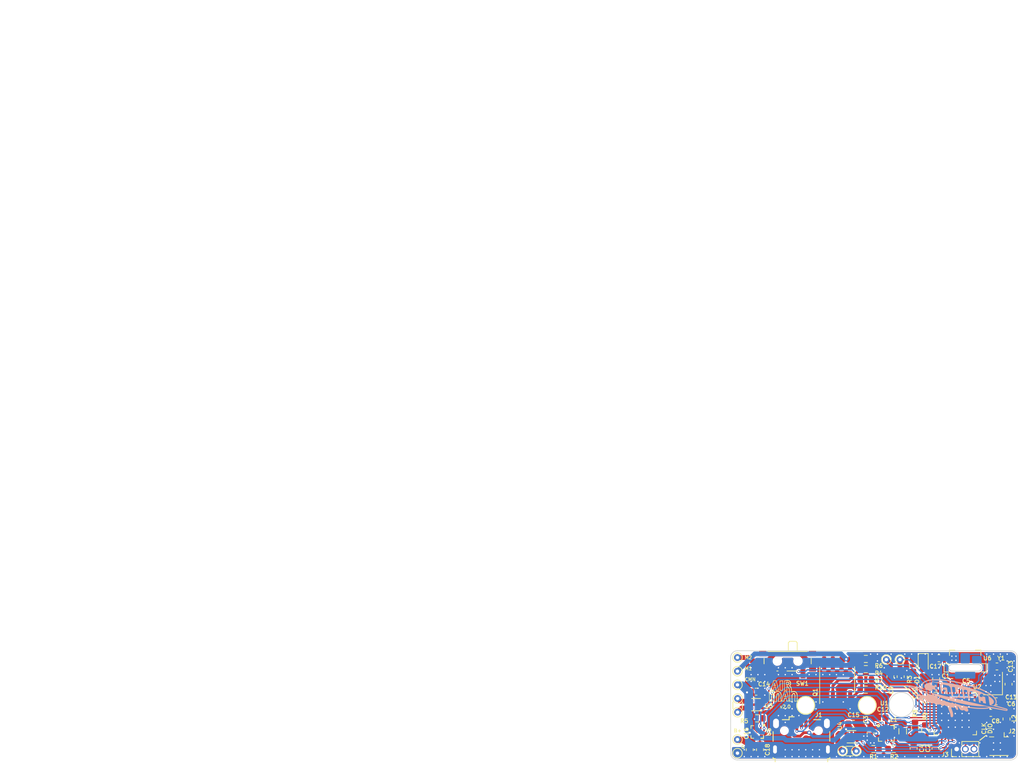
<source format=kicad_pcb>
(kicad_pcb (version 20241229) (generator "pcbnew") (generator_version "9.0")
  (title_block (title "AIRMAN") (date "2023-02-11") (rev "v2.0") (company "dossalab"))
  (layers (0 "F.Cu" signal) (2 "B.Cu" signal) (13 "F.Paste" user) (15 "B.Paste" user) (5 "F.SilkS" user "F.Silkscreen") (7 "B.SilkS" user "B.Silkscreen") (1 "F.Mask" user) (3 "B.Mask" user) (25 "Edge.Cuts" user))
  (net 0 "")
  (net 1 "GND")
  (net 2 "Net-(C6-Pad1)")
  (net 3 "Net-(D1-Pad2)")
  (net 4 "/STATUS_LED")
  (net 5 "/ROTOR2_OUT")
  (net 6 "/ROTOR1_OUT")
  (net 7 "/ROTOR1_PWM")
  (net 8 "/ROTOR2_PWM")
  (net 9 "VBUS")
  (net 19 "Net-(C5-Pad1)")
  (net 20 "Net-(C12-Pad1)")
  (net 21 "Net-(J1-Pad2)")
  (net 22 "Net-(J1-Pad3)")
  (net 24 "/~{PMIC_ERROR}")
  (net 25 "/~{PMIC_CHARGE}")
  (net 26 "VDD_SYS_3V0")
  (net 27 "/CHARGE_CURRENT")
  (net 28 "/NTC_DUMMY")
  (net 29 "Net-(C7-Pad1)")
  (net 30 "/ANT_UNMATCHED")
  (net 31 "Net-(C13-Pad1)")
  (net 32 "Net-(C11-Pad1)")
  (net 33 "/TAIL_OUT_A")
  (net 34 "/TAIL_OUT_B")
  (net 35 "/SWITCH_ACTION")
  (net 37 "/PMIC_SWITCH")
  (net 38 "/AUX_OUT_A")
  (net 39 "/AUX_OUT_B")
  (net 40 "/TAIL_IN1")
  (net 41 "/TAIL_IN2")
  (net 42 "/AUX_IN1")
  (net 43 "/AUX_IN2")
  (net 44 "/SWCLK")
  (net 45 "/SWDIO")
  (net 46 "/NFC_2")
  (net 47 "/NFC_1")
  (net 48 "/ANT_MATCHED")
  (net 49 "Net-(Q1-Pad2)")
  (net 50 "Net-(Q1-Pad4)")
  (net 51 "/PMIC_VSYS")
  (net 52 "/I2C_SCL")
  (net 53 "/I2C_SDA")
  (net 57 "VBAT")
  (net 58 "/BMON_INT")
  (net 59 "/BMON_DEC")
  (net 60 "/BMON_NTC_DUMMY")
  (net 61 "VDD_BATT_RAW")
  (net 64 "/GYRO_VREF")
  (net 65 "/GYRO_OUT")
  (net 66 "/GYRO_PWR")
  (footprint "Capacitor_SMD:C_0603_1608Metric" (layer "F.Cu") (at 109.8 109.5 -90)
    (property "Reference" "C16")
    (property "Value" "1uF")
  )
  (footprint "Button_Switch_SMD:SW_SPDT_PCM12" (layer "F.Cu") (at 115.35 96.85 180)
    (property "Reference" "SW1")
    (property "Value" "AUX Switch")
  )
  (footprint "Resistor_SMD:R_0603_1608Metric" (layer "F.Cu") (at 126.8 97.7 180)
    (property "Reference" "R4")
    (property "Value" "22R")
  )
  (footprint "Capacitor_SMD:C_0603_1608Metric" (layer "F.Cu") (at 127.5 107.1 -90)
    (property "Reference" "C3")
    (property "Value" "2.2uF")
  )
  (footprint "Package_SO:SOIC-8_3.9x4.9mm_P1.27mm" (layer "F.Cu") (at 122.6 99.3 90)
    (property "Reference" "Q1")
    (property "Value" "FDS9926A")
  )
  (footprint "TestPoint:TestPoint_THTPad_D1.0mm_Drill0.5mm" (layer "F.Cu") (at 125.4 109.7 90)
    (property "Reference" "TP9" (hide yes))
    (property "Value" "AUXB")
  )
  (footprint "Capacitor_SMD:C_0603_1608Metric" (layer "F.Cu") (at 130.4 98.8 -90)
    (property "Reference" "C9")
    (property "Value" "TBD")
  )
  (footprint "Holes:MountingHole_1.6mm" (layer "F.Cu") (at 127 103)
    (property "Reference" "H2" (hide yes))
    (property "Value" "MountingHole")
  )
  (footprint "TestPoint:TestPoint_THTPad_D1.0mm_Drill0.5mm" (layer "F.Cu") (at 108 110 90)
    (property "Reference" "TP11" (hide yes))
    (property "Value" "GND")
  )
  (footprint "Capacitor_SMD:C_0603_1608Metric" (layer "F.Cu") (at 145.1 104.1)
    (property "Reference" "C8")
    (property "Value" "0.8pF")
  )
  (footprint "TestPoint:TestPoint_THTPad_D1.0mm_Drill0.5mm" (layer "F.Cu") (at 108.025 102)
    (property "Reference" "TP6" (hide yes))
    (property "Value" "TA")
  )
  (footprint "Resistor_SMD:R_0603_1608Metric" (layer "F.Cu") (at 126.8 99.2 180)
    (property "Reference" "R7")
    (property "Value" "22R")
  )
  (footprint "Capacitor_SMD:C_0603_1608Metric" (layer "F.Cu") (at 137 109.3 -90)
    (property "Reference" "C2")
    (property "Value" "100n")
  )
  (footprint "Capacitor_SMD:C_0603_1608Metric" (layer "F.Cu") (at 111.3 109.5 -90)
    (property "Reference" "C18")
    (property "Value" "2.2uF")
  )
  (footprint "Package_DFN_QFN:QFN-48-1EP_6x6mm_P0.4mm_EP4.6x4.6mm" (layer "F.Cu") (at 139.9 104.2)
    (property "Reference" "U2")
    (property "Value" "nRF52832-QFxx")
  )
  (footprint "Capacitor_SMD:C_0603_1608Metric" (layer "F.Cu") (at 131.9 98.8 -90)
    (property "Reference" "C10")
    (property "Value" "TBD")
  )
  (footprint "Package_TO_SOT_SMD:SOT-563" (layer "F.Cu") (at 124.7 107.6 180)
    (property "Reference" "U4")
    (property "Value" "DRV821x")
  )
  (footprint "TestPoint:TestPoint_THTPad_D1.0mm_Drill0.5mm" (layer "F.Cu") (at 108 100)
    (property "Reference" "TP3" (hide yes))
    (property "Value" "VOUT")
  )
  (footprint "Capacitor_SMD:C_0603_1608Metric" (layer "F.Cu") (at 133.8 109.3 -90)
    (property "Reference" "C4")
    (property "Value" "10uF")
  )
  (footprint "Capacitor_SMD:C_0603_1608Metric" (layer "F.Cu") (at 128.9 104.8 180)
    (property "Reference" "C12")
    (property "Value" "10uF")
  )
  (footprint "TestPoint:TestPoint_THTPad_D1.0mm_Drill0.5mm" (layer "F.Cu") (at 129.8 96.3)
    (property "Reference" "TP1" (hide yes))
    (property "Value" "NFC1")
  )
  (footprint "Capacitor_SMD:C_0603_1608Metric" (layer "F.Cu") (at 135.5 100 90)
    (property "Reference" "C7")
    (property "Value" "100n")
  )
  (footprint "Resistor_SMD:R_0603_1608Metric" (layer "F.Cu") (at 126.8 100.7)
    (property "Reference" "R10")
    (property "Value" "1M")
  )
  (footprint "Connector_PinHeader_1.27mm:PinHeader_1x03_P1.27mm_Vertical" (layer "F.Cu") (at 140.1 109.4 90)
    (property "Reference" "J3")
    (property "Value" "SWD")
  )
  (footprint "TestPoint:TestPoint_THTPad_D1.0mm_Drill0.5mm" (layer "F.Cu") (at 123.4 109.7 90)
    (property "Reference" "TP8" (hide yes))
    (property "Value" "AUXA")
  )
  (footprint "TestPoint:TestPoint_THTPad_D1.0mm_Drill0.5mm" (layer "F.Cu") (at 108 98)
    (property "Reference" "TP5" (hide yes))
    (property "Value" "R2")
  )
  (footprint "ENC-03_PCB:ENC-03 PCB" (layer "F.Cu") (at 138.345 97)
    (property "Reference" "U6")
    (property "Value" "ENC-03 PCB")
    (fp_line (start 1.1 0) (end 4.9 0) (stroke (width 0.12)) (layer "Edge.Cuts"))
    (fp_line (start 1.1 1) (end 4.9 1) (stroke (width 0.12)) (layer "Edge.Cuts"))
    (fp_arc (start 1.1 1) (mid 0.6 0.5) (end 1.1 0) (stroke (width 0.12)) (layer "Edge.Cuts"))
    (fp_arc (start 4.9 0) (mid 5.4 0.5) (end 4.9 1) (stroke (width 0.12)) (layer "Edge.Cuts"))
  )
  (footprint "Capacitor_SMD:C_0603_1608Metric" (layer "F.Cu") (at 147.7 99.9 90)
    (property "Reference" "C11")
    (property "Value" "12pF")
  )
  (footprint "Capacitor_SMD:C_0603_1608Metric" (layer "F.Cu") (at 137.1 99.1 90)
    (property "Reference" "C1")
    (property "Value" "100n")
  )
  (footprint "Inductor_SMD:L_0805_2012Metric" (layer "F.Cu") (at 132.2 106.8 -90)
    (property "Reference" "L1")
    (property "Value" "2.2uH")
  )
  (footprint "Capacitor_SMD:C_0603_1608Metric" (layer "F.Cu") (at 137.5 96.1 180)
    (property "Reference" "C17")
    (property "Value" "4.7uf")
  )
  (footprint "Nordic_WLCSP-25:Nordic_WLCSP-25_5x5_2.075x2.075mm" (layer "F.Cu") (at 129.8 107.1)
    (property "Reference" "U1")
    (property "Value" "nPM1100")
  )
  (footprint "Resistor_SMD:R_0603_1608Metric" (layer "F.Cu") (at 127.9 109.4)
    (property "Reference" "R1")
    (property "Value" "10K")
  )
  (footprint "Connector_USB:USB_Micro-B_Wuerth_629105150521" (layer "F.Cu") (at 117.37 107.5)
    (property "Reference" "J1")
    (property "Value" "USB_B_Micro")
  )
  (footprint "Package_TO_SOT_SMD:SOT-563" (layer "F.Cu") (at 110.725 102.9 180)
    (property "Reference" "U3")
    (property "Value" "DRV821x")
  )
  (footprint "Capacitor_SMD:C_0603_1608Metric" (layer "F.Cu") (at 110.725 101)
    (property "Reference" "C14")
    (property "Value" "100n")
  )
  (footprint "Capacitor_SMD:C_0603_1608Metric" (layer "F.Cu") (at 125 105.7)
    (property "Reference" "C15")
    (property "Value" "100n")
  )
  (footprint "Connector_Coaxial:U.FL_Hirose_U.FL-R-SMT-1_Vertical" (layer "F.Cu") (at 146.3 108.5 -90)
    (property "Reference" "J2")
    (property "Value" "IPX")
  )
  (footprint "Inductor_SMD:L_0603_1608Metric" (layer "F.Cu") (at 147.4 105 90)
    (property "Reference" "L2")
    (property "Value" "3.9nH")
  )
  (footprint "TI_WLCSP-9:BGA-9_3x3_1.6x1.6mm" (layer "F.Cu") (at 110.9 106.9 -90)
    (property "Reference" "U5")
    (property "Value" "BQ27427")
  )
  (footprint "Holes:MountingHole_1.6mm" (layer "F.Cu") (at 118 103)
    (property "Reference" "H1" (hide yes))
    (property "Value" "MountingHole")
  )
  (footprint "LED_SMD:LED_0603_1608Metric" (layer "F.Cu") (at 135.2 96.9 -90)
    (property "Reference" "D1")
    (property "Value" "LED")
  )
  (footprint "Capacitor_SMD:C_0603_1608Metric" (layer "F.Cu") (at 145.9 102.4)
    (property "Reference" "C6")
    (property "Value" "100pf")
  )
  (footprint "Resistor_SMD:R_0603_1608Metric" (layer "F.Cu") (at 133.7 97.2 90)
    (property "Reference" "R3")
    (property "Value" "220")
  )
  (footprint "Crystal:Crystal_SMD_2520-4Pin_2.5x2.0mm" (layer "F.Cu") (at 145.4 99.8 90)
    (property "Reference" "Y1")
    (property "Value" "32Mhz")
  )
  (footprint "Capacitor_SMD:C_0603_1608Metric" (layer "F.Cu") (at 139.4 99.6)
    (property "Reference" "C5")
    (property "Value" "1uF")
  )
  (footprint "Resistor_SMD:R_0603_1608Metric" (layer "F.Cu") (at 135.5 106.7 90)
    (property "Reference" "R9")
    (property "Value" "10K")
  )
  (footprint "TestPoint:TestPoint_THTPad_D1.0mm_Drill0.5mm" (layer "F.Cu") (at 108 108)
    (property "Reference" "TP10" (hide yes))
    (property "Value" "B+")
  )
  (footprint "Resistor_SMD:R_0603_1608Metric" (layer "F.Cu") (at 110.9 104.9 180)
    (property "Reference" "R5")
    (property "Value" "10K")
  )
  (footprint "Resistor_SMD:R_0603_1608Metric" (layer "F.Cu") (at 130.9 109.4)
    (property "Reference" "R2")
    (property "Value" "4.7k")
  )
  (footprint "Resistor_SMD:R_0603_1608Metric" (layer "F.Cu") (at 134 106.3 90)
    (property "Reference" "R8")
    (property "Value" "10K")
  )
  (footprint "Resistor_SMD:R_0603_1608Metric" (layer "F.Cu") (at 126.8 96.2)
    (property "Reference" "R6")
    (property "Value" "1M")
  )
  (footprint "TestPoint:TestPoint_THTPad_D1.0mm_Drill0.5mm" (layer "F.Cu") (at 131.8 96.3)
    (property "Reference" "TP2" (hide yes))
    (property "Value" "NFC2")
  )
  (footprint "Capacitor_SMD:C_0603_1608Metric" (layer "F.Cu") (at 146 97.3)
    (property "Reference" "C13")
    (property "Value" "12pF")
  )
  (footprint "TestPoint:TestPoint_THTPad_D1.0mm_Drill0.5mm" (layer "F.Cu") (at 108 96)
    (property "Reference" "TP4" (hide yes))
    (property "Value" "R1")
  )
  (footprint "TestPoint:TestPoint_THTPad_D1.0mm_Drill0.5mm" (layer "F.Cu") (at 108.025 104)
    (property "Reference" "TP7" (hide yes))
    (property "Value" "TB")
  )
  (gr_line (start 113.005749 101.038722) (end 113.021079 101.026949) (stroke (width 0.076403)) (layer "F.SilkS"))
  (gr_line (start 113.322638 101.281677) (end 113.314788 101.276887) (stroke (width 0.076403)) (layer "F.SilkS"))
  (gr_line (start 114.392962 101.438607) (end 114.395712 101.462497) (stroke (width 0.076403)) (layer "F.SilkS"))
  (gr_line (start 114.076959 100.985247) (end 114.103598 100.996952) (stroke (width 0.076403)) (layer "F.SilkS"))
  (gr_line (start 115.72362 100.03264) (end 115.729956 100.021601) (stroke (width 0.076403)) (layer "F.SilkS"))
  (gr_line (start 113.129909 101.31567) (end 113.12123 101.325545) (stroke (width 0.076403)) (layer "F.SilkS"))
  (gr_circle (center 127 103) (end 128.3 103) (stroke (width 0.15)) (fill no) (layer "F.SilkS"))
  (gr_line (start 113.066367 100.997266) (end 113.081687 100.989252) (stroke (width 0.076403)) (layer "F.SilkS"))
  (gr_line (start 115.226505 100.25913) (end 115.226505 100.25913) (stroke (width 0.076403)) (layer "F.SilkS"))
  (gr_line (start 115.363207 100.003076) (end 115.349767 100.00556) (stroke (width 0.076403)) (layer "F.SilkS"))
  (gr_line (start 114.397505 101.486501) (end 114.398341 101.510618) (stroke (width 0.076403)) (layer "F.SilkS"))
  (gr_line (start 112.651886 101.013189) (end 112.651886 101.013189) (stroke (width 0.076403)) (layer "F.SilkS"))
  (gr_line (start 114.019016 101.322644) (end 114.013164 101.315546) (stroke (width 0.076403)) (layer "F.SilkS"))
  (gr_line (start 113.72851 101.706165) (end 113.721338 101.795229) (stroke (width 0.076403)) (layer "F.SilkS"))
  (gr_line (start 116.275582 101.262495) (end 116.284723 101.263845) (stroke (width 0.076403)) (layer "F.SilkS"))
  (gr_line (start 116.389004 101.431663) (end 116.392901 101.451288) (stroke (width 0.076403)) (layer "F.SilkS"))
  (gr_line (start 113.228035 100.959058) (end 113.228035 100.959058) (stroke (width 0.076403)) (layer "F.SilkS"))
  (gr_line (start 115.488765 100.409307) (end 115.504133 100.431992) (stroke (width 0.076403)) (layer "F.SilkS"))
  (gr_line (start 113.12123 101.325545) (end 113.112864 101.336255) (stroke (width 0.076403)) (layer "F.SilkS"))
  (gr_line (start 113.097347 100.98218) (end 113.113486 100.976048) (stroke (width 0.076403)) (layer "F.SilkS"))
  (gr_line (start 114.336506 101.251586) (end 114.346913 101.274565) (stroke (width 0.076403)) (layer "F.SilkS"))
  (gr_line (start 113.79118 101.385045) (end 113.785977 101.397651) (stroke (width 0.076403)) (layer "F.SilkS"))
  (gr_line (start 115.53576 99.761675) (end 115.533521 99.793671) (stroke (width 0.076403)) (layer "F.SilkS"))
  (gr_line (start 115.54202 100.50286) (end 115.552166 100.527324) (stroke (width 0.076403)) (layer "F.SilkS"))
  (gr_line (start 114.391688 101.649262) (end 114.387794 101.742965) (stroke (width 0.076403)) (layer "F.SilkS"))
  (gr_line (start 115.215305 102.393865) (end 115.159237 101.959874) (stroke (width 0.076403)) (layer "F.SilkS"))
  (gr_line (start 115.751648 99.974323) (end 115.756158 99.961722) (stroke (width 0.076403)) (layer "F.SilkS"))
  (gr_line (start 115.687094 100.193341) (end 115.670974 100.179488) (stroke (width 0.076403)) (layer "F.SilkS"))
  (gr_line (start 113.755451 100.974443) (end 113.777409 100.96784) (stroke (width 0.076403)) (layer "F.SilkS"))
  (gr_line (start 116.746945 101.481987) (end 116.743705 101.457523) (stroke (width 0.076403)) (layer "F.SilkS"))
  (gr_line (start 115.329271 99.604835) (end 115.356057 99.607269) (stroke (width 0.076403)) (layer "F.SilkS"))
  (gr_line (start 115.680493 102.433301) (end 115.680493 102.433301) (stroke (width 0.076403)) (layer "F.SilkS"))
  (gr_line (start 115.268781 100.009344) (end 115.257394 100.008548) (stroke (width 0.076403)) (layer "F.SilkS"))
  (gr_line (start 116.3774 102.403966) (end 116.74284 102.366674) (stroke (width 0.076403)) (layer "F.SilkS"))
  (gr_line (start 115.51808 100.455165) (end 115.530684 100.478797) (stroke (width 0.076403)) (layer "F.SilkS"))
  (gr_line (start 114.31282 101.205969) (end 114.325142 101.228721) (stroke (width 0.076403)) (layer "F.SilkS"))
  (gr_line (start 116.177706 100.96319) (end 116.156582 100.966368) (stroke (width 0.076403)) (layer "F.SilkS"))
  (gr_line (start 115.270153 99.602887) (end 115.300637 99.603374) (stroke (width 0.076403)) (layer "F.SilkS"))
  (gr_line (start 116.028431 101.425044) (end 116.038711 101.404533) (stroke (width 0.076403)) (layer "F.SilkS"))
  (gr_line (start 115.526392 99.837529) (end 115.523011 99.851046) (stroke (width 0.076403)) (layer "F.SilkS"))
  (gr_line (start 113.703687 102.215731) (end 113.702032 102.336917) (stroke (width 0.076403)) (layer "F.SilkS"))
  (gr_line (start 115.745721 100.253466) (end 115.731941 100.237728) (stroke (width 0.076403)) (layer "F.SilkS"))
  (gr_line (start 115.535988 99.727475) (end 115.535988 99.727475) (stroke (width 0.076403)) (layer "F.SilkS"))
  (gr_line (start 115.591915 99.426025) (end 115.578661 99.419352) (stroke (width 0.076403)) (layer "F.SilkS"))
  (gr_line (start 116.616898 101.14501) (end 116.607362 101.132411) (stroke (width 0.076403)) (layer "F.SilkS"))
  (gr_line (start 115.862006 100.473167) (end 115.849435 100.434195) (stroke (width 0.076403)) (layer "F.SilkS"))
  (gr_line (start 114.058183 101.412074) (end 114.05158 101.388226) (stroke (width 0.076403)) (layer "F.SilkS"))
  (gr_line (start 116.740382 101.937848) (end 116.743263 101.832594) (stroke (width 0.076403)) (layer "F.SilkS"))
  (gr_line (start 113.147746 100.966612) (end 113.166141 100.963308) (stroke (width 0.076403)) (layer "F.SilkS"))
  (gr_line (start 116.545109 101.066097) (end 116.533895 101.056592) (stroke (width 0.076403)) (layer "F.SilkS"))
  (gr_line (start 113.289316 101.266558) (end 113.280184 101.264461) (stroke (width 0.076403)) (layer "F.SilkS"))
  (gr_line (start 116.689746 101.271749) (end 116.679495 101.249765) (stroke (width 0.076403)) (layer "F.SilkS"))
  (gr_line (start 114.387794 101.742965) (end 114.385457 101.840304) (stroke (width 0.076403)) (layer "F.SilkS"))
  (gr_line (start 112.933949 100.774892) (end 113.293194 99.387739) (stroke (width 0.076403)) (layer "F.SilkS"))
  (gr_line (start 114.892212 99.418187) (end 114.892212 100.798986) (stroke (width 0.076403)) (layer "F.SilkS"))
  (gr_line (start 115.528654 99.698279) (end 115.531181 99.705213) (stroke (width 0.076403)) (layer "F.SilkS"))
  (gr_line (start 116.375466 101.379235) (end 116.380287 101.395636) (stroke (width 0.076403)) (layer "F.SilkS"))
  (gr_line (start 114.578198 100.810186) (end 114.578198 100.810186) (stroke (width 0.076403)) (layer "F.SilkS"))
  (gr_line (start 113.148271 101.298428) (end 113.138917 101.306631) (stroke (width 0.076403)) (layer "F.SilkS"))
  (gr_line (start 113.980752 102.220665) (end 113.98961 102.14474) (stroke (width 0.076403)) (layer "F.SilkS"))
  (gr_line (start 115.650164 100.117943) (end 115.659787 100.109714) (stroke (width 0.076403)) (layer "F.SilkS"))
  (gr_line (start 115.973313 101.710775) (end 115.973313 101.710775) (stroke (width 0.076403)) (layer "F.SilkS"))
  (gr_line (start 113.104792 101.347801) (end 113.096997 101.360182) (stroke (width 0.076403)) (layer "F.SilkS"))
  (gr_line (start 116.486642 101.022992) (end 116.47423 101.015697) (stroke (width 0.076403)) (layer "F.SilkS"))
  (gr_line (start 113.577686 100.162313) (end 113.446861 99.784383) (stroke (width 0.076403)) (layer "F.SilkS"))
  (gr_line (start 115.834961 100.396276) (end 115.834961 100.396276) (stroke (width 0.076403)) (layer "F.SilkS"))
  (gr_line (start 115.306427 100.009701) (end 115.290974 100.009977) (stroke (width 0.076403)) (layer "F.SilkS"))
  (gr_line (start 115.248997 99.603374) (end 115.270149 99.603155) (stroke (width 0.076403)) (layer "F.SilkS"))
  (gr_line (start 113.044875 102.293905) (end 113.051754 102.347766) (stroke (width 0.076403)) (layer "F.SilkS"))
  (gr_line (start 116.220982 100.959558) (end 116.199173 100.96092) (stroke (width 0.076403)) (layer "F.SilkS"))
  (gr_line (start 115.509848 99.888289) (end 115.504455 99.8996) (stroke (width 0.076403)) (layer "F.SilkS"))
  (gr_line (start 116.095258 100.981352) (end 116.075499 100.988163) (stroke (width 0.076403)) (layer "F.SilkS"))
  (gr_line (start 113.974426 102.292696) (end 113.980752 102.220665) (stroke (width 0.076403)) (layer "F.SilkS"))
  (gr_line (start 113.814022 101.341438) (end 113.808008 101.351317) (stroke (width 0.076403)) (layer "F.SilkS"))
  (gr_line (start 114.388322 102.17178) (end 114.392865 102.282359) (stroke (width 0.076403)) (layer "F.SilkS"))
  (gr_line (start 115.7675 99.922046) (end 115.770551 99.908196) (stroke (width 0.076403)) (layer "F.SilkS"))
  (gr_line (start 115.535988 99.727475) (end 115.53576 99.761675) (stroke (width 0.076403)) (layer "F.SilkS"))
  (gr_line (start 113.41469 101.624535) (end 113.414917 101.598607) (stroke (width 0.076403)) (layer "F.SilkS"))
  (gr_line (start 115.738973 99.569712) (end 115.733189 99.559469) (stroke (width 0.076403)) (layer "F.SilkS"))
  (gr_line (start 116.266132 101.26222) (end 116.266132 101.26222) (stroke (width 0.076403)) (layer "F.SilkS"))
  (gr_line (start 115.781196 99.818534) (end 115.781826 99.786146) (stroke (width 0.076403)) (layer "F.SilkS"))
  (gr_line (start 114.822834 102.406347) (end 114.822834 102.406347) (stroke (width 0.076403)) (layer "F.SilkS"))
  (gr_line (start 115.774267 99.672813) (end 115.771837 99.660385) (stroke (width 0.076403)) (layer "F.SilkS"))
  (gr_line (start 112.98784 101.734866) (end 112.987257 101.747259) (stroke (width 0.076403)) (layer "F.SilkS"))
  (gr_line (start 116.284723 101.263845) (end 116.293555 101.266271) (stroke (width 0.076403)) (layer "F.SilkS"))
  (gr_line (start 124.9 110.4) (end 123.9 110.4) (stroke (width 0.12)) (layer "F.SilkS"))
  (gr_line (start 115.749425 99.590924) (end 115.744385 99.580197) (stroke (width 0.076403)) (layer "F.SilkS"))
  (gr_line (start 116.008241 101.475134) (end 116.013416 101.460863) (stroke (width 0.076403)) (layer "F.SilkS"))
  (gr_line (start 113.138917 101.306631) (end 113.129909 101.31567) (stroke (width 0.076403)) (layer "F.SilkS"))
  (gr_line (start 112.973918 101.065084) (end 112.990075 101.051434) (stroke (width 0.076403)) (layer "F.SilkS"))
  (gr_line (start 115.471899 100.387138) (end 115.488765 100.409307) (stroke (width 0.076403)) (layer "F.SilkS"))
  (gr_line (start 114.05158 101.388226) (end 114.043777 101.366649) (stroke (width 0.076403)) (layer "F.SilkS"))
  (gr_line (start 115.443206 99.970235) (end 115.433287 99.976582) (stroke (width 0.076403)) (layer "F.SilkS"))
  (gr_line (start 114.892212 100.798986) (end 114.892212 100.798986) (stroke (width 0.076403)) (layer "F.SilkS"))
  (gr_line (start 115.404083 99.615057) (end 115.425322 99.620411) (stroke (width 0.076403)) (layer "F.SilkS"))
  (gr_line (start 115.159237 101.959874) (end 114.880978 101.976499) (stroke (width 0.076403)) (layer "F.SilkS"))
  (gr_line (start 113.979399 101.288575) (end 113.971745 101.284884) (stroke (width 0.076403)) (layer "F.SilkS"))
  (gr_line (start 115.578661 99.419352) (end 115.564984 99.413061) (stroke (width 0.076403)) (layer "F.SilkS"))
  (gr_line (start 113.068253 101.418062) (end 113.06159 101.43462) (stroke (width 0.076403)) (layer "F.SilkS"))
  (gr_line (start 116.244725 101.263429) (end 116.266132 101.26222) (stroke (width 0.076403)) (layer "F.SilkS"))
  (gr_line (start 115.288799 99.364245) (end 115.288799 99.364243) (stroke (width 0.076403)) (layer "F.SilkS"))
  (gr_line (start 116.749783 101.668949) (end 116.751826 101.607334) (stroke (width 0.076403)) (layer "F.SilkS"))
  (gr_line (start 116.003425 101.489748) (end 116.008241 101.475134) (stroke (width 0.076403)) (layer "F.SilkS"))
  (gr_line (start 115.226505 100.25913) (end 115.236825 100.256694) (stroke (width 0.076403)) (layer "F.SilkS"))
  (gr_line (start 115.103483 99.377701) (end 115.053101 99.385289) (stroke (width 0.076403)) (layer "F.SilkS"))
  (gr_line (start 113.40915 101.483021) (end 113.404664 101.449878) (stroke (width 0.076403)) (layer "F.SilkS"))
  (gr_line (start 116.751991 101.557042) (end 116.751088 101.531747) (stroke (width 0.076403)) (layer "F.SilkS"))
  (gr_line (start 115.270149 99.603155) (end 115.270149 99.603155) (stroke (width 0.076403)) (layer "F.SilkS"))
  (gr_line (start 114.177672 101.042872) (end 114.200417 101.061781) (stroke (width 0.076403)) (layer "F.SilkS"))
  (gr_line (start 113.01944 102.126218) (end 113.01944 102.126218) (stroke (width 0.076403)) (layer "F.SilkS"))
  (gr_line (start 115.506061 99.391706) (end 115.490276 99.38732) (stroke (width 0.076403)) (layer "F.SilkS"))
  (gr_line (start 114.397141 101.559194) (end 114.397141 101.559194) (stroke (width 0.076403)) (layer "F.SilkS"))
  (gr_line (start 115.569194 100.577342) (end 115.57623 100.602838) (stroke (width 0.076403)) (layer "F.SilkS"))
  (gr_line (start 113.279267 100.961362) (end 113.303983 100.964242) (stroke (width 0.076403)) (layer "F.SilkS"))
  (gr_line (start 115.290974 100.009977) (end 115.290974 100.009977) (stroke (width 0.076403)) (layer "F.SilkS"))
  (gr_line (start 113.896691 100.952833) (end 113.929169 100.953733) (stroke (width 0.076403)) (layer "F.SilkS"))
  (gr_line (start 115.329228 99.36501) (end 115.288799 99.364248) (stroke (width 0.076403)) (layer "F.SilkS"))
  (gr_line (start 116.510747 101.038908) (end 116.498814 101.030729) (stroke (width 0.076403)) (layer "F.SilkS"))
  (gr_line (start 115.286505 100.249463) (end 115.296048 100.248988) (stroke (width 0.076403)) (layer "F.SilkS"))
  (gr_line (start 113.112864 101.336255) (end 113.104792 101.347801) (stroke (width 0.076403)) (layer "F.SilkS"))
  (gr_line (start 113.833283 101.315886) (end 113.82666 101.323722) (stroke (width 0.076403)) (layer "F.SilkS"))
  (gr_line (start 116.275363 100.959988) (end 116.243134 100.959104) (stroke (width 0.076403)) (layer "F.SilkS"))
  (gr_line (start 114.000558 101.303054) (end 113.993805 101.29766) (stroke (width 0.076403)) (layer "F.SilkS"))
  (gr_line (start 115.94671 101.061275) (end 115.929669 101.075353) (stroke (width 0.076403)) (layer "F.SilkS"))
  (gr_line (start 113.763002 101.470898) (end 113.759015 101.487592) (stroke (width 0.076403)) (layer "F.SilkS"))
  (gr_line (start 115.18087 99.607076) (end 115.18087 99.607076) (stroke (width 0.076403)) (layer "F.SilkS"))
  (gr_line (start 144.4 107.4) (end 143.5 108.1) (stroke (width 0.15)) (layer "F.SilkS"))
  (gr_line (start 116.370336 101.363909) (end 116.375466 101.379235) (stroke (width 0.076403)) (layer "F.SilkS"))
  (gr_line (start 115.769034 99.6482) (end 115.765858 99.636259) (stroke (width 0.076403)) (layer "F.SilkS"))
  (gr_line (start 115.411549 100.324017) (end 115.433368 100.344464) (stroke (width 0.076403)) (layer "F.SilkS"))
  (gr_line (start 115.531648 99.808841) (end 115.529272 99.823461) (stroke (width 0.076403)) (layer "F.SilkS"))
  (gr_line (start 115.686464 100.083152) (end 115.694625 100.073674) (stroke (width 0.076403)) (layer "F.SilkS"))
  (gr_line (start 115.405022 99.371113) (end 115.367969 99.367299) (stroke (width 0.076403)) (layer "F.SilkS"))
  (gr_line (start 116.117103 101.310455) (end 116.124928 101.304856) (stroke (width 0.076403)) (layer "F.SilkS"))
  (gr_line (start 114.060342 101.741372) (end 114.064267 101.71139) (stroke (width 0.076403)) (layer "F.SilkS"))
  (gr_line (start 115.305458 100.24883) (end 115.334957 100.266579) (stroke (width 0.076403)) (layer "F.SilkS"))
  (gr_line (start 115.775559 99.879559) (end 115.779107 99.849671) (stroke (width 0.076403)) (layer "F.SilkS"))
  (gr_line (start 115.702422 100.063884) (end 115.709853 100.053782) (stroke (width 0.076403)) (layer "F.SilkS"))
  (gr_line (start 112.986279 101.785217) (end 112.986214 101.798131) (stroke (width 0.076403)) (layer "F.SilkS"))
  (gr_line (start 115.367969 99.367299) (end 115.329228 99.36501) (stroke (width 0.076403)) (layer "F.SilkS"))
  (gr_line (start 115.929669 101.075353) (end 115.929669 101.075353) (stroke (width 0.076403)) (layer "F.SilkS"))
  (gr_line (start 115.987736 101.551628) (end 115.991123 101.535645) (stroke (width 0.076403)) (layer "F.SilkS"))
  (gr_line (start 115.440389 99.376452) (end 115.405022 99.371113) (stroke (width 0.076403)) (layer "F.SilkS"))
  (gr_line (start 114.399212 102.389821) (end 114.399212 102.389745) (stroke (width 0.076403)) (layer "F.SilkS"))
  (gr_line (start 114.299542 101.183332) (end 114.299542 101.183332) (stroke (width 0.076403)) (layer "F.SilkS"))
  (gr_line (start 115.670974 100.179488) (end 115.65427 100.166106) (stroke (width 0.076403)) (layer "F.SilkS"))
  (gr_line (start 113.98961 102.14474) (end 114.000998 102.064923) (stroke (width 0.076403)) (layer "F.SilkS"))
  (gr_line (start 115.247019 100.254592) (end 115.257085 100.25282) (stroke (width 0.076403)) (layer "F.SilkS"))
  (gr_line (start 115.498559 99.91036) (end 115.49216 99.920568) (stroke (width 0.076403)) (layer "F.SilkS"))
  (gr_line (start 132.4 100.2) (end 133.3 100.9) (stroke (width 0.15)) (layer "F.SilkS"))
  (gr_line (start 115.97616 101.63665) (end 115.977762 101.618966) (stroke (width 0.076403)) (layer "F.SilkS"))
  (gr_line (start 116.739372 102.203276) (end 116.738819 102.060872) (stroke (width 0.076403)) (layer "F.SilkS"))
  (gr_line (start 113.929169 100.953733) (end 113.960673 100.956434) (stroke (width 0.076403)) (layer "F.SilkS"))
  (gr_line (start 113.314788 101.276887) (end 113.306618 101.27277) (stroke (width 0.076403)) (layer "F.SilkS"))
  (gr_line (start 113.960673 100.956434) (end 113.991205 100.960936) (stroke (width 0.076403)) (layer "F.SilkS"))
  (gr_line (start 113.655151 101.025466) (end 113.673946 101.01286) (stroke (width 0.076403)) (layer "F.SilkS"))
  (gr_line (start 113.991205 100.960936) (end 114.020763 100.967239) (stroke (width 0.076403)) (layer "F.SilkS"))
  (gr_line (start 113.902016 101.276026) (end 113.893568 101.277729) (stroke (width 0.076403)) (layer "F.SilkS"))
  (gr_line (start 116.194679 101.272474) (end 116.204291 101.269977) (stroke (width 0.076403)) (layer "F.SilkS"))
  (gr_line (start 114.356363 101.297659) (end 114.364856 101.320865) (stroke (width 0.076403)) (layer "F.SilkS"))
  (gr_line (start 116.461579 101.008844) (end 116.448689 101.002433) (stroke (width 0.076403)) (layer "F.SilkS"))
  (gr_line (start 113.01944 102.126218) (end 113.034104 102.220056) (stroke (width 0.076403)) (layer "F.SilkS"))
  (gr_line (start 116.3774 102.403966) (end 116.3774 102.403966) (stroke (width 0.076403)) (layer "F.SilkS"))
  (gr_line (start 114.223107 99.437566) (end 114.223107 99.437566) (stroke (width 0.076403)) (layer "F.SilkS"))
  (gr_line (start 115.717577 100.222462) (end 115.702628 100.207666) (stroke (width 0.076403)) (layer "F.SilkS"))
  (gr_line (start 115.919 100.899588) (end 115.913679 100.811278) (stroke (width 0.076403)) (layer "F.SilkS"))
  (gr_line (start 116.607362 101.132411) (end 116.597586 101.120254) (stroke (width 0.076403)) (layer "F.SilkS"))
  (gr_line (start 113.894882 100.78529) (end 113.791443 100.795662) (stroke (width 0.076403)) (layer "F.SilkS"))
  (gr_line (start 113.404664 101.449878) (end 113.398897 101.419427) (stroke (width 0.076403)) (layer "F.SilkS"))
  (gr_line (start 113.237624 101.262892) (end 113.224883 101.264408) (stroke (width 0.076403)) (layer "F.SilkS"))
  (gr_line (start 115.36242 100.285046) (end 115.387926 100.304201) (stroke (width 0.076403)) (layer "F.SilkS"))
  (gr_line (start 115.469946 99.947884) (end 115.461536 99.955886) (stroke (width 0.076403)) (layer "F.SilkS"))
  (gr_line (start 115.349767 100.00556) (end 115.335823 100.007492) (stroke (width 0.076403)) (layer "F.SilkS"))
  (gr_line (start 116.115358 100.975449) (end 116.095258 100.981352) (stroke (width 0.076403)) (layer "F.SilkS"))
  (gr_line (start 113.200834 101.269948) (end 113.189492 101.273972) (stroke (width 0.076403)) (layer "F.SilkS"))
  (gr_line (start 112.957142 101.079671) (end 112.973918 101.065084) (stroke (width 0.076403)) (layer "F.SilkS"))
  (gr_line (start 115.662585 99.474068) (end 115.651861 99.465108) (stroke (width 0.076403)) (layer "F.SilkS"))
  (gr_line (start 113.928976 101.274947) (end 113.919521 101.274663) (stroke (width 0.076403)) (layer "F.SilkS"))
  (gr_line (start 115.783559 100.3035) (end 115.77153 100.286352) (stroke (width 0.076403)) (layer "F.SilkS"))
  (gr_line (start 115.504133 100.431992) (end 115.51808 100.455165) (stroke (width 0.076403)) (layer "F.SilkS"))
  (gr_line (start 115.778006 99.698401) (end 115.776323 99.685485) (stroke (width 0.076403)) (layer "F.SilkS"))
  (gr_line (start 115.276829 100.250258) (end 115.286505 100.249463) (stroke (width 0.076403)) (layer "F.SilkS"))
  (gr_line (start 116.234319 101.264549) (end 116.244725 101.263429) (stroke (width 0.076403)) (layer "F.SilkS"))
  (gr_line (start 114.222189 101.082489) (end 114.242987 101.104999) (stroke (width 0.076403)) (layer "F.SilkS"))
  (gr_line (start 115.522212 99.68514) (end 115.525664 99.691588) (stroke (width 0.076403)) (layer "F.SilkS"))
  (gr_line (start 113.166141 100.963308) (end 113.185563 100.960947) (stroke (width 0.076403)) (layer "F.SilkS"))
  (gr_line (start 115.221535 100.956884) (end 115.5704 102.356519) (stroke (width 0.076403)) (layer "F.SilkS"))
  (gr_line (start 115.672886 99.483409) (end 115.662585 99.474068) (stroke (width 0.076403)) (layer "F.SilkS"))
  (gr_line (start 113.896691 100.952833) (end 113.896691 100.952833) (stroke (width 0.076403)) (layer "F.SilkS"))
  (gr_line (start 113.86944 101.286928) (end 113.861803 101.291357) (stroke (width 0.076403)) (layer "F.SilkS"))
  (gr_line (start 113.260959 101.262288) (end 113.250866 101.262212) (stroke (width 0.076403)) (layer "F.SilkS"))
  (gr_line (start 114.389255 101.414831) (end 114.392962 101.438607) (stroke (width 0.076403)) (layer "F.SilkS"))
  (gr_line (start 116.346735 101.313353) (end 116.353098 101.32438) (stroke (width 0.076403)) (layer "F.SilkS"))
  (gr_line (start 113.412354 101.518857) (end 113.40915 101.483021) (stroke (width 0.076403)) (layer "F.SilkS"))
  (gr_line (start 115.49216 99.920568) (end 115.485259 99.930225) (stroke (width 0.076403)) (layer "F.SilkS"))
  (gr_line (start 116.533895 101.056592) (end 116.522441 101.047529) (stroke (width 0.076403)) (layer "F.SilkS"))
  (gr_line (start 114.849831 100.973516) (end 114.849831 100.973516) (stroke (width 0.076403)) (layer "F.SilkS"))
  (gr_line (start 113.053734 102.367203) (end 113.054741 102.381643) (stroke (width 0.076403)) (layer "F.SilkS"))
  (gr_line (start 113.480101 101.028753) (end 113.499415 101.042) (stroke (width 0.076403)) (layer "F.SilkS"))
  (gr_line (start 113.664902 99.371114) (end 114.013764 100.770742) (stroke (width 0.076403)) (layer "F.SilkS"))
  (gr_line (start 115.602586 100.76083) (end 115.607173 100.814714) (stroke (width 0.076403)) (layer "F.SilkS"))
  (gr_line (start 115.984707 101.567952) (end 115.987736 101.551628) (stroke (width 0.076403)) (layer "F.SilkS"))
  (gr_line (start 116.049787 101.385403) (end 116.061659 101.367654) (stroke (width 0.076403)) (layer "F.SilkS"))
  (gr_line (start 115.779315 99.711561) (end 115.778006 99.698401) (stroke (width 0.076403)) (layer "F.SilkS"))
  (gr_line (start 115.780998 99.752508) (end 115.780811 99.738614) (stroke (width 0.076403)) (layer "F.SilkS"))
  (gr_line (start 113.403787 101.778727) (end 113.40674 101.753192) (stroke (width 0.076403)) (layer "F.SilkS"))
  (gr_line (start 116.566819 101.086434) (end 116.556084 101.076044) (stroke (width 0.076403)) (layer "F.SilkS"))
  (gr_line (start 115.518297 99.678935) (end 115.522212 99.68514) (stroke (width 0.076403)) (layer "F.SilkS"))
  (gr_line (start 116.018948 102.383527) (end 115.99819 102.167053) (stroke (width 0.076403)) (layer "F.SilkS"))
  (gr_line (start 115.400511 99.992313) (end 115.388579 99.996452) (stroke (width 0.076403)) (layer "F.SilkS"))
  (gr_line (start 114.901745 101.750165) (end 114.901745 101.750165) (stroke (width 0.076403)) (layer "F.SilkS"))
  (gr_line (start 115.197533 99.999669) (end 115.197533 99.999669) (stroke (width 0.076403)) (layer "F.SilkS"))
  (gr_line (start 115.882095 100.553883) (end 115.872839 100.513095) (stroke (width 0.076403)) (layer "F.SilkS"))
  (gr_line (start 116.407762 101.565538) (end 116.409811 101.591612) (stroke (width 0.076403)) (layer "F.SilkS"))
  (gr_line (start 114.364856 101.320865) (end 114.372391 101.344186) (stroke (width 0.076403)) (layer "F.SilkS"))
  (gr_line (start 113.986752 101.292834) (end 113.979399 101.288575) (stroke (width 0.076403)) (layer "F.SilkS"))
  (gr_line (start 115.974024 101.673036) (end 115.97616 101.63665) (stroke (width 0.076403)) (layer "F.SilkS"))
  (gr_line (start 115.222062 100.004212) (end 115.209895 100.002108) (stroke (width 0.076403)) (layer "F.SilkS"))
  (gr_line (start 115.729956 100.021601) (end 115.735926 100.01025) (stroke (width 0.076403)) (layer "F.SilkS"))
  (gr_line (start 115.889938 100.595435) (end 115.882095 100.553883) (stroke (width 0.076403)) (layer "F.SilkS"))
  (gr_line (start 113.157988 101.29106) (end 113.148271 101.298428) (stroke (width 0.076403)) (layer "F.SilkS"))
  (gr_line (start 115.300637 99.603374) (end 115.329271 99.604835) (stroke (width 0.076403)) (layer "F.SilkS"))
  (gr_line (start 114.063585 101.438193) (end 114.058183 101.412074) (stroke (width 0.076403)) (layer "F.SilkS"))
  (gr_line (start 116.199173 100.96092) (end 116.177706 100.96319) (stroke (width 0.076403)) (layer "F.SilkS"))
  (gr_line (start 113.324345 100.390729) (end 113.324345 100.390729) (stroke (width 0.076403)) (layer "F.SilkS"))
  (gr_line (start 115.444712 99.626739) (end 115.462252 99.634039) (stroke (width 0.076403)) (layer "F.SilkS"))
  (gr_line (start 116.405406 101.540539) (end 116.407762 101.565538) (stroke (width 0.076403)) (layer "F.SilkS"))
  (gr_line (start 113.693373 101.001455) (end 113.713433 100.99125) (stroke (width 0.076403)) (layer "F.SilkS"))
  (gr_line (start 115.816147 100.357759) (end 115.805867 100.339203) (stroke (width 0.076403)) (layer "F.SilkS"))
  (gr_line (start 116.061659 101.367654) (end 116.067894 101.359297) (stroke (width 0.076403)) (layer "F.SilkS"))
  (gr_line (start 112.950909 101.000753) (end 112.950909 101.000753) (stroke (width 0.076403)) (layer "F.SilkS"))
  (gr_line (start 113.374529 100.979795) (end 113.396844 100.987283) (stroke (width 0.076403)) (layer "F.SilkS"))
  (gr_line (start 113.351614 100.973459) (end 113.374529 100.979795) (stroke (width 0.076403)) (layer "F.SilkS"))
  (gr_line (start 114.067787 101.466584) (end 114.063585 101.438193) (stroke (width 0.076403)) (layer "F.SilkS"))
  (gr_line (start 113.602604 100.374097) (end 113.324345 100.390729) (stroke (width 0.076403)) (layer "F.SilkS"))
  (gr_line (start 116.353098 101.32438) (end 116.359153 101.336481) (stroke (width 0.076403)) (layer "F.SilkS"))
  (gr_line (start 113.391847 101.391669) (end 113.383517 101.366605) (stroke (width 0.076403)) (layer "F.SilkS"))
  (gr_line (start 114.901745 101.750165) (end 115.134319 101.748082) (stroke (width 0.076403)) (layer "F.SilkS"))
  (gr_line (start 115.525664 99.691588) (end 115.528654 99.698279) (stroke (width 0.076403)) (layer "F.SilkS"))
  (gr_line (start 113.885323 101.280114) (end 113.87728 101.28318) (stroke (width 0.076403)) (layer "F.SilkS"))
  (gr_line (start 115.525623 102.362737) (end 115.451515 102.371035) (stroke (width 0.076403)) (layer "F.SilkS"))
  (gr_line (start 113.303983 100.964242) (end 113.328099 100.968275) (stroke (width 0.076403)) (layer "F.SilkS"))
  (gr_line (start 115.629148 99.448331) (end 115.617159 99.440515) (stroke (width 0.076403)) (layer "F.SilkS"))
  (gr_line (start 115.19938 99.367587) (end 115.152242 99.371801) (stroke (width 0.076403)) (layer "F.SilkS"))
  (gr_line (start 113.013134 101.59715) (end 113.001739 101.646132) (stroke (width 0.076403)) (layer "F.SilkS"))
  (gr_line (start 113.536242 101.071948) (end 113.553755 101.08865) (stroke (width 0.076403)) (layer "F.SilkS"))
  (gr_line (start 112.986733 101.830965) (end 112.98829 101.866135) (stroke (width 0.076403)) (layer "F.SilkS"))
  (gr_line (start 116.080959 101.343618) (end 116.08779 101.336296) (stroke (width 0.076403)) (layer "F.SilkS"))
  (gr_line (start 112.99452 101.943484) (end 112.999192 101.985663) (stroke (width 0.076403)) (layer "F.SilkS"))
  (gr_line (start 114.073189 101.565381) (end 114.073189 101.565381) (stroke (width 0.076403)) (layer "F.SilkS"))
  (gr_line (start 116.366325 100.973253) (end 116.351762 100.969937) (stroke (width 0.076403)) (layer "F.SilkS"))
  (gr_line (start 113.414009 101.650398) (end 113.41469 101.624535) (stroke (width 0.076403)) (layer "F.SilkS"))
  (gr_line (start 114.071761 101.623003) (end 114.072832 101.594062) (stroke (width 0.076403)) (layer "F.SilkS"))
  (gr_line (start 115.709876 99.524585) (end 115.701261 99.51372) (stroke (width 0.076403)) (layer "F.SilkS"))
  (gr_line (start 114.392865 102.282359) (end 114.399212 102.389821) (stroke (width 0.076403)) (layer "F.SilkS"))
  (gr_line (start 114.049348 100.975343) (end 114.076959 100.985247) (stroke (width 0.076403)) (layer "F.SilkS"))
  (gr_line (start 115.053101 99.385289) (end 115.001096 99.394566) (stroke (width 0.076403)) (layer "F.SilkS"))
  (gr_line (start 113.439673 101.005714) (end 113.460187 101.016657) (stroke (width 0.076403)) (layer "F.SilkS"))
  (gr_line (start 113.373904 101.344233) (end 113.36301 101.324554) (stroke (width 0.076403)) (layer "F.SilkS"))
  (gr_line (start 113.398897 101.419427) (end 113.391847 101.391669) (stroke (width 0.076403)) (layer "F.SilkS"))
  (gr_line (start 116.415435 101.738102) (end 116.415531 101.80422) (stroke (width 0.076403)) (layer "F.SilkS"))
  (gr_line (start 115.669044 100.101172) (end 115.677937 100.092318) (stroke (width 0.076403)) (layer "F.SilkS"))
  (gr_line (start 115.288796 99.364223) (end 115.288796 99.36422) (stroke (width 0.076403)) (layer "F.SilkS"))
  (gr_line (start 114.031368 101.893609) (end 114.05035 101.802114) (stroke (width 0.076403)) (layer "F.SilkS"))
  (gr_line (start 115.452622 99.963337) (end 115.443206 99.970235) (stroke (width 0.076403)) (layer "F.SilkS"))
  (gr_line (start 113.266201 100.820577) (end 113.266201 100.820577) (stroke (width 0.076403)) (layer "F.SilkS"))
  (gr_line (start 113.823224 100.958235) (end 113.84708 100.955234) (stroke (width 0.076403)) (layer "F.SilkS"))
  (gr_line (start 113.06159 101.43462) (end 113.055101 101.452014) (stroke (width 0.076403)) (layer "F.SilkS"))
  (gr_line (start 115.491785 99.65156) (end 115.503777 99.66178) (stroke (width 0.076403)) (layer "F.SilkS"))
  (gr_line (start 113.400379 101.804197) (end 113.403787 101.778727) (stroke (width 0.076403)) (layer "F.SilkS"))
  (gr_line (start 113.636989 101.039273) (end 113.655151 101.025466) (stroke (width 0.076403)) (layer "F.SilkS"))
  (gr_line (start 113.759015 101.487592) (end 113.755231 101.504967) (stroke (width 0.076403)) (layer "F.SilkS"))
  (gr_line (start 115.57623 100.602838) (end 115.587728 100.654662) (stroke (width 0.076403)) (layer "F.SilkS"))
  (gr_line (start 115.770551 99.908196) (end 115.773237 99.894034) (stroke (width 0.076403)) (layer "F.SilkS"))
  (gr_line (start 116.399769 101.493764) (end 116.402742 101.516614) (stroke (width 0.076403)) (layer "F.SilkS"))
  (gr_line (start 115.716919 100.043367) (end 115.72362 100.03264) (stroke (width 0.076403)) (layer "F.SilkS"))
  (gr_line (start 116.333084 101.294526) (end 116.340064 101.303402) (stroke (width 0.076403)) (layer "F.SilkS"))
  (gr_line (start 116.067894 101.359297) (end 116.074327 101.351285) (stroke (width 0.076403)) (layer "F.SilkS"))
  (gr_line (start 114.37897 101.367621) (end 114.384591 101.391169) (stroke (width 0.076403)) (layer "F.SilkS"))
  (gr_line (start 115.257394 100.008548) (end 115.245811 100.007429) (stroke (width 0.076403)) (layer "F.SilkS"))
  (gr_line (start 116.38065 100.977011) (end 116.366325 100.973253) (stroke (width 0.076403)) (layer "F.SilkS"))
  (gr_line (start 114.013164 101.315546) (end 114.007011 101.309016) (stroke (width 0.076403)) (layer "F.SilkS"))
  (gr_line (start 113.702032 102.336917) (end 113.701481 102.464528) (stroke (width 0.076403)) (layer "F.SilkS"))
  (gr_line (start 116.214102 101.267823) (end 116.224111 101.266014) (stroke (width 0.076403)) (layer "F.SilkS"))
  (gr_line (start 113.001739 101.646132) (end 112.990357 101.698453) (stroke (width 0.076403)) (layer "F.SilkS"))
  (gr_line (start 115.221535 100.956884) (end 115.221535 100.956884) (stroke (width 0.076403)) (layer "F.SilkS"))
  (gr_line (start 115.411939 99.987621) (end 115.400511 99.992313) (stroke (width 0.076403)) (layer "F.SilkS"))
  (gr_line (start 115.227069 99.604065) (end 115.248997 99.603374) (stroke (width 0.076403)) (layer "F.SilkS"))
  (gr_line (start 115.334957 100.266579) (end 115.36242 100.285046) (stroke (width 0.076403)) (layer "F.SilkS"))
  (gr_line (start 113.893568 101.277729) (end 113.885323 101.280114) (stroke (width 0.076403)) (layer "F.SilkS"))
  (gr_line (start 115.433287 99.976582) (end 115.422864 99.982377) (stroke (width 0.076403)) (layer "F.SilkS"))
  (gr_line (start 113.664902 99.371114) (end 113.664902 99.371114) (stroke (width 0.076403)) (layer "F.SilkS"))
  (gr_line (start 115.335823 100.007492) (end 115.321377 100.008873) (stroke (width 0.076403)) (layer "F.SilkS"))
  (gr_line (start 116.075499 100.988163) (end 116.056081 100.995883) (stroke (width 0.076403)) (layer "F.SilkS"))
  (gr_line (start 113.713433 100.99125) (end 113.734126 100.982246) (stroke (width 0.076403)) (layer "F.SilkS"))
  (gr_line (start 115.533246 99.712391) (end 115.535988 99.727475) (stroke (width 0.076403)) (layer "F.SilkS"))
  (gr_line (start 116.33696 100.967063) (end 116.321918 100.964631) (stroke (width 0.076403)) (layer "F.SilkS"))
  (gr_line (start 115.001096 99.394566) (end 114.947467 99.405532) (stroke (width 0.076403)) (layer "F.SilkS"))
  (gr_line (start 113.054741 102.381643) (end 113.054741 102.381643) (stroke (width 0.076403)) (layer "F.SilkS"))
  (gr_line (start 113.024679 101.551508) (end 113.013134 101.59715) (stroke (width 0.076403)) (layer "F.SilkS"))
  (gr_line (start 113.776179 101.424905) (end 113.771583 101.439555) (stroke (width 0.076403)) (layer "F.SilkS"))
  (gr_line (start 114.153954 101.025765) (end 114.177672 101.042872) (stroke (width 0.076403)) (layer "F.SilkS"))
  (gr_line (start 113.113486 100.976048) (end 113.13024 100.970859) (stroke (width 0.076403)) (layer "F.SilkS"))
  (gr_line (start 115.288796 99.36422) (end 115.288796 99.364217) (stroke (width 0.076403)) (layer "F.SilkS"))
  (gr_line (start 115.523011 99.851046) (end 115.519126 99.864012) (stroke (width 0.076403)) (layer "F.SilkS"))
  (gr_line (start 114.069977 101.652205) (end 114.071761 101.623003) (stroke (width 0.076403)) (layer "F.SilkS"))
  (gr_line (start 115.780811 99.738614) (end 115.78025 99.724965) (stroke (width 0.076403)) (layer "F.SilkS"))
  (gr_line (start 116.325795 101.286725) (end 116.333084 101.294526) (stroke (width 0.076403)) (layer "F.SilkS"))
  (gr_line (start 115.204361 99.605282) (end 115.215813 99.604605) (stroke (width 0.076403)) (layer "F.SilkS"))
  (gr_line (start 114.020763 100.967239) (end 114.049348 100.975343) (stroke (width 0.076403)) (layer "F.SilkS"))
  (gr_line (start 113.345112 100.164388) (end 113.345112 100.164388) (stroke (width 0.076403)) (layer "F.SilkS"))
  (gr_line (start 116.715824 101.339348) (end 116.707911 101.31654) (stroke (width 0.076403)) (layer "F.SilkS"))
  (gr_line (start 116.415531 101.80422) (end 116.3774 102.403966) (stroke (width 0.076403)) (layer "F.SilkS"))
  (gr_line (start 115.234034 100.005985) (end 115.222062 100.004212) (stroke (width 0.076403)) (layer "F.SilkS"))
  (gr_line (start 113.777409 100.96784) (end 113.8 100.962437) (stroke (width 0.076403)) (layer "F.SilkS"))
  (gr_line (start 116.74284 102.366674) (end 116.74284 102.366674) (stroke (width 0.076403)) (layer "F.SilkS"))
  (gr_line (start 116.135799 100.970455) (end 116.115358 100.975449) (stroke (width 0.076403)) (layer "F.SilkS"))
  (gr_line (start 115.267022 100.251376) (end 115.276829 100.250258) (stroke (width 0.076403)) (layer "F.SilkS"))
  (gr_line (start 115.003494 101.370153) (end 114.901745 101.750165) (stroke (width 0.076403)) (layer "F.SilkS"))
  (gr_line (start 116.656655 101.206621) (end 116.644066 101.18546) (stroke (width 0.076403)) (layer "F.SilkS"))
  (gr_line (start 113.97063 102.360834) (end 113.974426 102.292696) (stroke (width 0.076403)) (layer "F.SilkS"))
  (gr_line (start 116.392901 101.451288) (end 116.396489 101.471989) (stroke (width 0.076403)) (layer "F.SilkS"))
  (gr_line (start 107.325 103.5) (end 107.325 102.5) (stroke (width 0.12)) (layer "F.SilkS"))
  (gr_line (start 116.018948 102.383527) (end 116.018948 102.383527) (stroke (width 0.076403)) (layer "F.SilkS"))
  (gr_line (start 115.533521 99.793671) (end 115.531648 99.808841) (stroke (width 0.076403)) (layer "F.SilkS"))
  (gr_line (start 113.971745 101.284884) (end 113.963792 101.281761) (stroke (width 0.076403)) (layer "F.SilkS"))
  (gr_line (start 116.411551 101.618761) (end 116.414109 101.676282) (stroke (width 0.076403)) (layer "F.SilkS"))
  (gr_line (start 116.556084 101.076044) (end 116.545109 101.066097) (stroke (width 0.076403)) (layer "F.SilkS"))
  (gr_line (start 113.602563 101.070487) (end 113.619459 101.05428) (stroke (width 0.076403)) (layer "F.SilkS"))
  (gr_line (start 115.251492 100.776143) (end 115.251492 100.776143) (stroke (width 0.076403)) (layer "F.SilkS"))
  (gr_line (start 113.791443 100.795662) (end 113.658672 100.808095) (stroke (width 0.076403)) (layer "F.SilkS"))
  (gr_line (start 114.007011 101.309016) (end 114.000558 101.303054) (stroke (width 0.076403)) (layer "F.SilkS"))
  (gr_line (start 112.988552 101.722601) (end 112.98784 101.734866) (stroke (width 0.076403)) (layer "F.SilkS"))
  (gr_line (start 115.288798 99.364239) (end 115.288798 99.364235) (stroke (width 0.076403)) (layer "F.SilkS"))
  (gr_line (start 113.8 100.962437) (end 113.823224 100.958235) (stroke (width 0.076403)) (layer "F.SilkS"))
  (gr_line (start 114.129263 101.010458) (end 114.153954 101.025765) (stroke (width 0.076403)) (layer "F.SilkS"))
  (gr_line (start 113.034104 102.220056) (end 113.044875 102.293905) (stroke (width 0.076403)) (layer "F.SilkS"))
  (gr_line (start 115.134319 101.748082) (end 115.003494 101.370153) (stroke (width 0.076403)) (layer "F.SilkS"))
  (gr_line (start 115.849435 100.434195) (end 115.834961 100.396276) (stroke (width 0.076403)) (layer "F.SilkS"))
  (gr_line (start 113.701481 102.464528) (end 113.701481 102.464528) (stroke (width 0.076403)) (layer "F.SilkS"))
  (gr_line (start 113.185563 100.960947) (end 113.206149 100.95953) (stroke (width 0.076403)) (layer "F.SilkS"))
  (gr_line (start 115.619103 100.14076) (end 115.619103 100.14076) (stroke (width 0.076403)) (layer "F.SilkS"))
  (gr_line (start 113.87728 101.28318) (end 113.86944 101.286928) (stroke (width 0.076403)) (layer "F.SilkS"))
  (gr_line (start 115.780998 99.752508) (end 115.780998 99.752508) (stroke (width 0.076403)) (layer "F.SilkS"))
  (gr_line (start 115.530684 100.478797) (end 115.54202 100.50286) (stroke (width 0.076403)) (layer "F.SilkS"))
  (gr_line (start 114.892212 99.418187) (end 114.892212 99.418187) (stroke (width 0.076403)) (layer "F.SilkS"))
  (gr_line (start 116.08779 101.336296) (end 116.09482 101.329318) (stroke (width 0.076403)) (layer "F.SilkS"))
  (gr_line (start 115.305458 100.24883) (end 115.305458 100.24883) (stroke (width 0.076403)) (layer "F.SilkS"))
  (gr_line (start 115.197533 99.999669) (end 115.18087 99.607076) (stroke (width 0.076403)) (layer "F.SilkS"))
  (gr_line (start 114.223107 99.437566) (end 114.621803 99.389814) (stroke (width 0.076403)) (layer "F.SilkS"))
  (gr_line (start 112.689266 102.429403) (end 112.651886 101.013189) (stroke (width 0.076403)) (layer "F.SilkS"))
  (gr_line (start 116.47423 101.015697) (end 116.461579 101.008844) (stroke (width 0.076403)) (layer "F.SilkS"))
  (gr_line (start 115.380994 99.610676) (end 115.404083 99.615057) (stroke (width 0.076403)) (layer "F.SilkS"))
  (gr_line (start 115.735926 100.01025) (end 115.741532 99.998587) (stroke (width 0.076403)) (layer "F.SilkS"))
  (gr_line (start 115.758918 100.269674) (end 115.745721 100.253466) (stroke (width 0.076403)) (layer "F.SilkS"))
  (gr_line (start 116.743705 101.457523) (end 116.739687 101.433336) (stroke (width 0.076403)) (layer "F.SilkS"))
  (gr_line (start 115.387926 100.304201) (end 115.411549 100.324017) (stroke (width 0.076403)) (layer "F.SilkS"))
  (gr_line (start 114.384591 101.391169) (end 114.389255 101.414831) (stroke (width 0.076403)) (layer "F.SilkS"))
  (gr_line (start 115.288796 99.364225) (end 115.288796 99.364223) (stroke (width 0.076403)) (layer "F.SilkS"))
  (gr_line (start 115.973571 101.766711) (end 115.973313 101.710775) (stroke (width 0.076403)) (layer "F.SilkS"))
  (gr_line (start 116.359153 101.336481) (end 116.364899 101.349657) (stroke (width 0.076403)) (layer "F.SilkS"))
  (gr_line (start 113.742123 101.58128) (end 113.736786 101.623525) (stroke (width 0.076403)) (layer "F.SilkS"))
  (gr_line (start 115.604748 99.433079) (end 115.591915 99.426025) (stroke (width 0.076403)) (layer "F.SilkS"))
  (gr_line (start 115.564984 99.413061) (end 115.550886 99.40715) (stroke (width 0.076403)) (layer "F.SilkS"))
  (gr_line (start 114.072589 101.530178) (end 114.070788 101.497245) (stroke (width 0.076403)) (layer "F.SilkS"))
  (gr_line (start 113.518129 101.056398) (end 113.536242 101.071948) (stroke (width 0.076403)) (layer "F.SilkS"))
  (gr_line (start 114.05035 101.802114) (end 114.055703 101.771613) (stroke (width 0.076403)) (layer "F.SilkS"))
  (gr_line (start 115.694625 100.073674) (end 115.702422 100.063884) (stroke (width 0.076403)) (layer "F.SilkS"))
  (gr_line (start 113.446861 99.784383) (end 113.446861 99.784383) (stroke (width 0.076403)) (layer "F.SilkS"))
  (gr_line (start 115.983672 101.982778) (end 115.978749 101.902711) (stroke (width 0.076403)) (layer "F.SilkS"))
  (gr_line (start 116.204291 101.269977) (end 116.214102 101.267823) (stroke (width 0.076403)) (layer "F.SilkS"))
  (gr_line (start 115.462252 99.634039) (end 115.477943 99.642313) (stroke (width 0.076403)) (layer "F.SilkS"))
  (gr_line (start 115.978749 101.902711) (end 115.975383 101.83069) (stroke (width 0.076403)) (layer "F.SilkS"))
  (gr_line (start 115.733189 99.559469) (end 115.72584 99.54746) (stroke (width 0.076403)) (layer "F.SilkS"))
  (gr_line (start 114.490582 102.360662) (end 114.490582 102.360662) (stroke (width 0.076403)) (layer "F.SilkS"))
  (gr_line (start 113.847137 101.302259) (end 113.840109 101.308732) (stroke (width 0.076403)) (layer "F.SilkS"))
  (gr_line (start 114.397141 101.559194) (end 114.391688 101.649262) (stroke (width 0.076403)) (layer "F.SilkS"))
  (gr_line (start 114.034773 101.347344) (end 114.024569 101.330309) (stroke (width 0.076403)) (layer "F.SilkS"))
  (gr_line (start 113.306618 101.27277) (end 113.298127 101.269327) (stroke (width 0.076403)) (layer "F.SilkS"))
  (gr_line (start 116.351762 100.969937) (end 116.33696 100.967063) (stroke (width 0.076403)) (layer "F.SilkS"))
  (gr_line (start 116.318198 101.279998) (end 116.325795 101.286725) (stroke (width 0.076403)) (layer "F.SilkS"))
  (gr_line (start 116.414109 101.676282) (end 116.415435 101.738102) (stroke (width 0.076403)) (layer "F.SilkS"))
  (gr_line (start 115.485259 99.930225) (end 115.477854 99.93933) (stroke (width 0.076403)) (layer "F.SilkS"))
  (gr_line (start 115.733189 99.559469) (end 115.733189 99.559469) (stroke (width 0.076403)) (layer "F.SilkS"))
  (gr_line (start 113.780976 101.410937) (end 113.776179 101.424905) (stroke (width 0.076403)) (layer "F.SilkS"))
  (gr_line (start 115.680493 102.433301) (end 116.018948 102.383527) (stroke (width 0.076403)) (layer "F.SilkS"))
  (gr_line (start 113.40674 101.753192) (end 113.409239 101.727591) (stroke (width 0.076403)) (layer "F.SilkS"))
  (gr_line (start 113.969364 102.425077) (end 113.97063 102.360834) (stroke (width 0.076403)) (layer "F.SilkS"))
  (gr_line (start 115.348076 102.381411) (end 115.215305 102.393865) (stroke (width 0.076403)) (layer "F.SilkS"))
  (gr_line (start 115.18087 99.607076) (end 115.192714 99.606104) (stroke (width 0.076403)) (layer "F.SilkS"))
  (gr_line (start 116.522441 101.047529) (end 116.510747 101.038908) (stroke (width 0.076403)) (layer "F.SilkS"))
  (gr_line (start 116.074327 101.351285) (end 116.080959 101.343618) (stroke (width 0.076403)) (layer "F.SilkS"))
  (gr_line (start 115.288798 99.364235) (end 115.288797 99.364231) (stroke (width 0.076403)) (layer "F.SilkS"))
  (gr_line (start 108.725 103.5) (end 108.725 102.5) (stroke (width 0.12)) (layer "F.SilkS"))
  (gr_line (start 115.236825 100.256694) (end 115.247019 100.254592) (stroke (width 0.076403)) (layer "F.SilkS"))
  (gr_line (start 114.880978 101.976499) (end 114.822834 102.406347) (stroke (width 0.076403)) (layer "F.SilkS"))
  (gr_line (start 112.990357 101.698453) (end 112.989391 101.710464) (stroke (width 0.076403)) (layer "F.SilkS"))
  (gr_line (start 113.168086 101.284528) (end 113.157988 101.29106) (stroke (width 0.076403)) (layer "F.SilkS"))
  (gr_line (start 113.189492 101.273972) (end 113.178582 101.278832) (stroke (width 0.076403)) (layer "F.SilkS"))
  (gr_circle (center 118 103) (end 119.3 103) (stroke (width 0.15)) (fill no) (layer "F.SilkS"))
  (gr_line (start 115.461536 99.955886) (end 115.452622 99.963337) (stroke (width 0.076403)) (layer "F.SilkS"))
  (gr_line (start 113.330168 101.28714) (end 113.322638 101.281677) (stroke (width 0.076403)) (layer "F.SilkS"))
  (gr_line (start 116.380287 101.395636) (end 116.3848 101.413112) (stroke (width 0.076403)) (layer "F.SilkS"))
  (gr_line (start 113.298127 101.269327) (end 113.289316 101.266558) (stroke (width 0.076403)) (layer "F.SilkS"))
  (gr_line (start 113.840109 101.308732) (end 113.833283 101.315886) (stroke (width 0.076403)) (layer "F.SilkS"))
  (gr_line (start 113.919521 101.274663) (end 113.910668 101.275004) (stroke (width 0.076403)) (layer "F.SilkS"))
  (gr_line (start 116.266132 101.26222) (end 116.275582 101.262495) (stroke (width 0.076403)) (layer "F.SilkS"))
  (gr_line (start 115.209895 100.002108) (end 115.197533 99.999669) (stroke (width 0.076403)) (layer "F.SilkS"))
  (gr_line (start 116.707911 101.31654) (end 116.699218 101.294007) (stroke (width 0.076403)) (layer "F.SilkS"))
  (gr_line (start 113.212626 101.26676) (end 113.200834 101.269948) (stroke (width 0.076403)) (layer "F.SilkS"))
  (gr_line (start 113.055101 101.452014) (end 113.04877 101.470242) (stroke (width 0.076403)) (layer "F.SilkS"))
  (gr_line (start 115.744385 99.580197) (end 115.738973 99.569712) (stroke (width 0.076403)) (layer "F.SilkS"))
  (gr_line (start 114.281663 101.15542) (end 114.299542 101.183332) (stroke (width 0.076403)) (layer "F.SilkS"))
  (gr_line (start 115.45744 99.379693) (end 115.440389 99.376452) (stroke (width 0.076403)) (layer "F.SilkS"))
  (gr_line (start 113.969364 102.425077) (end 113.969364 102.425077) (stroke (width 0.076403)) (layer "F.SilkS"))
  (gr_line (start 114.346913 101.274565) (end 114.356363 101.297659) (stroke (width 0.076403)) (layer "F.SilkS"))
  (gr_line (start 115.215305 102.393865) (end 115.215305 102.393865) (stroke (width 0.076403)) (layer "F.SilkS"))
  (gr_line (start 115.629822 100.133466) (end 115.640176 100.125861) (stroke (width 0.076403)) (layer "F.SilkS"))
  (gr_line (start 114.399212 102.389821) (end 114.399212 102.389821) (stroke (width 0.076403)) (layer "F.SilkS"))
  (gr_line (start 114.399212 102.389745) (end 113.969364 102.425077) (stroke (width 0.076403)) (layer "F.SilkS"))
  (gr_line (start 116.17605 101.278503) (end 116.185265 101.275317) (stroke (width 0.076403)) (layer "F.SilkS"))
  (gr_line (start 116.699218 101.294007) (end 116.689746 101.271749) (stroke (width 0.076403)) (layer "F.SilkS"))
  (gr_line (start 115.388579 99.996452) (end 115.376145 100.00004) (stroke (width 0.076403)) (layer "F.SilkS"))
  (gr_line (start 114.384678 101.941282) (end 114.38559 102.058087) (stroke (width 0.076403)) (layer "F.SilkS"))
  (gr_line (start 113.84708 100.955234) (end 113.871569 100.953433) (stroke (width 0.076403)) (layer "F.SilkS"))
  (gr_line (start 113.324345 100.390729) (end 113.266201 100.820577) (stroke (width 0.076403)) (layer "F.SilkS"))
  (gr_line (start 115.514739 99.876426) (end 115.509848 99.888289) (stroke (width 0.076403)) (layer "F.SilkS"))
  (gr_line (start 113.04877 101.470242) (end 113.036513 101.509205) (stroke (width 0.076403)) (layer "F.SilkS"))
  (gr_line (start 115.617159 99.440515) (end 115.604748 99.433079) (stroke (width 0.076403)) (layer "F.SilkS"))
  (gr_line (start 113.284092 102.410558) (end 113.400379 101.804197) (stroke (width 0.076403)) (layer "F.SilkS"))
  (gr_line (start 113.011652 102.07703) (end 113.01944 102.126218) (stroke (width 0.076403)) (layer "F.SilkS"))
  (gr_line (start 113.748272 101.541761) (end 113.742123 101.58128) (stroke (width 0.076403)) (layer "F.SilkS"))
  (gr_line (start 124.9 109) (end 123.9 109) (stroke (width 0.12)) (layer "F.SilkS"))
  (gr_line (start 115.244898 99.365059) (end 115.19938 99.367587) (stroke (width 0.076403)) (layer "F.SilkS"))
  (gr_line (start 115.96409 101.048105) (end 115.94671 101.061275) (stroke (width 0.076403)) (layer "F.SilkS"))
  (gr_line (start 115.620915 101.030225) (end 115.620915 101.030225) (stroke (width 0.076403)) (layer "F.SilkS"))
  (gr_line (start 113.619459 101.05428) (end 113.636989 101.039273) (stroke (width 0.076403)) (layer "F.SilkS"))
  (gr_line (start 115.550886 99.40715) (end 115.536366 99.401621) (stroke (width 0.076403)) (layer "F.SilkS"))
  (gr_line (start 113.71527 101.890718) (end 113.710306 101.992631) (stroke (width 0.076403)) (layer "F.SilkS"))
  (gr_line (start 115.72584 99.54746) (end 115.718069 99.535832) (stroke (width 0.076403)) (layer "F.SilkS"))
  (gr_line (start 113.802196 101.361879) (end 113.796587 101.373121) (stroke (width 0.076403)) (layer "F.SilkS"))
  (gr_line (start 113.82024 101.332239) (end 113.814022 101.341438) (stroke (width 0.076403)) (layer "F.SilkS"))
  (gr_line (start 115.490276 99.38732) (end 115.474069 99.383316) (stroke (width 0.076403)) (layer "F.SilkS"))
  (gr_line (start 116.751088 101.531747) (end 116.749406 101.506729) (stroke (width 0.076403)) (layer "F.SilkS"))
  (gr_line (start 115.991123 101.535645) (end 115.994866 101.520004) (stroke (width 0.076403)) (layer "F.SilkS"))
  (gr_line (start 115.682767 99.493132) (end 115.672886 99.483409) (stroke (width 0.076403)) (layer "F.SilkS"))
  (gr_line (start 113.736786 101.623525) (end 113.736786 101.623525) (stroke (width 0.076403)) (layer "F.SilkS"))
  (gr_line (start 116.448689 101.002433) (end 116.435559 100.996465) (stroke (width 0.076403)) (layer "F.SilkS"))
  (gr_line (start 115.551678 102.359368) (end 115.525623 102.362737) (stroke (width 0.076403)) (layer "F.SilkS"))
  (gr_line (start 113.854369 101.296467) (end 113.847137 101.302259) (stroke (width 0.076403)) (layer "F.SilkS"))
  (gr_line (start 115.692225 99.503235) (end 115.682767 99.493132) (stroke (width 0.076403)) (layer "F.SilkS"))
  (gr_line (start 113.771583 101.439555) (end 113.767191 101.454886) (stroke (width 0.076403)) (layer "F.SilkS"))
  (gr_line (start 113.701481 102.464528) (end 113.284092 102.410558) (stroke (width 0.076403)) (layer "F.SilkS"))
  (gr_line (start 115.376145 100.00004) (end 115.363207 100.003076) (stroke (width 0.076403)) (layer "F.SilkS"))
  (gr_line (start 113.767191 101.454886) (end 113.763002 101.470898) (stroke (width 0.076403)) (layer "F.SilkS"))
  (gr_line (start 115.771837 99.660385) (end 115.769034 99.6482) (stroke (width 0.076403)) (layer "F.SilkS"))
  (gr_line (start 113.499415 101.042) (end 113.518129 101.056398) (stroke (width 0.076403)) (layer "F.SilkS"))
  (gr_line (start 115.192714 99.606104) (end 115.204361 99.605282) (stroke (width 0.076403)) (layer "F.SilkS"))
  (gr_line (start 116.167033 101.282034) (end 116.17605 101.278503) (stroke (width 0.076403)) (layer "F.SilkS"))
  (gr_line (start 115.356057 99.607269) (end 115.380994 99.610676) (stroke (width 0.076403)) (layer "F.SilkS"))
  (gr_line (start 112.986214 101.798131) (end 112.986214 101.798131) (stroke (width 0.076403)) (layer "F.SilkS"))
  (gr_line (start 114.398341 101.510618) (end 114.398219 101.534849) (stroke (width 0.076403)) (layer "F.SilkS"))
  (gr_line (start 114.05035 101.802114) (end 114.05035 101.802114) (stroke (width 0.076403)) (layer "F.SilkS"))
  (gr_line (start 115.764085 99.935584) (end 115.7675 99.922046) (stroke (width 0.076403)) (layer "F.SilkS"))
  (gr_line (start 113.075109 101.402339) (end 113.068253 101.418062) (stroke (width 0.076403)) (layer "F.SilkS"))
  (gr_line (start 114.880978 101.976499) (end 114.880978 101.976499) (stroke (width 0.076403)) (layer "F.SilkS"))
  (gr_line (start 115.477854 99.93933) (end 115.469946 99.947884) (stroke (width 0.076403)) (layer "F.SilkS"))
  (gr_line (start 113.178582 101.278832) (end 113.168086 101.284528) (stroke (width 0.076403)) (layer "F.SilkS"))
  (gr_line (start 116.679495 101.249765) (end 116.668465 101.228056) (stroke (width 0.076403)) (layer "F.SilkS"))
  (gr_line (start 115.754092 99.601894) (end 115.749425 99.590924) (stroke (width 0.076403)) (layer "F.SilkS"))
  (gr_line (start 115.279975 100.009819) (end 115.268781 100.009344) (stroke (width 0.076403)) (layer "F.SilkS"))
  (gr_line (start 114.242987 101.104999) (end 114.262812 101.129309) (stroke (width 0.076403)) (layer "F.SilkS"))
  (gr_line (start 113.350835 101.307568) (end 113.344266 101.300085) (stroke (width 0.076403)) (layer "F.SilkS"))
  (gr_line (start 115.702628 100.207666) (end 115.687094 100.193341) (stroke (width 0.076403)) (layer "F.SilkS"))
  (gr_line (start 116.321918 100.964631) (end 116.306639 100.962641) (stroke (width 0.076403)) (layer "F.SilkS"))
  (gr_line (start 116.018948 101.446935) (end 116.018948 101.446935) (stroke (width 0.076403)) (layer "F.SilkS"))
  (gr_line (start 113.383517 101.366605) (end 113.373904 101.344233) (stroke (width 0.076403)) (layer "F.SilkS"))
  (gr_line (start 114.262812 101.129309) (end 114.281663 101.15542) (stroke (width 0.076403)) (layer "F.SilkS"))
  (gr_line (start 115.596309 100.707402) (end 115.602586 100.76083) (stroke (width 0.076403)) (layer "F.SilkS"))
  (gr_line (start 115.640715 99.456529) (end 115.629148 99.448331) (stroke (width 0.076403)) (layer "F.SilkS"))
  (gr_line (start 113.082173 101.387451) (end 113.075109 101.402339) (stroke (width 0.076403)) (layer "F.SilkS"))
  (gr_line (start 113.736786 101.623525) (end 113.72851 101.706165) (stroke (width 0.076403)) (layer "F.SilkS"))
  (gr_line (start 114.200417 101.061781) (end 114.222189 101.082489) (stroke (width 0.076403)) (layer "F.SilkS"))
  (gr_line (start 115.422864 99.982377) (end 115.411939 99.987621) (stroke (width 0.076403)) (layer "F.SilkS"))
  (gr_line (start 115.982035 101.584616) (end 115.984707 101.567952) (stroke (width 0.076403)) (layer "F.SilkS"))
  (gr_line (start 116.668465 101.228056) (end 116.656655 101.206621) (stroke (width 0.076403)) (layer "F.SilkS"))
  (gr_line (start 114.578198 100.810186) (end 114.237641 100.789403) (stroke (width 0.076403)) (layer "F.SilkS"))
  (gr_line (start 114.325142 101.228721) (end 114.336506 101.251586) (stroke (width 0.076403)) (layer "F.SilkS"))
  (gr_line (start 115.97972 101.601621) (end 115.982035 101.584616) (stroke (width 0.076403)) (layer "F.SilkS"))
  (gr_line (start 115.152242 99.371801) (end 115.103483 99.377701) (stroke (width 0.076403)) (layer "F.SilkS"))
  (gr_line (start 116.102049 101.322686) (end 116.109476 101.316398) (stroke (width 0.076403)) (layer "F.SilkS"))
  (gr_line (start 113.570667 101.106504) (end 113.586299 101.087895) (stroke (width 0.076403)) (layer "F.SilkS"))
  (gr_line (start 113.409239 101.727591) (end 113.411283 101.701926) (stroke (width 0.076403)) (layer "F.SilkS"))
  (gr_line (start 116.743263 101.832594) (end 116.749783 101.668949) (stroke (width 0.076403)) (layer "F.SilkS"))
  (gr_line (start 113.089463 101.373399) (end 113.082173 101.387451) (stroke (width 0.076403)) (layer "F.SilkS"))
  (gr_line (start 114.067479 101.681668) (end 114.069977 101.652205) (stroke (width 0.076403)) (layer "F.SilkS"))
  (gr_line (start 112.989391 101.710464) (end 112.988552 101.722601) (stroke (width 0.076403)) (layer "F.SilkS"))
  (gr_line (start 115.536366 99.401621) (end 115.521425 99.396473) (stroke (width 0.076403)) (layer "F.SilkS"))
  (gr_line (start 115.77153 100.286352) (end 115.758918 100.269674) (stroke (width 0.076403)) (layer "F.SilkS"))
  (gr_line (start 113.946984 101.277219) (end 113.93813 101.275799) (stroke (width 0.076403)) (layer "F.SilkS"))
  (gr_line (start 115.659787 100.109714) (end 115.669044 100.101172) (stroke (width 0.076403)) (layer "F.SilkS"))
  (gr_line (start 112.651886 101.013189) (end 112.950909 101.000753) (stroke (width 0.076403)) (layer "F.SilkS"))
  (gr_line (start 114.014918 101.981212) (end 114.031368 101.893609) (stroke (width 0.076403)) (layer "F.SilkS"))
  (gr_line (start 113.054741 102.381643) (end 112.689266 102.429403) (stroke (width 0.076403)) (layer "F.SilkS"))
  (gr_line (start 116.141174 101.294694) (end 116.149595 101.290129) (stroke (width 0.076403)) (layer "F.SilkS"))
  (gr_line (start 113.734126 100.982246) (end 113.755451 100.974443) (stroke (width 0.076403)) (layer "F.SilkS"))
  (gr_line (start 115.913679 100.811278) (end 115.906625 100.723709) (stroke (width 0.076403)) (layer "F.SilkS"))
  (gr_line (start 116.415531 101.80422) (end 116.415531 101.80422) (stroke (width 0.076403)) (layer "F.SilkS"))
  (gr_line (start 113.05125 101.006221) (end 113.066367 100.997266) (stroke (width 0.076403)) (layer "F.SilkS"))
  (gr_line (start 114.621803 99.389814) (end 114.578198 100.810186) (stroke (width 0.076403)) (layer "F.SilkS"))
  (gr_line (start 116.73489 101.409425) (end 116.729313 101.38579) (stroke (width 0.076403)) (layer "F.SilkS"))
  (gr_line (start 115.561198 100.552161) (end 115.569194 100.577342) (stroke (width 0.076403)) (layer "F.SilkS"))
  (gr_line (start 116.243134 100.959104) (end 116.220982 100.959558) (stroke (width 0.076403)) (layer "F.SilkS"))
  (gr_line (start 115.760304 99.948809) (end 115.764085 99.935584) (stroke (width 0.076403)) (layer "F.SilkS"))
  (gr_line (start 116.224111 101.266014) (end 116.234319 101.264549) (stroke (width 0.076403)) (layer "F.SilkS"))
  (gr_line (start 113.021079 101.026949) (end 113.0362 101.016115) (stroke (width 0.076403)) (layer "F.SilkS"))
  (gr_line (start 115.741532 99.998587) (end 115.746772 99.986611) (stroke (width 0.076403)) (layer "F.SilkS"))
  (gr_line (start 114.38559 102.058087) (end 114.388322 102.17178) (stroke (width 0.076403)) (layer "F.SilkS"))
  (gr_line (start 113.344266 101.300085) (end 113.337377 101.293276) (stroke (width 0.076403)) (layer "F.SilkS"))
  (gr_line (start 115.245811 100.007429) (end 115.234034 100.005985) (stroke (width 0.076403)) (layer "F.SilkS"))
  (gr_line (start 115.619103 100.14076) (end 115.629822 100.133466) (stroke (width 0.076403)) (layer "F.SilkS"))
  (gr_line (start 116.310293 101.274347) (end 116.318198 101.279998) (stroke (width 0.076403)) (layer "F.SilkS"))
  (gr_line (start 115.451515 102.371035) (end 115.348076 102.381411) (stroke (width 0.076403)) (layer "F.SilkS"))
  (gr_line (start 113.328099 100.968275) (end 113.351614 100.973459) (stroke (width 0.076403)) (layer "F.SilkS"))
  (gr_line (start 112.999192 101.985663) (end 113.004903 102.030178) (stroke (width 0.076403)) (layer "F.SilkS"))
  (gr_line (start 113.673946 101.01286) (end 113.693373 101.001455) (stroke (width 0.076403)) (layer "F.SilkS"))
  (gr_line (start 113.808008 101.351317) (end 113.802196 101.361879) (stroke (width 0.076403)) (layer "F.SilkS"))
  (gr_line (start 113.400379 101.804197) (end 113.400379 101.804197) (stroke (width 0.076403)) (layer "F.SilkS"))
  (gr_line (start 115.552166 100.527324) (end 115.561198 100.552161) (stroke (width 0.076403)) (layer "F.SilkS"))
  (gr_line (start 115.521425 99.396473) (end 115.506061 99.391706) (stroke (width 0.076403)) (layer "F.SilkS"))
  (gr_line (start 115.640176 100.125861) (end 115.650164 100.117943) (stroke (width 0.076403)) (layer "F.SilkS"))
  (gr_line (start 116.577315 101.097265) (end 116.566819 101.086434) (stroke (width 0.076403)) (layer "F.SilkS"))
  (gr_line (start 113.586299 101.087895) (end 113.602563 101.070487) (stroke (width 0.076403)) (layer "F.SilkS"))
  (gr_line (start 116.037003 101.00451) (end 116.018265 101.014046) (stroke (width 0.076403)) (layer "F.SilkS"))
  (gr_line (start 116.056081 100.995883) (end 116.037003 101.00451) (stroke (width 0.076403)) (layer "F.SilkS"))
  (gr_line (start 115.872839 100.513095) (end 115.862006 100.473167) (stroke (width 0.076403)) (layer "F.SilkS"))
  (gr_line (start 116.729313 101.38579) (end 116.722958 101.362431) (stroke (width 0.076403)) (layer "F.SilkS"))
  (gr_line (start 115.513919 99.672974) (end 115.518297 99.678935) (stroke (width 0.076403)) (layer "F.SilkS"))
  (gr_line (start 113.75165 101.523023) (end 113.748272 101.541761) (stroke (width 0.076403)) (layer "F.SilkS"))
  (gr_line (start 115.288796 99.364229) (end 115.288796 99.364227) (stroke (width 0.076403)) (layer "F.SilkS"))
  (gr_line (start 112.950909 101.000753) (end 112.957142 101.079671) (stroke (width 0.076403)) (layer "F.SilkS"))
  (gr_line (start 113.250866 101.262212) (end 113.250866 101.262212) (stroke (width 0.076403)) (layer "F.SilkS"))
  (gr_line (start 116.364899 101.349657) (end 116.370336 101.363909) (stroke (width 0.076403)) (layer "F.SilkS"))
  (gr_line (start 113.266201 100.820577) (end 112.933949 100.774892) (stroke (width 0.076403)) (layer "F.SilkS"))
  (gr_line (start 116.394736 100.981211) (end 116.38065 100.977011) (stroke (width 0.076403)) (layer "F.SilkS"))
  (gr_line (start 116.149595 101.290129) (end 116.158215 101.285909) (stroke (width 0.076403)) (layer "F.SilkS"))
  (gr_line (start 116.018948 101.446935) (end 116.028431 101.425044) (stroke (width 0.076403)) (layer "F.SilkS"))
  (gr_line (start 112.98829 101.866135) (end 112.990886 101.903641) (stroke (width 0.076403)) (layer "F.SilkS"))
  (gr_line (start 113.411283 101.701926) (end 113.412873 101.676194) (stroke (width 0.076403)) (layer "F.SilkS"))
  (gr_line (start 115.834961 100.396276) (end 115.825845 100.376783) (stroke (width 0.076403)) (layer "F.SilkS"))
  (gr_line (start 113.250866 101.262212) (end 113.237624 101.262892) (stroke (width 0.076403)) (layer "F.SilkS"))
  (gr_line (start 113.602604 100.374097) (end 113.602604 100.374097) (stroke (width 0.076403)) (layer "F.SilkS"))
  (gr_line (start 115.288799 99.364248) (end 115.288799 99.364248) (stroke (width 0.076403)) (layer "F.SilkS"))
  (gr_line (start 113.570667 101.106504) (end 113.570667 101.106504) (stroke (width 0.076403)) (layer "F.SilkS"))
  (gr_line (start 116.597586 101.120254) (end 116.587571 101.108538) (stroke (width 0.076403)) (layer "F.SilkS"))
  (gr_line (start 114.055703 101.771613) (end 114.060342 101.741372) (stroke (width 0.076403)) (layer "F.SilkS"))
  (gr_line (start 115.762309 99.624561) (end 115.758387 99.613106) (stroke (width 0.076403)) (layer "F.SilkS"))
  (gr_line (start 115.756158 99.961722) (end 115.760304 99.948809) (stroke (width 0.076403)) (layer "F.SilkS"))
  (gr_line (start 112.957142 101.079671) (end 112.957142 101.079671) (stroke (width 0.076403)) (layer "F.SilkS"))
  (gr_line (start 116.293555 101.266271) (end 116.302078 101.269772) (stroke (width 0.076403)) (layer "F.SilkS"))
  (gr_line (start 115.651861 99.465108) (end 115.640715 99.456529) (stroke (width 0.076403)) (layer "F.SilkS"))
  (gr_line (start 113.051754 102.347766) (end 113.053734 102.367203) (stroke (width 0.076403)) (layer "F.SilkS"))
  (gr_line (start 115.288799 99.364243) (end 115.288799 99.364242) (stroke (width 0.076403)) (layer "F.SilkS"))
  (gr_line (start 115.620915 101.030225) (end 115.680493 102.433301) (stroke (width 0.076403)) (layer "F.SilkS"))
  (gr_line (start 114.947467 99.405532) (end 114.892212 99.418187) (stroke (width 0.076403)) (layer "F.SilkS"))
  (gr_line (start 113.418559 100.995922) (end 113.439673 101.005714) (stroke (width 0.076403)) (layer "F.SilkS"))
  (gr_line (start 116.038711 101.404533) (end 116.049787 101.385403) (stroke (width 0.076403)) (layer "F.SilkS"))
  (gr_line (start 115.825845 100.376783) (end 115.816147 100.357759) (stroke (width 0.076403)) (layer "F.SilkS"))
  (gr_line (start 114.073189 101.565381) (end 114.072589 101.530178) (stroke (width 0.076403)) (layer "F.SilkS"))
  (gr_line (start 116.722958 101.362431) (end 116.715824 101.339348) (stroke (width 0.076403)) (layer "F.SilkS"))
  (gr_line (start 112.933949 100.774892) (end 112.933949 100.774892) (stroke (width 0.076403)) (layer "F.SilkS"))
  (gr_line (start 113.963792 101.281761) (end 113.955538 101.279206) (stroke (width 0.076403)) (layer "F.SilkS"))
  (gr_line (start 116.3848 101.413112) (end 116.389004 101.431663) (stroke (width 0.076403)) (layer "F.SilkS"))
  (gr_line (start 116.109476 101.316398) (end 116.117103 101.310455) (stroke (width 0.076403)) (layer "F.SilkS"))
  (gr_line (start 113.968988 100.776983) (end 113.894882 100.78529) (stroke (width 0.076403)) (layer "F.SilkS"))
  (gr_line (start 114.372391 101.344186) (end 114.37897 101.367621) (stroke (width 0.076403)) (layer "F.SilkS"))
  (gr_line (start 113.36301 101.324554) (end 113.350835 101.307568) (stroke (width 0.076403)) (layer "F.SilkS"))
  (gr_line (start 112.986801 101.759782) (end 112.986475 101.772434) (stroke (width 0.076403)) (layer "F.SilkS"))
  (gr_line (start 114.822834 102.406347) (end 114.490582 102.360662) (stroke (width 0.076403)) (layer "F.SilkS"))
  (gr_line (start 113.414276 101.557386) (end 113.412354 101.518857) (stroke (width 0.076403)) (layer "F.SilkS"))
  (gr_line (start 115.474069 99.383316) (end 115.45744 99.379693) (stroke (width 0.076403)) (layer "F.SilkS"))
  (gr_line (start 116.013416 101.460863) (end 116.018948 101.446935) (stroke (width 0.076403)) (layer "F.SilkS"))
  (gr_line (start 115.709853 100.053782) (end 115.716919 100.043367) (stroke (width 0.076403)) (layer "F.SilkS"))
  (gr_line (start 113.096997 101.360182) (end 113.089463 101.373399) (stroke (width 0.076403)) (layer "F.SilkS"))
  (gr_line (start 115.477943 99.642313) (end 115.491785 99.65156) (stroke (width 0.076403)) (layer "F.SilkS"))
  (gr_line (start 115.587728 100.654662) (end 115.596309 100.707402) (stroke (width 0.076403)) (layer "F.SilkS"))
  (gr_line (start 113.412873 101.676194) (end 113.414009 101.650398) (stroke (width 0.076403)) (layer "F.SilkS"))
  (gr_line (start 114.490582 102.360662) (end 114.849831 100.973516) (stroke (width 0.076403)) (layer "F.SilkS"))
  (gr_line (start 116.158215 101.285909) (end 116.167033 101.282034) (stroke (width 0.076403)) (layer "F.SilkS"))
  (gr_line (start 114.237641 100.789403) (end 114.237641 100.789403) (stroke (width 0.076403)) (layer "F.SilkS"))
  (gr_line (start 113.446861 99.784383) (end 113.345112 100.164388) (stroke (width 0.076403)) (layer "F.SilkS"))
  (gr_line (start 114.849831 100.973516) (end 115.221535 100.956884) (stroke (width 0.076403)) (layer "F.SilkS"))
  (gr_line (start 114.384678 101.941282) (end 114.384678 101.941282) (stroke (width 0.076403)) (layer "F.SilkS"))
  (gr_line (start 116.42219 100.990938) (end 116.408583 100.985853) (stroke (width 0.076403)) (layer "F.SilkS"))
  (gr_line (start 115.288796 99.364217) (end 115.244898 99.365059) (stroke (width 0.076403)) (layer "F.SilkS"))
  (gr_line (start 115.251492 100.776143) (end 115.226505 100.25913) (stroke (width 0.076403)) (layer "F.SilkS"))
  (gr_line (start 113.224883 101.264408) (end 113.212626 101.26676) (stroke (width 0.076403)) (layer "F.SilkS"))
  (gr_line (start 113.414917 101.598607) (end 113.414917 101.598607) (stroke (width 0.076403)) (layer "F.SilkS"))
  (gr_line (start 114.395712 101.462497) (end 114.397505 101.486501) (stroke (width 0.076403)) (layer "F.SilkS"))
  (gr_line (start 116.340064 101.303402) (end 116.346735 101.313353) (stroke (width 0.076403)) (layer "F.SilkS"))
  (gr_line (start 115.90204 100.680445) (end 115.896532 100.637654) (stroke (width 0.076403)) (layer "F.SilkS"))
  (gr_line (start 115.896532 100.637654) (end 115.889938 100.595435) (stroke (width 0.076403)) (layer "F.SilkS"))
  (gr_line (start 116.587571 101.108538) (end 116.577315 101.097265) (stroke (width 0.076403)) (layer "F.SilkS"))
  (gr_line (start 113.658672 100.808095) (end 113.658672 100.808095) (stroke (width 0.076403)) (layer "F.SilkS"))
  (gr_line (start 116.185265 101.275317) (end 116.194679 101.272474) (stroke (width 0.076403)) (layer "F.SilkS"))
  (gr_line (start 115.003494 101.370153) (end 115.003494 101.370153) (stroke (width 0.076403)) (layer "F.SilkS"))
  (gr_line (start 112.990075 101.051434) (end 113.005749 101.038722) (stroke (width 0.076403)) (layer "F.SilkS"))
  (gr_line (start 115.776323 99.685485) (end 115.774267 99.672813) (stroke (width 0.076403)) (layer "F.SilkS"))
  (gr_line (start 114.103598 100.996952) (end 114.129263 101.010458) (stroke (width 0.076403)) (layer "F.SilkS"))
  (gr_line (start 115.731941 100.237728) (end 115.717577 100.222462) (stroke (width 0.076403)) (layer "F.SilkS"))
  (gr_line (start 115.288797 99.364231) (end 115.288796 99.364229) (stroke (width 0.076403)) (layer "F.SilkS"))
  (gr_line (start 113.293194 99.387739) (end 113.664902 99.371114) (stroke (width 0.076403)) (layer "F.SilkS"))
  (gr_line (start 116.124928 101.304856) (end 116.132951 101.299603) (stroke (width 0.076403)) (layer "F.SilkS"))
  (gr_line (start 113.293194 99.387739) (end 113.293194 99.387739) (stroke (width 0.076403)) (layer "F.SilkS"))
  (gr_line (start 116.156582 100.966368) (end 116.135799 100.970455) (stroke (width 0.076403)) (layer "F.SilkS"))
  (gr_line (start 115.977762 101.618966) (end 115.97972 101.601621) (stroke (width 0.076403)) (layer "F.SilkS"))
  (gr_line (start 113.871569 100.953433) (end 113.896691 100.952833) (stroke (width 0.076403)) (layer "F.SilkS"))
  (gr_line (start 114.385457 101.840304) (end 114.384678 101.941282) (stroke (width 0.076403)) (layer "F.SilkS"))
  (gr_line (start 113.284092 102.410558) (end 113.284092 102.410558) (stroke (width 0.076403)) (layer "F.SilkS"))
  (gr_line (start 113.345112 100.164388) (end 113.577686 100.162313) (stroke (width 0.076403)) (layer "F.SilkS"))
  (gr_line (start 115.270149 99.603155) (end 115.270153 99.602887) (stroke (width 0.076403)) (layer "F.SilkS"))
  (gr_line (start 116.396489 101.471989) (end 116.399769 101.493764) (stroke (width 0.076403)) (layer "F.SilkS"))
  (gr_line (start 115.159237 101.959874) (end 115.159237 101.959874) (stroke (width 0.076403)) (layer "F.SilkS"))
  (gr_line (start 115.531181 99.705213) (end 115.533246 99.712391) (stroke (width 0.076403)) (layer "F.SilkS"))
  (gr_line (start 115.453459 100.365514) (end 115.471899 100.387138) (stroke (width 0.076403)) (layer "F.SilkS"))
  (gr_line (start 115.215813 99.604605) (end 115.227069 99.604065) (stroke (width 0.076403)) (layer "F.SilkS"))
  (gr_line (start 115.99819 102.167053) (end 115.983672 101.982778) (stroke (width 0.076403)) (layer "F.SilkS"))
  (gr_line (start 113.721338 101.795229) (end 113.71527 101.890718) (stroke (width 0.076403)) (layer "F.SilkS"))
  (gr_line (start 114.072832 101.594062) (end 114.073189 101.565381) (stroke (width 0.076403)) (layer "F.SilkS"))
  (gr_line (start 115.805867 100.339203) (end 115.795005 100.321117) (stroke (width 0.076403)) (layer "F.SilkS"))
  (gr_line (start 115.998967 101.504705) (end 116.003425 101.489748) (stroke (width 0.076403)) (layer "F.SilkS"))
  (gr_line (start 115.981809 101.035844) (end 115.96409 101.048105) (stroke (width 0.076403)) (layer "F.SilkS"))
  (gr_line (start 115.519126 99.864012) (end 115.514739 99.876426) (stroke (width 0.076403)) (layer "F.SilkS"))
  (gr_line (start 115.65427 100.166106) (end 115.636979 100.153197) (stroke (width 0.076403)) (layer "F.SilkS"))
  (gr_line (start 116.302078 101.269772) (end 116.310293 101.274347) (stroke (width 0.076403)) (layer "F.SilkS"))
  (gr_line (start 115.929669 101.075353) (end 115.919 100.899588) (stroke (width 0.076403)) (layer "F.SilkS"))
  (gr_line (start 113.785977 101.397651) (end 113.780976 101.410937) (stroke (width 0.076403)) (layer "F.SilkS"))
  (gr_line (start 113.396844 100.987283) (end 113.418559 100.995922) (stroke (width 0.076403)) (layer "F.SilkS"))
  (gr_line (start 115.718069 99.535832) (end 115.709876 99.524585) (stroke (width 0.076403)) (layer "F.SilkS"))
  (gr_line (start 114.064267 101.71139) (end 114.067479 101.681668) (stroke (width 0.076403)) (layer "F.SilkS"))
  (gr_line (start 114.892212 100.798986) (end 115.251492 100.776143) (stroke (width 0.076403)) (layer "F.SilkS"))
  (gr_line (start 113.036513 101.509205) (end 113.024679 101.551508) (stroke (width 0.076403)) (layer "F.SilkS"))
  (gr_line (start 113.13024 100.970859) (end 113.147746 100.966612) (stroke (width 0.076403)) (layer "F.SilkS"))
  (gr_line (start 115.288799 99.364246) (end 115.288799 99.364245) (stroke (width 0.076403)) (layer "F.SilkS"))
  (gr_line (start 115.795005 100.321117) (end 115.783559 100.3035) (stroke (width 0.076403)) (layer "F.SilkS"))
  (gr_line (start 116.644066 101.18546) (end 116.644066 101.18546) (stroke (width 0.076403)) (layer "F.SilkS"))
  (gr_line (start 116.644066 101.18546) (end 116.626194 101.158052) (stroke (width 0.076403)) (layer "F.SilkS"))
  (gr_line (start 115.503777 99.66178) (end 115.513919 99.672974) (stroke (width 0.076403)) (layer "F.SilkS"))
  (gr_line (start 115.636979 100.153197) (end 115.619103 100.14076) (stroke (width 0.076403)) (layer "F.SilkS"))
  (gr_line (start 113.337377 101.293276) (end 113.330168 101.28714) (stroke (width 0.076403)) (layer "F.SilkS"))
  (gr_line (start 112.987257 101.747259) (end 112.986801 101.759782) (stroke (width 0.076403)) (layer "F.SilkS"))
  (gr_line (start 116.751826 101.607334) (end 116.751991 101.557042) (stroke (width 0.076403)) (layer "F.SilkS"))
  (gr_line (start 115.765858 99.636259) (end 115.762309 99.624561) (stroke (width 0.076403)) (layer "F.SilkS"))
  (gr_line (start 115.5704 102.356519) (end 115.551678 102.359368) (stroke (width 0.076403)) (layer "F.SilkS"))
  (gr_line (start 113.755231 101.504967) (end 113.75165 101.523023) (stroke (width 0.076403)) (layer "F.SilkS"))
  (gr_line (start 116.74284 102.366674) (end 116.739372 102.203276) (stroke (width 0.076403)) (layer "F.SilkS"))
  (gr_line (start 114.013764 100.770742) (end 113.995042 100.773604) (stroke (width 0.076403)) (layer "F.SilkS"))
  (gr_line (start 113.460187 101.016657) (end 113.480101 101.028753) (stroke (width 0.076403)) (layer "F.SilkS"))
  (gr_line (start 115.906625 100.723709) (end 115.90204 100.680445) (stroke (width 0.076403)) (layer "F.SilkS"))
  (gr_line (start 115.779107 99.849671) (end 115.781196 99.818534) (stroke (width 0.076403)) (layer "F.SilkS"))
  (gr_line (start 116.739687 101.433336) (end 116.73489 101.409425) (stroke (width 0.076403)) (layer "F.SilkS"))
  (gr_line (start 115.975383 101.83069) (end 115.973571 101.766711) (stroke (width 0.076403)) (layer "F.SilkS"))
  (gr_line (start 116.132951 101.299603) (end 116.141174 101.294694) (stroke (width 0.076403)) (layer "F.SilkS"))
  (gr_line (start 113.414917 101.598607) (end 113.414276 101.557386) (stroke (width 0.076403)) (layer "F.SilkS"))
  (gr_line (start 115.973313 101.710775) (end 115.974024 101.673036) (stroke (width 0.076403)) (layer "F.SilkS"))
  (gr_line (start 113.553755 101.08865) (end 113.570667 101.106504) (stroke (width 0.076403)) (layer "F.SilkS"))
  (gr_line (start 113.270732 101.263038) (end 113.260959 101.262288) (stroke (width 0.076403)) (layer "F.SilkS"))
  (gr_line (start 113.081687 100.989252) (end 113.097347 100.98218) (stroke (width 0.076403)) (layer "F.SilkS"))
  (gr_line (start 116.306639 100.962641) (end 116.29112 100.961094) (stroke (width 0.076403)) (layer "F.SilkS"))
  (gr_line (start 113.995042 100.773604) (end 113.968988 100.776983) (stroke (width 0.076403)) (layer "F.SilkS"))
  (gr_line (start 115.290974 100.009977) (end 115.279975 100.009819) (stroke (width 0.076403)) (layer "F.SilkS"))
  (gr_line (start 115.504455 99.8996) (end 115.498559 99.91036) (stroke (width 0.076403)) (layer "F.SilkS"))
  (gr_line (start 115.529272 99.823461) (end 115.526392 99.837529) (stroke (width 0.076403)) (layer "F.SilkS"))
  (gr_line (start 116.09482 101.329318) (end 116.102049 101.322686) (stroke (width 0.076403)) (layer "F.SilkS"))
  (gr_line (start 114.024569 101.330309) (end 114.019016 101.322644) (stroke (width 0.076403)) (layer "F.SilkS"))
  (gr_line (start 115.257085 100.25282) (end 115.267022 100.251376) (stroke (width 0.076403)) (layer "F.SilkS"))
  (gr_line (start 114.299542 101.183332) (end 114.31282 101.205969) (stroke (width 0.076403)) (layer "F.SilkS"))
  (gr_line (start 115.607173 100.814714) (end 115.620915 101.030225) (stroke (width 0.076403)) (layer "F.SilkS"))
  (gr_line (start 112.990357 101.698453) (end 112.990357 101.698453) (stroke (width 0.076403)) (layer "F.SilkS"))
  (gr_line (start 115.78025 99.724965) (end 115.779315 99.711561) (stroke (width 0.076403)) (layer "F.SilkS"))
  (gr_line (start 116.018265 101.014046) (end 115.999868 101.024491) (stroke (width 0.076403)) (layer "F.SilkS"))
  (gr_line (start 116.749406 101.506729) (end 116.746945 101.481987) (stroke (width 0.076403)) (layer "F.SilkS"))
  (gr_line (start 114.000998 102.064923) (end 114.014918 101.981212) (stroke (width 0.076403)) (layer "F.SilkS"))
  (gr_line (start 112.689266 102.429403) (end 112.689266 102.429403) (stroke (width 0.076403)) (layer "F.SilkS"))
  (gr_line (start 116.243134 100.959104) (end 116.243134 100.959104) (stroke (width 0.076403)) (layer "F.SilkS"))
  (gr_line (start 114.398219 101.534849) (end 114.397141 101.559194) (stroke (width 0.076403)) (layer "F.SilkS"))
  (gr_line (start 113.910668 101.275004) (end 113.902016 101.276026) (stroke (width 0.076403)) (layer "F.SilkS"))
  (gr_line (start 114.237641 100.789403) (end 114.223107 99.437566) (stroke (width 0.076403)) (layer "F.SilkS"))
  (gr_line (start 113.228035 100.959058) (end 113.253951 100.959634) (stroke (width 0.076403)) (layer "F.SilkS"))
  (gr_line (start 116.402742 101.516614) (end 116.405406 101.540539) (stroke (width 0.076403)) (layer "F.SilkS"))
  (gr_line (start 113.0362 101.016115) (end 113.05125 101.006221) (stroke (width 0.076403)) (layer "F.SilkS"))
  (gr_line (start 115.746772 99.986611) (end 115.751648 99.974323) (stroke (width 0.076403)) (layer "F.SilkS"))
  (gr_line (start 115.758387 99.613106) (end 115.754092 99.601894) (stroke (width 0.076403)) (layer "F.SilkS"))
  (gr_line (start 115.288796 99.364227) (end 115.288796 99.364225) (stroke (width 0.076403)) (layer "F.SilkS"))
  (gr_line (start 113.658672 100.808095) (end 113.602604 100.374097) (stroke (width 0.076403)) (layer "F.SilkS"))
  (gr_line (start 113.93813 101.275799) (end 113.928976 101.274947) (stroke (width 0.076403)) (layer "F.SilkS"))
  (gr_line (start 113.004903 102.030178) (end 113.011652 102.07703) (stroke (width 0.076403)) (layer "F.SilkS"))
  (gr_line (start 115.288799 99.364242) (end 115.288798 99.364239) (stroke (width 0.076403)) (layer "F.SilkS"))
  (gr_line (start 115.425322 99.620411) (end 115.444712 99.626739) (stroke (width 0.076403)) (layer "F.SilkS"))
  (gr_line (start 113.280184 101.264461) (end 113.270732 101.263038) (stroke (width 0.076403)) (layer "F.SilkS"))
  (gr_line (start 116.29112 100.961094) (end 116.275363 100.959988) (stroke (width 0.076403)) (layer "F.SilkS"))
  (gr_line (start 115.433368 100.344464) (end 115.453459 100.365514) (stroke (width 0.076403)) (layer "F.SilkS"))
  (gr_line (start 115.701261 99.51372) (end 115.692225 99.503235) (stroke (width 0.076403)) (layer "F.SilkS"))
  (gr_line (start 112.986475 101.772434) (end 112.986279 101.785217) (stroke (width 0.076403)) (layer "F.SilkS"))
  (gr_line (start 112.986214 101.798131) (end 112.986733 101.830965) (stroke (width 0.076403)) (layer "F.SilkS"))
  (gr_line (start 113.82666 101.323722) (end 113.82024 101.332239) (stroke (width 0.076403)) (layer "F.SilkS"))
  (gr_line (start 113.206149 100.95953) (end 113.228035 100.959058) (stroke (width 0.076403)) (layer "F.SilkS"))
  (gr_line (start 113.919521 101.274663) (end 113.919521 101.274663) (stroke (width 0.076403)) (layer "F.SilkS"))
  (gr_line (start 115.781826 99.786146) (end 115.780998 99.752508) (stroke (width 0.076403)) (layer "F.SilkS"))
  (gr_line (start 113.706445 102.100969) (end 113.703687 102.215731) (stroke (width 0.076403)) (layer "F.SilkS"))
  (gr_line (start 114.070788 101.497245) (end 114.067787 101.466584) (stroke (width 0.076403)) (layer "F.SilkS"))
  (gr_line (start 113.861803 101.291357) (end 113.854369 101.296467) (stroke (width 0.076403)) (layer "F.SilkS"))
  (gr_line (start 116.626194 101.158052) (end 116.616898 101.14501) (stroke (width 0.076403)) (layer "F.SilkS"))
  (gr_line (start 116.498814 101.030729) (end 116.486642 101.022992) (stroke (width 0.076403)) (layer "F.SilkS"))
  (gr_line (start 113.955538 101.279206) (end 113.946984 101.277219) (stroke (width 0.076403)) (layer "F.SilkS"))
  (gr_line (start 116.409811 101.591612) (end 116.411551 101.618761) (stroke (width 0.076403)) (layer "F.SilkS"))
  (gr_line (start 113.710306 101.992631) (end 113.706445 102.100969) (stroke (width 0.076403)) (layer "F.SilkS"))
  (gr_line (start 115.999868 101.024491) (end 115.981809 101.035844) (stroke (width 0.076403)) (layer "F.SilkS"))
  (gr_line (start 115.677937 100.092318) (end 115.686464 100.083152) (stroke (width 0.076403)) (layer "F.SilkS"))
  (gr_line (start 115.296048 100.248988) (end 115.305458 100.24883) (stroke (width 0.076403)) (layer "F.SilkS"))
  (gr_line (start 113.253951 100.959634) (end 113.279267 100.961362) (stroke (width 0.076403)) (layer "F.SilkS"))
  (gr_line (start 115.994866 101.520004) (end 115.998967 101.504705) (stroke (width 0.076403)) (layer "F.SilkS"))
  (gr_line (start 113.993805 101.29766) (end 113.986752 101.292834) (stroke (width 0.076403)) (layer "F.SilkS"))
  (gr_line (start 116.751991 101.557042) (end 116.751991 101.557042) (stroke (width 0.076403)) (layer "F.SilkS"))
  (gr_line (start 116.738819 102.060872) (end 116.740382 101.937848) (stroke (width 0.076403)) (layer "F.SilkS"))
  (gr_line (start 115.288799 99.364248) (end 115.288799 99.364246) (stroke (width 0.076403)) (layer "F.SilkS"))
  (gr_line (start 114.043777 101.366649) (end 114.034773 101.347344) (stroke (width 0.076403)) (layer "F.SilkS"))
  (gr_line (start 115.773237 99.894034) (end 115.775559 99.879559) (stroke (width 0.076403)) (layer "F.SilkS"))
  (gr_line (start 112.990886 101.903641) (end 112.99452 101.943484) (stroke (width 0.076403)) (layer "F.SilkS"))
  (gr_line (start 115.321377 100.008873) (end 115.306427 100.009701) (stroke (width 0.076403)) (layer "F.SilkS"))
  (gr_line (start 116.435559 100.996465) (end 116.42219 100.990938) (stroke (width 0.076403)) (layer "F.SilkS"))
  (gr_line (start 116.408583 100.985853) (end 116.394736 100.981211) (stroke (width 0.076403)) (layer "F.SilkS"))
  (gr_line (start 113.796587 101.373121) (end 113.79118 101.385045) (stroke (width 0.076403)) (layer "F.SilkS"))
  (gr_poly (pts (xy 140.51205 101.153725) (xy 140.511627 101.153762) (xy 140.5112 101.15383) (xy 140.510768 101.153927) (xy 140.510333 101.154055) (xy 140.509894 101.154213) (xy 140.509451 101.154402) (xy 140.509005 101.154621) (xy 140.508556 101.15487) (xy 140.508103 101.15515) (xy 140.507648 101.155461) (xy 140.507191 101.155802) (xy 140.506731 101.156174) (xy 140.506268 101.156576) (xy 140.505804 101.157009) (xy 140.505338 101.157473) (xy 140.50487 101.157967) (xy 140.5044 101.158492) (xy 140.503457 101.159635) (xy 140.502511 101.160901) (xy 140.501562 101.162291) (xy 140.500613 101.163805) (xy 140.499665 101.165443) (xy 140.498718 101.167206) (xy 140.212611 101.813057) (xy 140.576465 101.900339) (xy 140.560442 101.684738) (xy 140.546265 101.469309) (xy 140.533739 101.28712) (xy 140.528035 101.218823) (xy 140.522671 101.171236) (xy 140.522354 101.169261) (xy 140.521994 101.167403) (xy 140.521592 101.165662) (xy 140.521151 101.164038) (xy 140.520671 101.162532) (xy 140.520155 101.161144) (xy 140.519603 101.159874) (xy 140.519017 101.158722) (xy 140.518399 101.157689) (xy 140.51775 101.156775) (xy 140.517071 101.155979) (xy 140.516365 101.155303) (xy 140.515632 101.154747) (xy 140.514875 101.15431) (xy 140.514094 101.153993) (xy 140.513291 101.153797) (xy 140.513291 101.153796) (xy 140.512882 101.153742) (xy 140.512468 101.153719)) (fill yes) (layer "B.SilkS"))
  (gr_poly (pts (xy 137.057666 99.175037) (xy 136.924506 99.177081) (xy 136.857947 99.17907) (xy 136.791406 99.181815) (xy 136.598026 99.194768) (xy 136.403174 99.211357) (xy 136.305694 99.221891) (xy 136.208446 99.234384) (xy 136.111629 99.249187) (xy 136.015442 99.266649) (xy 135.920085 99.287121) (xy 135.825758 99.310953) (xy 135.732661 99.338494) (xy 135.640993 99.370095) (xy 135.550954 99.406105) (xy 135.462744 99.446876) (xy 135.376562 99.492756) (xy 135.292608 99.544096) (xy 135.266422 99.559757) (xy 135.241143 99.576372) (xy 135.193344 99.61233) (xy 135.149286 99.651695) (xy 135.109041 99.694193) (xy 135.072684 99.739549) (xy 135.040289 99.78749) (xy 135.01193 99.837741) (xy 134.987679 99.890027) (xy 134.967612 99.944075) (xy 134.951801 99.999611) (xy 134.94032 100.056359) (xy 134.933244 100.114046) (xy 134.930647 100.172397) (xy 134.932601 100.231139) (xy 134.93918 100.289996) (xy 134.95046 100.348695) (xy 134.95101 100.351741) (xy 134.951354 100.354749) (xy 134.951499 100.357712) (xy 134.951451 100.360626) (xy 134.951217 100.363486) (xy 134.950801 100.366287) (xy 134.950212 100.369025) (xy 134.949454 100.371694) (xy 134.948535 100.374289) (xy 134.94746 100.376806) (xy 134.946235 100.37924) (xy 134.944868 100.381586) (xy 134.943364 100.383839) (xy 134.941729 100.385994) (xy 134.93997 100.388047) (xy 134.938092 100.389992) (xy 134.936103 100.391824) (xy 134.934008 100.39354) (xy 134.931814 100.395133) (xy 134.929526 100.396599) (xy 134.927152 100.397933) (xy 134.924697 100.399131) (xy 134.922168 100.400187) (xy 134.91957 100.401097) (xy 134.916911 100.401855) (xy 134.914196 100.402457) (xy 134.911432 100.402898) (xy 134.908624 100.403173) (xy 134.905779 100.403277) (xy 134.902904 100.403206) (xy 134.900004 100.402954) (xy 134.897087 100.402516) (xy 134.501659 100.319008) (xy 134.08045 100.234485) (xy 133.268286 100.072424) (xy 133.256704 100.070177) (xy 133.245343 100.068263) (xy 133.234209 100.066681) (xy 133.223307 100.065432) (xy 133.212643 100.064516) (xy 133.202221 100.063933) (xy 133.192047 100.063682) (xy 133.182127 100.063764) (xy 133.172466 100.064179) (xy 133.163069 100.064926) (xy 133.153942 100.066006) (xy 133.14509 100.067419) (xy 133.136518 100.069165) (xy 133.128232 100.071243) (xy 133.120237 100.073654) (xy 133.112539 100.076397) (xy 133.105143 100.079473) (xy 133.098054 100.082882) (xy 133.091278 100.086624) (xy 133.08482 100.090698) (xy 133.078686 100.095105) (xy 133.07288 100.099845) (xy 133.067409 100.104917) (xy 133.062277 100.110322) (xy 133.057491 100.11606) (xy 133.053054 100.12213) (xy 133.048974 100.128533) (xy 133.045255 100.135269) (xy 133.041903 100.142337) (xy 133.038922 100.149738) (xy 133.036319 100.157471) (xy 133.034098 100.165538) (xy 133.03071 100.181527) (xy 133.029461 100.189423) (xy 133.028517 100.197243) (xy 133.027885 100.204983) (xy 133.027572 100.212635) (xy 133.027584 100.220194) (xy 133.027928 100.227654) (xy 133.02861 100.235007) (xy 133.029638 100.242248) (xy 133.031017 100.249371) (xy 133.032755 100.25637) (xy 133.034857 100.263237) (xy 133.037331 100.269968) (xy 133.040184 100.276555) (xy 133.043421 100.282993) (xy 133.04705 100.289275) (xy 133.051076 100.295395) (xy 133.055508 100.301347) (xy 133.060351 100.307124) (xy 133.065612 100.312721) (xy 133.071297 100.318131) (xy 133.077414 100.323347) (xy 133.083968 100.328365) (xy 133.090967 100.333176) (xy 133.098417 100.337776) (xy 133.106325 100.342158) (xy 133.114697 100.346316) (xy 133.12354 100.350243) (xy 133.132861 100.353933) (xy 133.142666 100.35738) (xy 133.152961 100.360578) (xy 133.954243 100.606236) (xy 134.627267 100.819779) (xy 135.286955 101.038961) (xy 135.312972 101.048476) (xy 135.33841 101.058849) (xy 135.3633 101.070032) (xy 135.387676 101.081982) (xy 135.411571 101.094652) (xy 135.435019 101.107997) (xy 135.458052 101.121972) (xy 135.480703 101.136531) (xy 135.503006 101.151629) (xy 135.524993 101.167221) (xy 135.546698 101.183261) (xy 135.568154 101.199703) (xy 135.61045 101.233615) (xy 135.652147 101.268592) (xy 135.669033 101.282949) (xy 135.688947 101.300559) (xy 135.69926 101.310281) (xy 135.709398 101.320452) (xy 135.719047 101.330951) (xy 135.727898 101.341657) (xy 135.731926 101.34705) (xy 135.735638 101.352449) (xy 135.738995 101.357839) (xy 135.741957 101.363205) (xy 135.744487 101.368531) (xy 135.746544 101.373803) (xy 135.748091 101.379006) (xy 135.749088 101.384124) (xy 135.749496 101.389141) (xy 135.749277 101.394044) (xy 135.748392 101.398817) (xy 135.746801 101.403444) (xy 135.744465 101.40791) (xy 135.741347 101.412201) (xy 135.737407 101.416301) (xy 135.732606 101.420195) (xy 135.722282 101.428075) (xy 135.712429 101.436443) (xy 135.703051 101.445255) (xy 135.694151 101.454466) (xy 135.685734 101.464031) (xy 135.677803 101.473907) (xy 135.670362 101.484047) (xy 135.663414 101.494408) (xy 135.656964 101.504944) (xy 135.651014 101.515612) (xy 135.64557 101.526366) (xy 135.640634 101.537161) (xy 135.63621 101.547954) (xy 135.632303 101.5587) (xy 135.628915 101.569353) (xy 135.62605 101.579869) (xy 135.622885 101.591465) (xy 135.621243 101.596661) (xy 135.619554 101.601475) (xy 135.617812 101.60592) (xy 135.61601 101.61001) (xy 135.614142 101.613759) (xy 135.612202 101.61718) (xy 135.610184 101.620288) (xy 135.608082 101.623096) (xy 135.605889 101.625617) (xy 135.6036 101.627866) (xy 135.601209 101.629856) (xy 135.598708 101.631602) (xy 135.596093 101.633115) (xy 135.593356 101.634412) (xy 135.590492 101.635504) (xy 135.587495 101.636407) (xy 135.584358 101.637133) (xy 135.581076 101.637697) (xy 135.57405 101.638392) (xy 135.566367 101.638602) (xy 135.557979 101.638437) (xy 135.548837 101.638006) (xy 135.528091 101.636789) (xy 135.517453 101.635896) (xy 135.507032 101.634417) (xy 135.496815 101.63238) (xy 135.486787 101.629815) (xy 135.476934 101.62675) (xy 135.467241 101.623213) (xy 135.457696 101.619234) (xy 135.448283 101.614841) (xy 135.429797 101.604929) (xy 135.411671 101.593706) (xy 135.393791 101.581404) (xy 135.376043 101.568251) (xy 135.304104 101.511736) (xy 135.285315 101.497782) (xy 135.265977 101.484357) (xy 135.245977 101.471691) (xy 135.2252 101.460015) (xy 135.215218 101.455158) (xy 135.20546 101.451139) (xy 135.195916 101.447916) (xy 135.186573 101.445449) (xy 135.177419 101.443697) (xy 135.168442 101.442618) (xy 135.159631 101.442173) (xy 135.150973 101.44232) (xy 135.142457 101.443018) (xy 135.13407 101.444226) (xy 135.125801 101.445904) (xy 135.117638 101.448011) (xy 135.109568 101.450505) (xy 135.101581 101.453346) (xy 135.085803 101.459905) (xy 135.070211 101.467361) (xy 135.054707 101.475387) (xy 135.023585 101.491838) (xy 135.007776 101.49961) (xy 134.991674 101.506642) (xy 134.983484 101.50978) (xy 134.975185 101.512609) (xy 134.966765 101.515091) (xy 134.958212 101.517183) (xy 134.953649 101.517992) (xy 134.949092 101.518436) (xy 134.94454 101.51853) (xy 134.939993 101.51829) (xy 134.935452 101.517734) (xy 134.930917 101.516877) (xy 134.926388 101.515735) (xy 134.921864 101.514325) (xy 134.917347 101.512663) (xy 134.912836 101.510765) (xy 134.903835 101.506326) (xy 134.894861 101.501139) (xy 134.885915 101.495333) (xy 134.815545 101.442203) (xy 134.801127 101.43275) (xy 134.786254 101.423523) (xy 134.770958 101.414559) (xy 134.755272 101.405897) (xy 134.739226 101.397576) (xy 134.722854 101.389635) (xy 134.706186 101.382112) (xy 134.689255 101.375046) (xy 134.672093 101.368475) (xy 134.654731 101.362439) (xy 134.637201 101.356975) (xy 134.619535 101.352123) (xy 134.601765 101.347922) (xy 134.583923 101.344409) (xy 134.56604 101.341624) (xy 134.548149 101.339605) (xy 134.538523 101.338911) (xy 134.528798 101.338567) (xy 134.518992 101.338575) (xy 134.509128 101.338936) (xy 134.499225 101.339654) (xy 134.489304 101.340729) (xy 134.479385 101.342163) (xy 134.469489 101.34396) (xy 134.459636 101.34612) (xy 134.449846 101.348645) (xy 134.440139 101.351538) (xy 134.430537 101.3548) (xy 134.42106 101.358434) (xy 134.411727 101.362442) (xy 134.40256 101.366824) (xy 134.393578 101.371584) (xy 134.384803 101.376723) (xy 134.376254 101.382243) (xy 134.367952 101.388147) (xy 134.359917 101.394435) (xy 134.35217 101.401111) (xy 134.344731 101.408175) (xy 134.337621 101.415631) (xy 134.330859 101.423479) (xy 134.324467 101.431723) (xy 134.318464 101.440363) (xy 134.312872 101.449402) (xy 134.30771 101.458841) (xy 134.302999 101.468684) (xy 134.298759 101.478931) (xy 134.29501 101.489584) (xy 134.291774 101.500647) (xy 134.289058 101.512591) (xy 134.286956 101.524197) (xy 134.285452 101.535468) (xy 134.284527 101.546406) (xy 134.284167 101.557012) (xy 134.284352 101.567291) (xy 134.285068 101.577243) (xy 134.286297 101.586873) (xy 134.288022 101.596181) (xy 134.290226 101.605171) (xy 134.292892 101.613845) (xy 134.296005 101.622205) (xy 134.299546 101.630254) (xy 134.303499 101.637995) (xy 134.307847 101.64543) (xy 134.312573 101.65256) (xy 134.317661 101.65939) (xy 134.323093 101.665921) (xy 134.328853 101.672155) (xy 134.334924 101.678096) (xy 134.34129 101.683745) (xy 134.347932 101.689105) (xy 134.354835 101.694179) (xy 134.361981 101.698969) (xy 134.369354 101.703477) (xy 134.376937 101.707706) (xy 134.392665 101.715336) (xy 134.409031 101.72188) (xy 134.425899 101.727356) (xy 134.437212 101.730288) (xy 134.448376 101.732477) (xy 134.459381 101.733919) (xy 134.470219 101.734606) (xy 134.480882 101.734533) (xy 134.486145 101.734208) (xy 134.49136 101.733692) (xy 134.496528 101.732982) (xy 134.501646 101.732077) (xy 134.506713 101.730978) (xy 134.511729 101.729683) (xy 134.516692 101.728191) (xy 134.521602 101.726502) (xy 134.526457 101.724615) (xy 134.531256 101.722529) (xy 134.535998 101.720243) (xy 134.540682 101.717756) (xy 134.545307 101.715068) (xy 134.549872 101.712178) (xy 134.554375 101.709085) (xy 134.558816 101.705789) (xy 134.563194 101.702287) (xy 134.567506 101.698581) (xy 134.571754 101.694668) (xy 134.575934 101.690549) (xy 134.584091 101.681685) (xy 134.587948 101.678162) (xy 134.592383 101.675759) (xy 134.597333 101.674416) (xy 134.602736 101.674068) (xy 134.608526 101.674653) (xy 134.614641 101.676108) (xy 134.621018 101.67837) (xy 134.627593 101.681376) (xy 134.634303 101.685063) (xy 134.641084 101.68937) (xy 134.647872 101.694231) (xy 134.654606 101.699586) (xy 134.66122 101.70537) (xy 134.667652 101.711521) (xy 134.673839 101.717977) (xy 134.679716 101.724674) (xy 134.685221 101.731549) (xy 134.69029 101.738539) (xy 134.69486 101.745583) (xy 134.698867 101.752616) (xy 134.702248 101.759576) (xy 134.704939 101.7664) (xy 134.706878 101.773026) (xy 134.708 101.77939) (xy 134.708243 101.785429) (xy 134.707542 101.791081) (xy 134.705835 101.796282) (xy 134.703059 101.800971) (xy 134.699149 101.805083) (xy 134.694042 101.808557) (xy 134.687675 101.811329) (xy 134.679985 101.813336) (xy 134.638713 101.821452) (xy 134.618199 101.825841) (xy 134.59789 101.8306) (xy 134.577877 101.835844) (xy 134.558251 101.841685) (xy 134.548612 101.844865) (xy 134.539104 101.848237) (xy 134.529739 101.851815) (xy 134.520528 101.855613) (xy 134.499627 101.864782) (xy 134.488513 101.870001) (xy 134.477176 101.875719) (xy 134.46578 101.881993) (xy 134.454492 101.88888) (xy 134.443475 101.896435) (xy 134.432895 101.904717) (xy 134.42782 101.909147) (xy 134.422915 101.91378) (xy 134.418203 101.918623) (xy 134.413702 101.923683) (xy 134.409434 101.928967) (xy 134.405419 101.934483) (xy 134.401678 101.940236) (xy 134.398232 101.946234) (xy 134.395101 101.952485) (xy 134.392305 101.958995) (xy 134.389866 101.965772) (xy 134.387803 101.972823) (xy 134.386138 101.980154) (xy 134.384891 101.987773) (xy 134.384083 101.995687) (xy 134.383734 102.003903) (xy 134.383807 102.019702) (xy 134.384546 102.034529) (xy 134.386047 102.048451) (xy 134.388407 102.061532) (xy 134.38994 102.067777) (xy 134.391724 102.073837) (xy 134.393772 102.079718) (xy 134.396094 102.08543) (xy 134.398705 102.090981) (xy 134.401615 102.096378) (xy 134.404837 102.101629) (xy 134.408383 102.106744) (xy 134.412265 102.111729) (xy 134.416495 102.116594) (xy 134.421085 102.121345) (xy 134.426048 102.125992) (xy 134.431396 102.130542) (xy 134.43714 102.135004) (xy 134.443293 102.139385) (xy 134.449866 102.143694) (xy 134.464325 102.152128) (xy 134.480613 102.16037) (xy 134.498826 102.168485) (xy 134.519063 102.176539) (xy 134.563774 102.193121) (xy 134.607212 102.20864) (xy 134.690938 102.237094) (xy 134.771585 102.263113) (xy 134.850493 102.287906) (xy 134.960645 102.322572) (xy 135.066744 102.354982) (xy 135.118908 102.369924) (xy 135.170821 102.383802) (xy 135.222736 102.39645) (xy 135.274906 102.407702) (xy 135.283239 102.409186) (xy 135.291195 102.410232) (xy 135.298776 102.410858) (xy 135.305986 102.411079) (xy 135.31283 102.410912) (xy 135.319309 102.410373) (xy 135.325427 102.409478) (xy 135.331189 102.408245) (xy 135.336596 102.406689) (xy 135.341653 102.404827) (xy 135.346363 102.402675) (xy 135.350729 102.40025) (xy 135.354755 102.397567) (xy 135.358444 102.394644) (xy 135.3618 102.391497) (xy 135.364825 102.388141) (xy 135.367523 102.384594) (xy 135.369898 102.380872) (xy 135.371953 102.376991) (xy 135.373692 102.372968) (xy 135.375117 102.368819) (xy 135.376232 102.36456) (xy 135.37704 102.360208) (xy 135.377546 102.355779) (xy 135.377752 102.35129) (xy 135.377661 102.346756) (xy 135.377277 102.342195) (xy 135.376604 102.337623) (xy 135.375645 102.333056) (xy 135.374402 102.32851) (xy 135.37288 102.324002) (xy 135.371083 102.319548) (xy 135.366581 102.309648) (xy 135.36191 102.300159) (xy 135.357036 102.291032) (xy 135.351922 102.282221) (xy 135.346534 102.273678) (xy 135.340837 102.265354) (xy 135.334796 102.257201) (xy 135.328375 102.249173) (xy 135.321539 102.241221) (xy 135.314253 102.233297) (xy 135.306482 102.225353) (xy 135.29819 102.217343) (xy 135.289343 102.209217) (xy 135.279906 102.200928) (xy 135.269842 102.192429) (xy 135.259118 102.183671) (xy 135.251269 102.177756) (xy 135.242165 102.171538) (xy 135.23202 102.165052) (xy 135.22105 102.158336) (xy 135.173219 102.129891) (xy 135.161349 102.122566) (xy 135.149945 102.115229) (xy 135.139222 102.107916) (xy 135.129394 102.100662) (xy 135.120678 102.093505) (xy 135.113287 102.08648) (xy 135.110157 102.083029) (xy 135.107438 102.079625) (xy 135.105159 102.076272) (xy 135.103346 102.072975) (xy 135.102368 102.070824) (xy 135.101517 102.068695) (xy 135.100792 102.066583) (xy 135.100196 102.064485) (xy 135.099729 102.062398) (xy 135.099391 102.060317) (xy 135.099185 102.05824) (xy 135.099111 102.056162) (xy 135.09917 102.054081) (xy 135.099363 102.051992) (xy 135.099692 102.049892) (xy 135.100156 102.047778) (xy 135.100758 102.045646) (xy 135.101499 102.043493) (xy 135.102378 102.041314) (xy 135.103398 102.039106) (xy 135.104559 102.036867) (xy 135.105863 102.034591) (xy 135.108902 102.029919) (xy 135.112522 102.025061) (xy 135.116733 102.019989) (xy 135.121542 102.014674) (xy 135.126958 102.009088) (xy 135.132988 102.003203) (xy 135.139642 101.996991) (xy 135.146073 101.991411) (xy 135.152683 101.986302) (xy 135.159463 101.981672) (xy 135.166404 101.977533) (xy 135.1735 101.973894) (xy 135.180742 101.970767) (xy 135.188123 101.968161) (xy 135.195633 101.966087) (xy 135.203266 101.964556) (xy 135.211013 101.963578) (xy 135.218867 101.963163) (xy 135.226819 101.963322) (xy 135.234861 101.964065) (xy 135.242987 101.965403) (xy 135.251186 101.967346) (xy 135.259452 101.969905) (xy 135.286902 101.980262) (xy 135.312958 101.991824) (xy 135.33771 102.00456) (xy 135.361243 102.018441) (xy 135.383645 102.033438) (xy 135.405005 102.049521) (xy 135.425409 102.06666) (xy 135.444945 102.084827) (xy 135.4637 102.103992) (xy 135.481762 102.124125) (xy 135.499218 102.145196) (xy 135.516156 102.167177) (xy 135.532663 102.190038) (xy 135.548827 102.213749) (xy 135.564735 102.23828) (xy 135.580475 102.263604) (xy 135.59494 102.28315) (xy 135.608153 102.303529) (xy 135.62036 102.324574) (xy 135.63181 102.346115) (xy 135.675018 102.433887) (xy 135.686413 102.45539) (xy 135.698543 102.47638) (xy 135.711655 102.49669) (xy 135.725999 102.516151) (xy 135.73371 102.52551) (xy 135.741822 102.534595) (xy 135.750366 102.543382) (xy 135.759373 102.551853) (xy 135.768874 102.559985) (xy 135.7789 102.567758) (xy 135.789483 102.57515) (xy 135.800653 102.582141) (xy 135.809026 102.586798) (xy 135.817415 102.590888) (xy 135.825807 102.594422) (xy 135.834192 102.597412) (xy 135.842559 102.599869) (xy 135.850898 102.601803) (xy 135.859197 102.603227) (xy 135.867446 102.60415) (xy 135.875635 102.604585) (xy 135.883751 102.604542) (xy 135.891785 102.604033) (xy 135.899726 102.603069) (xy 135.907562 102.60166) (xy 135.915284 102.599818) (xy 135.922881 102.597555) (xy 135.930341 102.59488) (xy 135.937654 102.591807) (xy 135.944809 102.588344) (xy 135.951795 102.584505) (xy 135.958602 102.580299) (xy 135.965219 102.575738) (xy 135.971634 102.570834) (xy 135.977838 102.565596) (xy 135.98382 102.560037) (xy 135.989568 102.554168) (xy 135.995072 102.548) (xy 136.000321 102.541543) (xy 136.005305 102.534809) (xy 136.010012 102.52781) (xy 136.014432 102.520556) (xy 136.018555 102.513058) (xy 136.022368 102.505328) (xy 136.025392 102.5018) (xy 136.028589 102.498846) (xy 136.031951 102.496444) (xy 136.035472 102.494569) (xy 136.039144 102.493197) (xy 136.042958 102.492304) (xy 136.046907 102.491866) (xy 136.050983 102.491859) (xy 136.055179 102.492259) (xy 136.059488 102.493042) (xy 136.0639 102.494184) (xy 136.068409 102.495662) (xy 136.073008 102.49745) (xy 136.077688 102.499526) (xy 136.087261 102.504443) (xy 136.097067 102.510221) (xy 136.107046 102.516667) (xy 136.127274 102.5308) (xy 136.147454 102.545305) (xy 136.157372 102.552218) (xy 136.167095 102.558648) (xy 136.27728 102.630731) (xy 136.306575 102.648828) (xy 136.336393 102.666073) (xy 136.366647 102.682025) (xy 136.397249 102.696242) (xy 136.428111 102.708283) (xy 136.443612 102.71335) (xy 136.459145 102.717708) (xy 136.4747 102.721301) (xy 136.490264 102.724074) (xy 136.505828 102.725972) (xy 136.521379 102.72694) (xy 136.536908 102.726923) (xy 136.552403 102.725866) (xy 136.567853 102.723713) (xy 136.583248 102.72041) (xy 136.598575 102.7159) (xy 136.613825 102.71013) (xy 136.628986 102.703044) (xy 136.644048 102.694586) (xy 136.651001 102.690726) (xy 136.658086 102.687531) (xy 136.66529 102.684974) (xy 136.672602 102.683025) (xy 136.68001 102.681658) (xy 136.687501 102.680843) (xy 136.695065 102.680552) (xy 136.70269 102.680756) (xy 136.710363 102.681429) (xy 136.718073 102.68254) (xy 136.725808 102.684063) (xy 136.733557 102.685968) (xy 136.741307 102.688227) (xy 136.749048 102.690813) (xy 136.76445 102.696848) (xy 136.779671 102.703849) (xy 136.794615 102.711588) (xy 136.809189 102.719838) (xy 136.823298 102.728375) (xy 136.873202 102.760848) (xy 136.9869 102.834537) (xy 137.013132 102.85094) (xy 137.038464 102.866223) (xy 137.062884 102.880231) (xy 137.086383 102.892807) (xy 137.108948 102.903795) (xy 137.130568 102.91304) (xy 137.151232 102.920384) (xy 137.161203 102.923296) (xy 137.170929 102.925674) (xy 137.180412 102.927498) (xy 137.189648 102.928751) (xy 137.198637 102.929412) (xy 137.207377 102.929461) (xy 137.215867 102.928879) (xy 137.224105 102.927647) (xy 137.23209 102.925744) (xy 137.23982 102.923153) (xy 137.244322 102.921132) (xy 137.248513 102.918711) (xy 137.252426 102.915929) (xy 137.256094 102.912829) (xy 137.259549 102.909449) (xy 137.262823 102.905831) (xy 137.26896 102.898044) (xy 137.280496 102.881401) (xy 137.286416 102.873195) (xy 137.292783 102.865501) (xy 137.296216 102.861947) (xy 137.299857 102.858642) (xy 137.303741 102.855628) (xy 137.307899 102.852945) (xy 137.312364 102.850634) (xy 137.317168 102.848735) (xy 137.322343 102.847288) (xy 137.327923 102.846336) (xy 137.33394 102.845917) (xy 137.340426 102.846074) (xy 137.347413 102.846846) (xy 137.354935 102.848274) (xy 137.363023 102.850399) (xy 137.371711 102.853262) (xy 137.38103 102.856902) (xy 137.391013 102.861362) (xy 137.408682 102.869398) (xy 137.425278 102.876311) (xy 137.440842 102.882153) (xy 137.455414 102.886977) (xy 137.469036 102.890833) (xy 137.481749 102.893774) (xy 137.493592 102.89585) (xy 137.504608 102.897115) (xy 137.514836 102.897619) (xy 137.524319 102.897414) (xy 137.533096 102.896552) (xy 137.541209 102.895085) (xy 137.548698 102.893065) (xy 137.555605 102.890542) (xy 137.56197 102.88757) (xy 137.567834 102.884199) (xy 137.573238 102.880482) (xy 137.578223 102.876469) (xy 137.58283 102.872214) (xy 137.5871 102.867767) (xy 137.59479 102.858505) (xy 137.601622 102.849099) (xy 137.614017 102.831505) (xy 137.620234 102.824146) (xy 137.623491 102.821006) (xy 137.626901 102.818296) (xy 137.629642 102.816822) (xy 137.632703 102.816028) (xy 137.636072 102.815887) (xy 137.639739 102.816372) (xy 137.64369 102.817453) (xy 137.647914 102.819103) (xy 137.657136 102.823998) (xy 137.66731 102.830833) (xy 137.678342 102.839384) (xy 137.690137 102.849427) (xy 137.702603 102.860739) (xy 137.72917 102.886269) (xy 137.757289 102.914185) (xy 137.786209 102.942694) (xy 137.815179 102.970005) (xy 137.836727 102.989291) (xy 137.861694 103.010267) (xy 137.875391 103.020936) (xy 137.889861 103.031485) (xy 137.905077 103.041731) (xy 137.921011 103.051495) (xy 137.937636 103.060594) (xy 137.954926 103.068848) (xy 137.972852 103.076076) (xy 137.991387 103.082097) (xy 138.010505 103.086729) (xy 138.020274 103.088467) (xy 138.030178 103.089791) (xy 138.040215 103.090677) (xy 138.050379 103.091103) (xy 138.060669 103.091046) (xy 138.071081 103.090483) (xy 138.090075 103.088584) (xy 138.10764 103.086024) (xy 138.123839 103.082854) (xy 138.138736 103.079125) (xy 138.152392 103.074888) (xy 138.164872 103.070194) (xy 138.176236 103.065094) (xy 138.186549 103.059639) (xy 138.195873 103.053881) (xy 138.204271 103.04787) (xy 138.211805 103.041657) (xy 138.218539 103.035294) (xy 138.224535 103.028832) (xy 138.229856 103.022321) (xy 138.234566 103.015814) (xy 138.238725 103.00936) (xy 138.242398 103.003011) (xy 138.245648 102.996818) (xy 138.251126 102.985104) (xy 138.259761 102.965797) (xy 138.261802 102.962127) (xy 138.263922 102.959021) (xy 138.266183 102.956531) (xy 138.268648 102.954707) (xy 138.271381 102.953602) (xy 138.274443 102.953265) (xy 138.277898 102.953749) (xy 138.281808 102.955104) (xy 138.314159 102.970404) (xy 138.346479 102.987621) (xy 138.419768 103.028308) (xy 138.465109 103.052027) (xy 138.519161 103.078162) (xy 138.550137 103.092174) (xy 138.58411 103.106837) (xy 138.621355 103.122167) (xy 138.662143 103.138178) (xy 138.685818 103.148313) (xy 138.706754 103.159495) (xy 138.725236 103.171816) (xy 138.741551 103.18537) (xy 138.755987 103.200249) (xy 138.76883 103.216545) (xy 138.780366 103.234352) (xy 138.790883 103.253761) (xy 138.800667 103.274866) (xy 138.810005 103.297759) (xy 138.82849 103.34928) (xy 138.848632 103.409065) (xy 138.872725 103.477856) (xy 139.010204 103.850897) (xy 139.077209 104.028122) (xy 139.130969 104.164487) (xy 139.142272 104.194113) (xy 139.15203 104.223932) (xy 139.160435 104.253918) (xy 139.167678 104.284046) (xy 139.173954 104.314289) (xy 139.179454 104.344621) (xy 139.188899 104.405453) (xy 139.197554 104.466335) (xy 139.206959 104.527061) (xy 139.212425 104.557302) (xy 139.218656 104.587426) (xy 139.225846 104.617409) (xy 139.234186 104.647224) (xy 139.239923 104.659869) (xy 139.246641 104.671573) (xy 139.254272 104.682346) (xy 139.262745 104.692197) (xy 139.271991 104.701135) (xy 139.281941 104.709169) (xy 139.292525 104.716308) (xy 139.303673 104.722562) (xy 139.315316 104.72794) (xy 139.327385 104.732452) (xy 139.339809 104.736106) (xy 139.352519 104.738911) (xy 139.365446 104.740878) (xy 139.378519 104.742014) (xy 139.39167 104.74233) (xy 139.404829 104.741835) (xy 139.417927 104.740538) (xy 139.430893 104.738448) (xy 139.443658 104.735574) (xy 139.456152 104.731926) (xy 139.468307 104.727512) (xy 139.480052 104.722343) (xy 139.491318 104.716427) (xy 139.502036 104.709774) (xy 139.512135 104.702393) (xy 139.521546 104.694292) (xy 139.5302 104.685482) (xy 139.538027 104.675972) (xy 139.544958 104.66577) (xy 139.550922 104.654886) (xy 139.555851 104.64333) (xy 139.559674 104.63111) (xy 139.567492 104.5995) (xy 139.574092 104.569794) (xy 139.579533 104.541771) (xy 139.583877 104.515208) (xy 139.587184 104.489883) (xy 139.589514 104.465572) (xy 139.590927 104.442053) (xy 139.591485 104.419103) (xy 139.591246 104.3965) (xy 139.590272 104.374021) (xy 139.588624 104.351444) (xy 139.58636 104.328545) (xy 139.580231 104.280893) (xy 139.572367 104.229284) (xy 139.56515 104.178236) (xy 139.556564 104.128047) (xy 139.546693 104.078625) (xy 139.535618 104.029876) (xy 139.523423 103.981707) (xy 139.51019 103.934026) (xy 139.480942 103.839755) (xy 139.448534 103.746317) (xy 139.413629 103.65297) (xy 139.338971 103.463569) (xy 139.327839 103.436556) (xy 139.320722 103.419241) (xy 139.313456 103.401035) (xy 139.306705 103.38317) (xy 139.301133 103.366883) (xy 139.298996 103.359716) (xy 139.297404 103.353407) (xy 139.296438 103.348109) (xy 139.296182 103.343976) (xy 139.296415 103.341342) (xy 139.296902 103.339057) (xy 139.297633 103.3371) (xy 139.2986 103.335448) (xy 139.299793 103.33408) (xy 139.301203 103.332973) (xy 139.302821 103.332107) (xy 139.304637 103.331457) (xy 139.306643 103.331003) (xy 139.308828 103.330723) (xy 139.313702 103.330594) (xy 139.319185 103.330895) (xy 139.325203 103.33145) (xy 139.338546 103.332616) (xy 139.345724 103.332874) (xy 139.353141 103.332681) (xy 139.356915 103.332361) (xy 139.360722 103.331861) (xy 139.364551 103.331161) (xy 139.368394 103.330238) (xy 139.372241 103.32907) (xy 139.376082 103.327635) (xy 139.37991 103.325911) (xy 139.383714 103.323876) (xy 139.385518 103.322739) (xy 139.387268 103.321464) (xy 139.388965 103.320062) (xy 139.390611 103.318542) (xy 139.39221 103.316917) (xy 139.393762 103.315197) (xy 139.39674 103.311518) (xy 139.399562 103.307594) (xy 139.402249 103.303512) (xy 139.407288 103.29523) (xy 139.412008 103.287381) (xy 139.414294 103.28384) (xy 139.416557 103.280672) (xy 139.417686 103.279256) (xy 139.418815 103.277967) (xy 139.419948 103.276814) (xy 139.421087 103.275811) (xy 139.422233 103.274967) (xy 139.42339 103.274294) (xy 139.42456 103.273803) (xy 139.425745 103.273505) (xy 139.431251 103.272885) (xy 139.436852 103.27284) (xy 139.442573 103.273365) (xy 139.448441 103.274454) (xy 139.454482 103.276103) (xy 139.460721 103.278307) (xy 139.467184 103.281061) (xy 139.473897 103.28436) (xy 139.480886 103.2882) (xy 139.488177 103.292576) (xy 139.495796 103.297482) (xy 139.503769 103.302915) (xy 139.512121 103.308868) (xy 139.520878 103.315338) (xy 139.539713 103.329806) (xy 139.547961 103.335769) (xy 139.556454 103.340959) (xy 139.565156 103.345395) (xy 139.574032 103.349095) (xy 139.583045 103.352075) (xy 139.592161 103.354353) (xy 139.601343 103.355947) (xy 139.610557 103.356874) (xy 139.619766 103.357152) (xy 139.628936 103.356798) (xy 139.638029 103.35583) (xy 139.647012 103.354265) (xy 139.655848 103.35212) (xy 139.664502 103.349414) (xy 139.672938 103.346163) (xy 139.68112 103.342385) (xy 139.689014 103.338099) (xy 139.696583 103.33332) (xy 139.703792 103.328067) (xy 139.710605 103.322357) (xy 139.716987 103.316208) (xy 139.722902 103.309637) (xy 139.728315 103.302661) (xy 139.73319 103.295299) (xy 139.737491 103.287567) (xy 139.741183 103.279484) (xy 139.744231 103.271066) (xy 139.746598 103.262331) (xy 139.748249 103.253297) (xy 139.749149 103.243982) (xy 139.749262 103.234401) (xy 139.748552 103.224574) (xy 139.747485 103.212958) (xy 139.747127 103.203241) (xy 139.747443 103.195338) (xy 139.748397 103.189159) (xy 139.749952 103.184619) (xy 139.752072 103.181629) (xy 139.754722 103.180103) (xy 139.757865 103.179953) (xy 139.761464 103.181091) (xy 139.765485 103.183431) (xy 139.76989 103.186886) (xy 139.774643 103.191367) (xy 139.785051 103.20306) (xy 139.796419 103.217813) (xy 139.808458 103.234927) (xy 139.820879 103.253704) (xy 139.84571 103.293451) (xy 139.887231 103.36216) (xy 139.91507 103.406187) (xy 139.941312 103.446624) (xy 139.968405 103.487371) (xy 139.998797 103.532326) (xy 140.020201 103.5632) (xy 140.030488 103.577249) (xy 140.040664 103.590346) (xy 140.050854 103.602471) (xy 140.061182 103.613603) (xy 140.071771 103.623722) (xy 140.082746 103.632809) (xy 140.088417 103.636958) (xy 140.094231 103.640841) (xy 140.100204 103.644456) (xy 140.106351 103.6478) (xy 140.112687 103.65087) (xy 140.119229 103.653665) (xy 140.125991 103.65618) (xy 140.13299 103.658415) (xy 140.14024 103.660366) (xy 140.147758 103.662031) (xy 140.155558 103.663407) (xy 140.163657 103.664491) (xy 140.172069 103.665282) (xy 140.180811 103.665777) (xy 140.189898 103.665972) (xy 140.199345 103.665866) (xy 140.205723 103.66562) (xy 140.21191 103.665228) (xy 140.217909 103.664689) (xy 140.223722 103.664006) (xy 140.229352 103.663177) (xy 140.234803 103.662204) (xy 140.240076 103.661088) (xy 140.245176 103.659828) (xy 140.250103 103.658425) (xy 140.254862 103.65688) (xy 140.259455 103.655193) (xy 140.263885 103.653364) (xy 140.268155 103.651395) (xy 140.272267 103.649285) (xy 140.276225 103.647036) (xy 140.280031 103.644647) (xy 140.283688 103.642119) (xy 140.287198 103.639452) (xy 140.290565 103.636648) (xy 140.293792 103.633706) (xy 140.296881 103.630628) (xy 140.299834 103.627412) (xy 140.302656 103.624061) (xy 140.305348 103.620575) (xy 140.307913 103.616953) (xy 140.310355 103.613197) (xy 140.312676 103.609306) (xy 140.314878 103.605283) (xy 140.316965 103.601126) (xy 140.31894 103.596837) (xy 140.322563 103.587862) (xy 140.325995 103.575678) (xy 140.327965 103.561892) (xy 140.328548 103.546619) (xy 140.327822 103.529974) (xy 140.325862 103.512073) (xy 140.322744 103.493033) (xy 140.318545 103.472967) (xy 140.313342 103.451993) (xy 140.307209 103.430224) (xy 140.300225 103.407778) (xy 140.284005 103.361314) (xy 140.265291 103.313524) (xy 140.244694 103.265332) (xy 140.240785 103.256002) (xy 140.237384 103.246812) (xy 140.234479 103.237794) (xy 140.232059 103.22898) (xy 140.230112 103.220402) (xy 140.228626 103.212092) (xy 140.22759 103.204081) (xy 140.226992 103.196403) (xy 140.226821 103.189088) (xy 140.227065 103.18217) (xy 140.227713 103.175679) (xy 140.228754 103.169648) (xy 140.230174 103.164108) (xy 140.231964 103.159093) (xy 140.234112 103.154633) (xy 140.236605 103.15076) (xy 140.239433 103.147508) (xy 140.242584 103.144907) (xy 140.246046 103.142989) (xy 140.249808 103.141787) (xy 140.253858 103.141333) (xy 140.258185 103.141658) (xy 140.262777 103.142794) (xy 140.267623 103.144774) (xy 140.272711 103.14763) (xy 140.27803 103.151392) (xy 140.283567 103.156094) (xy 140.289312 103.161768) (xy 140.295253 103.168444) (xy 140.301378 103.176156) (xy 140.307676 103.184936) (xy 140.314135 103.194814) (xy 140.354949 103.25945) (xy 140.387352 103.310071) (xy 140.422814 103.365759) (xy 140.472805 103.445597) (xy 140.498284 103.484678) (xy 140.512769 103.505183) (xy 140.528459 103.526033) (xy 140.545387 103.547007) (xy 140.563583 103.567881) (xy 140.583081 103.588435) (xy 140.60391 103.608444) (xy 140.626102 103.627688) (xy 140.64969 103.645942) (xy 140.674705 103.662986) (xy 140.701179 103.678596) (xy 140.729142 103.69255) (xy 140.743692 103.698836) (xy 140.758627 103.704625) (xy 140.773949 103.709889) (xy 140.789665 103.714599) (xy 140.805776 103.718729) (xy 140.822287 103.72225) (xy 140.860276 103.729674) (xy 140.899046 103.736643) (xy 140.91858 103.739522) (xy 140.938134 103.741766) (xy 140.957652 103.743201) (xy 140.977075 103.743652) (xy 140.996345 103.742945) (xy 141.015404 103.740907) (xy 141.024837 103.739335) (xy 141.034194 103.737364) (xy 141.04347 103.734973) (xy 141.052657 103.732141) (xy 141.061748 103.728845) (xy 141.070735 103.725064) (xy 141.079612 103.720777) (xy 141.08837 103.71596) (xy 141.097003 103.710594) (xy 141.105504 103.704655) (xy 141.113864 103.698122) (xy 141.122078 103.690974) (xy 141.125625 103.688212) (xy 141.129427 103.686168) (xy 141.133468 103.684806) (xy 141.137735 103.684092) (xy 141.142213 103.683992) (xy 141.146887 103.684469) (xy 141.151744 103.685489) (xy 141.156769 103.687017) (xy 141.161948 103.689018) (xy 141.167266 103.691457) (xy 141.172709 103.694299) (xy 141.178263 103.69751) (xy 141.189644 103.704895) (xy 141.201296 103.713335) (xy 141.213104 103.722548) (xy 141.224951 103.732255) (xy 141.248309 103.752034) (xy 141.270451 103.770436) (xy 141.280778 103.778421) (xy 141.290457 103.785223) (xy 141.343655 103.81875) (xy 141.372111 103.835304) (xy 141.401537 103.851206) (xy 141.431729 103.86607) (xy 141.462486 103.87951) (xy 141.493606 103.891143) (xy 141.524887 103.900582) (xy 141.540524 103.904359) (xy 141.556125 103.907443) (xy 141.571666 103.909786) (xy 141.58712 103.911341) (xy 141.602463 103.912058) (xy 141.617669 103.91189) (xy 141.632713 103.910789) (xy 141.647569 103.908706) (xy 141.662214 103.905594) (xy 141.67662 103.901404) (xy 141.690763 103.896088) (xy 141.704618 103.889598) (xy 141.718159 103.881885) (xy 141.731361 103.872903) (xy 141.7442 103.862602) (xy 141.756648 103.850935) (xy 141.762553 103.844599) (xy 141.768031 103.837965) (xy 141.773092 103.831047) (xy 141.777742 103.823862) (xy 141.781991 103.816426) (xy 141.785846 103.808755) (xy 141.789314 103.800864) (xy 141.792404 103.792771) (xy 141.797481 103.77604) (xy 141.801141 103.75869) (xy 141.803446 103.740849) (xy 141.80446 103.722645) (xy 141.804247 103.704207) (xy 141.802869 103.685662) (xy 141.800391 103.66714) (xy 141.796875 103.648769) (xy 141.792386 103.630677) (xy 141.786986 103.612992) (xy 141.780739 103.595842) (xy 141.773708 103.579357) (xy 141.749353 103.526955) (xy 141.725783 103.477239) (xy 141.681173 103.384792) (xy 141.679844 103.378929) (xy 141.679051 103.37343) (xy 141.678862 103.37082) (xy 141.678812 103.368306) (xy 141.678905 103.36589) (xy 141.679143 103.363572) (xy 141.679528 103.361355) (xy 141.680061 103.359241) (xy 141.680745 103.357231) (xy 141.681582 103.355326) (xy 141.682574 103.353529) (xy 141.683723 103.351841) (xy 141.685032 103.350264) (xy 141.686501 103.348799) (xy 141.688134 103.347448) (xy 141.689932 103.346213) (xy 141.691898 103.345096) (xy 141.694033 103.344098) (xy 141.696339 103.34322) (xy 141.69882 103.342465) (xy 141.701476 103.341835) (xy 141.70431 103.34133) (xy 141.707324 103.340953) (xy 141.71052 103.340705) (xy 141.7139 103.340587) (xy 141.717466 103.340603) (xy 141.721221 103.340753) (xy 141.725165 103.341038) (xy 141.733634 103.342024) (xy 142.085073 103.394638) (xy 142.437914 103.440986) (xy 142.791824 103.479202) (xy 143.146467 103.50742) (xy 143.50151 103.523776) (xy 143.856618 103.526403) (xy 144.034092 103.521986) (xy 144.211458 103.513437) (xy 144.388673 103.500523) (xy 144.565695 103.483012) (xy 144.611372 103.476961) (xy 144.660497 103.468861) (xy 144.712441 103.459038) (xy 144.766575 103.447817) (xy 144.878894 103.422486) (xy 144.992423 103.395475) (xy 145.007477 103.393047) (xy 145.014898 103.392093) (xy 145.022277 103.391317) (xy 145.029637 103.390722) (xy 145.036999 103.390312) (xy 145.044386 103.39009) (xy 145.05182 103.39006) (xy 145.059323 103.390225) (xy 145.066916 103.390588) (xy 145.074623 103.391154) (xy 145.082465 103.391925) (xy 145.090464 103.392905) (xy 145.098643 103.394098) (xy 145.107023 103.395506) (xy 145.115626 103.397134) (xy 145.662805 103.503097) (xy 146.23044 103.608425) (xy 147.341125 103.810758) (xy 147.353071 103.812727) (xy 147.364659 103.814161) (xy 147.37589 103.815074) (xy 147.386769 103.815483) (xy 147.397299 103.815402) (xy 147.407481 103.814847) (xy 147.41732 103.813833) (xy 147.426818 103.812376) (xy 147.435978 103.810491) (xy 147.444803 103.808194) (xy 147.453297 103.8055) (xy 147.461462 103.802425) (xy 147.469301 103.798984) (xy 147.476817 103.795192) (xy 147.484013 103.791065) (xy 147.490893 103.786619) (xy 147.497459 103.781868) (xy 147.503714 103.776829) (xy 147.509662 103.771516) (xy 147.515304 103.765945) (xy 147.520645 103.760132) (xy 147.525687 103.754092) (xy 147.530433 103.747841) (xy 147.534886 103.741393) (xy 147.53905 103.734765) (xy 147.542927 103.727971) (xy 147.54652 103.721028) (xy 147.549832 103.71395) (xy 147.555626 103.699454) (xy 147.560332 103.684605) (xy 147.562119 103.677251) (xy 147.563419 103.669824) (xy 147.564243 103.662336) (xy 147.564605 103.654806) (xy 147.564516 103.647246) (xy 147.56399 103.639674) (xy 147.563039 103.632103) (xy 147.561975 103.626207) (xy 147.420155 103.626207) (xy 147.409888 103.677408) (xy 145.343715 103.269182) (xy 144.806102 103.269182) (xy 144.806003 103.269827) (xy 144.805803 103.270482) (xy 144.805502 103.271147) (xy 144.805101 103.271821) (xy 144.804003 103.273194) (xy 144.802512 103.274598) (xy 144.800634 103.276029) (xy 144.798375 103.277483) (xy 144.795738 103.278956) (xy 144.79273 103.280446) (xy 144.789355 103.281948) (xy 144.785619 103.283458) (xy 144.781526 103.284974) (xy 144.777081 103.28649) (xy 144.77229 103.288004) (xy 144.767158 103.289512) (xy 144.76169 103.29101) (xy 144.755891 103.292495) (xy 144.749765 103.293962) (xy 144.743319 103.295408) (xy 144.736557 103.29683) (xy 144.729484 103.298223) (xy 144.722105 103.299585) (xy 144.714426 103.300911) (xy 144.706451 103.302197) (xy 144.638461 103.312209) (xy 144.568753 103.321325) (xy 144.497347 103.329552) (xy 144.424264 103.336895) (xy 144.349524 103.343361) (xy 144.273146 103.348953) (xy 144.19515 103.353679) (xy 144.115557 103.357543) (xy 144.041339 103.36017) (xy 143.956879 103.362317) (xy 143.872402 103.363802) (xy 143.798135 103.364442) (xy 143.521278 103.360891) (xy 143.23089 103.348949) (xy 142.927882 103.328613) (xy 142.613164 103.299879) (xy 142.287649 103.262744) (xy 141.952246 103.217203) (xy 141.607867 103.163254) (xy 141.255422 103.100892) (xy 141.238648 103.089405) (xy 141.231581 103.0845) (xy 141.224216 103.079248) (xy 141.21567 103.072972) (xy 141.205059 103.064992) (xy 141.1915 103.054629) (xy 141.17411 103.041206) (xy 141.16302 103.035041) (xy 141.152028 103.029815) (xy 141.141162 103.025529) (xy 141.13045 103.022185) (xy 141.119923 103.019785) (xy 141.109609 103.018332) (xy 141.10454 103.01796) (xy 141.099536 103.017826) (xy 141.094599 103.017929) (xy 141.089733 103.018269) (xy 141.084943 103.018848) (xy 141.08023 103.019665) (xy 141.0756 103.02072) (xy 141.071055 103.022014) (xy 141.066599 103.023547) (xy 141.062236 103.025319) (xy 141.05797 103.02733) (xy 141.053804 103.029581) (xy 141.049741 103.032072) (xy 141.045786 103.034803) (xy 141.041941 103.037774) (xy 141.038211 103.040986) (xy 141.034599 103.044438) (xy 141.031108 103.048132) (xy 141.027743 103.052067) (xy 141.024507 103.056243) (xy 140.847119 103.02013) (xy 140.75789 103.00135) (xy 140.66825 102.981984) (xy 140.6591 102.974006) (xy 140.649327 102.966237) (xy 140.638999 102.958741) (xy 140.628186 102.951581) (xy 140.616957 102.944822) (xy 140.605382 102.938527) (xy 140.59353 102.932759) (xy 140.581471 102.927582) (xy 140.569273 102.923061) (xy 140.557007 102.919257) (xy 140.544742 102.916236) (xy 140.532547 102.91406) (xy 140.520492 102.912794) (xy 140.514538 102.912522) (xy 140.508646 102.912501) (xy 140.502823 102.912739) (xy 140.497078 102.913244) (xy 140.491421 102.914025) (xy 140.485859 102.915088) (xy 140.4689 102.90611) (xy 140.451694 102.897781) (xy 140.434264 102.890044) (xy 140.416632 102.882843) (xy 140.398822 102.876121) (xy 140.380856 102.869821) (xy 140.344551 102.858262) (xy 140.197736 102.817575) (xy 140.190802 102.815636) (xy 140.183994 102.813878) (xy 140.17074 102.810875) (xy 140.157949 102.808511) (xy 140.145592 102.806729) (xy 140.133643 102.805471) (xy 140.122075 102.804681) (xy 140.110859 102.804302) (xy 140.09997 102.804276) (xy 140.09583 102.804381) (xy 140.091993 102.804584) (xy 140.08833 102.804881) (xy 140.084713 102.805265) (xy 140.081013 102.805731) (xy 140.077102 102.806274) (xy 140.068132 102.807569) (xy 140.066629 102.807625) (xy 140.065122 102.807691) (xy 140.063609 102.807775) (xy 140.062085 102.807883) (xy 140.058128 102.796458) (xy 140.053547 102.785212) (xy 140.048374 102.7742) (xy 140.042645 102.763477) (xy 140.036392 102.753098) (xy 140.02965 102.743119) (xy 140.022452 102.733595) (xy 140.014831 102.72458) (xy 140.006822 102.71613) (xy 139.998458 102.7083) (xy 139.989773 102.701145) (xy 139.980801 102.69472) (xy 139.971575 102.689081) (xy 139.962129 102.684282) (xy 139.952497 102.680379) (xy 139.947621 102.67878) (xy 139.942712 102.677426) (xy 139.935932 102.675129) (xy 139.929178 102.673313) (xy 139.922463 102.671966) (xy 139.915802 102.671074) (xy 139.909211 102.670625) (xy 139.902704 102.670606) (xy 139.896295 102.671005) (xy 139.89 102.671809) (xy 139.883833 102.673006) (xy 139.877809 102.674582) (xy 139.871943 102.676524) (xy 139.866249 102.678821) (xy 139.860743 102.68146) (xy 139.855439 102.684427) (xy 139.850352 102.68771) (xy 139.845497 102.691297) (xy 139.840889 102.695174) (xy 139.836542 102.69933) (xy 139.832471 102.703751) (xy 139.828691 102.708424) (xy 139.825216 102.713337) (xy 139.822062 102.718478) (xy 139.819244 102.723833) (xy 139.816775 102.72939) (xy 139.814671 102.735136) (xy 139.812947 102.741059) (xy 139.811617 102.747145) (xy 139.810697 102.753383) (xy 139.8102 102.759759) (xy 139.810142 102.766261) (xy 139.810538 102.772875) (xy 139.811402 102.77959) (xy 139.760785 102.767343) (xy 139.754273 102.765715) (xy 139.753192 102.765278) (xy 139.752102 102.764876) (xy 139.749895 102.76415) (xy 139.747665 102.763492) (xy 139.745422 102.762855) (xy 139.743176 102.762193) (xy 139.740938 102.76146) (xy 139.739825 102.761052) (xy 139.738718 102.760609) (xy 139.737619 102.760125) (xy 139.736528 102.759594) (xy 139.731865 102.757075) (xy 139.727217 102.754322) (xy 139.722583 102.751357) (xy 139.717961 102.748203) (xy 139.713348 102.744884) (xy 139.708743 102.741421) (xy 139.699548 102.73416) (xy 139.68116 102.718938) (xy 139.671934 102.711345) (xy 139.662667 102.704009) (xy 139.647241 102.691891) (xy 139.632109 102.679673) (xy 139.617227 102.667602) (xy 139.60255 102.655926) (xy 139.588031 102.644893) (xy 139.580817 102.639696) (xy 139.573626 102.634752) (xy 139.566452 102.630092) (xy 139.55929 102.625748) (xy 139.552133 102.621751) (xy 139.544977 102.618131) (xy 139.534001 102.613296) (xy 139.520615 102.608085) (xy 139.488475 102.597155) (xy 139.45229 102.586593) (xy 139.433848 102.58184) (xy 139.415794 102.577647) (xy 139.398595 102.57417) (xy 139.382719 102.571567) (xy 139.36863 102.569992) (xy 139.356797 102.569602) (xy 139.347685 102.570553) (xy 139.344296 102.571581) (xy 139.341762 102.573002) (xy 139.340142 102.574837) (xy 139.339493 102.577105) (xy 139.339876 102.579825) (xy 139.341346 102.583017) (xy 139.348632 102.595053) (xy 139.355522 102.606209) (xy 139.361886 102.616738) (xy 139.364831 102.621846) (xy 139.367595 102.626893) (xy 139.370163 102.631909) (xy 139.372518 102.636927) (xy 139.374644 102.641977) (xy 139.376525 102.647092) (xy 139.378143 102.652302) (xy 139.379484 102.657641) (xy 139.380531 102.663138) (xy 139.381267 102.668826) (xy 139.273576 102.639535) (xy 139.16669 102.609845) (xy 139.060666 102.579753) (xy 138.955564 102.549256) (xy 138.942976 102.545388) (xy 138.930849 102.541267) (xy 138.919116 102.536811) (xy 138.913375 102.534432) (xy 138.907708 102.531938) (xy 138.902105 102.52932) (xy 138.896558 102.526567) (xy 138.891058 102.523669) (xy 138.885597 102.520615) (xy 138.880167 102.517396) (xy 138.874759 102.514001) (xy 138.869364 102.510421) (xy 138.863974 102.506644) (xy 138.858965 102.503157) (xy 138.854095 102.5) (xy 138.849359 102.497156) (xy 138.844752 102.494612) (xy 138.840268 102.492351) (xy 138.8359 102.49036) (xy 138.831644 102.488622) (xy 138.827494 102.487123) (xy 138.823444 102.485847) (xy 138.819488 102.48478) (xy 138.811837 102.483212) (xy 138.804495 102.482297) (xy 138.797417 102.481914) (xy 138.790557 102.481944) (xy 138.783871 102.482266) (xy 138.770835 102.483301) (xy 138.764395 102.483774) (xy 138.757946 102.484056) (xy 138.751443 102.484026) (xy 138.74484 102.483565) (xy 138.726783 102.481285) (xy 138.709576 102.478463) (xy 138.693106 102.475144) (xy 138.677262 102.471372) (xy 138.661933 102.467192) (xy 138.647006 102.46265) (xy 138.632371 102.457791) (xy 138.622861 102.454414) (xy 136.162631 102.454414) (xy 136.162385 102.454285) (xy 136.162132 102.45414) (xy 136.161605 102.453808) (xy 136.161061 102.45343) (xy 136.160507 102.453015) (xy 136.159953 102.452573) (xy 136.159406 102.452115) (xy 136.158876 102.45165) (xy 136.158371 102.451189) (xy 136.1579 102.450741) (xy 136.157471 102.450317) (xy 136.157094 102.449926) (xy 136.156775 102.44958) (xy 136.156525 102.449287) (xy 136.156352 102.449058) (xy 136.156297 102.448971) (xy 136.156264 102.448904) (xy 136.156255 102.448857) (xy 136.156271 102.448833) (xy 136.15632 102.448835) (xy 136.156409 102.448874) (xy 136.156708 102.449068) (xy 136.157181 102.449433) (xy 136.157842 102.449986) (xy 136.158704 102.450743) (xy 136.159781 102.451722) (xy 136.161085 102.45294) (xy 136.162631 102.454414) (xy 138.622861 102.454414) (xy 138.617916 102.452659) (xy 138.55966 102.430312) (xy 138.528708 102.418676) (xy 138.512386 102.412901) (xy 138.495351 102.407214) (xy 138.476284 102.39898) (xy 138.456211 102.388663) (xy 138.435304 102.376745) (xy 138.41373 102.36371) (xy 138.369267 102.336218) (xy 138.346718 102.322726) (xy 138.324182 102.310045) (xy 138.301832 102.29866) (xy 138.279836 102.289052) (xy 138.269024 102.285065) (xy 138.258365 102.281704) (xy 138.247879 102.279028) (xy 138.237588 102.277098) (xy 138.227514 102.275974) (xy 138.217677 102.275717) (xy 138.208098 102.276387) (xy 138.198799 102.278043) (xy 138.189802 102.280747) (xy 138.181127 102.284559) (xy 138.172795 102.289539) (xy 138.164829 102.295748) (xy 137.916829 102.206769) (xy 137.6717 102.115298) (xy 137.435572 102.023108) (xy 137.214577 101.931969) (xy 137.219548 101.932594) (xy 137.224563 101.933105) (xy 137.229625 101.933492) (xy 137.234736 101.933749) (xy 137.2399 101.933865) (xy 137.24512 101.933833) (xy 137.250398 101.933644) (xy 137.255737 101.933288) (xy 137.264711 101.932088) (xy 137.273095 101.930625) (xy 137.280904 101.928906) (xy 137.288155 101.926935) (xy 137.294862 101.924719) (xy 137.301042 101.922263) (xy 137.30671 101.919574) (xy 137.311882 101.916656) (xy 137.316573 101.913515) (xy 137.320799 101.910157) (xy 137.324575 101.906588) (xy 137.327918 101.902813) (xy 137.330843 101.898837) (xy 137.333365 101.894668) (xy 137.3355 101.89031) (xy 137.337264 101.885768) (xy 137.338672 101.88105) (xy 137.339741 101.876159) (xy 137.340485 101.871103) (xy 137.34092 101.865886) (xy 137.341062 101.860514) (xy 137.340926 101.854993) (xy 137.340529 101.849329) (xy 137.339885 101.843527) (xy 137.337922 101.831532) (xy 137.335161 101.819055) (xy 137.331728 101.806139) (xy 137.327748 101.792831) (xy 137.324453 101.782787) (xy 137.321034 101.773329) (xy 137.317493 101.764437) (xy 137.313838 101.75609) (xy 137.310071 101.748268) (xy 137.306198 101.740951) (xy 137.302225 101.734118) (xy 137.298155 101.727749) (xy 137.293994 101.721823) (xy 137.289747 101.716321) (xy 137.285418 101.711221) (xy 137.281012 101.706504) (xy 137.276534 101.70215) (xy 137.271989 101.698137) (xy 137.267382 101.694445) (xy 137.262718 101.691054) (xy 137.258002 101.687944) (xy 137.253237 101.685095) (xy 137.243586 101.680095) (xy 137.233803 101.675893) (xy 137.223926 101.672324) (xy 137.213996 101.669227) (xy 137.20405 101.666438) (xy 137.184268 101.661134) (xy 137.158476 101.653599) (xy 137.132992 101.645472) (xy 137.10777 101.636847) (xy 137.082765 101.62782) (xy 137.03322 101.608937) (xy 136.983992 101.58958) (xy 136.944022 101.574044) (xy 136.923964 101.566474) (xy 136.903825 101.559102) (xy 136.883579 101.551979) (xy 136.863204 101.545157) (xy 136.842674 101.538685) (xy 136.821964 101.532614) (xy 136.820316 101.532107) (xy 136.818715 101.531527) (xy 136.81716 101.530877) (xy 136.815651 101.530159) (xy 136.814187 101.529375) (xy 136.812767 101.528528) (xy 136.81139 101.527619) (xy 136.810054 101.526652) (xy 136.808759 101.525628) (xy 136.807504 101.524549) (xy 136.806288 101.523419) (xy 136.805109 101.522238) (xy 136.803968 101.521009) (xy 136.802863 101.519735) (xy 136.800756 101.517059) (xy 136.798782 101.514228) (xy 136.796932 101.511259) (xy 136.795199 101.508171) (xy 136.793575 101.504981) (xy 136.792053 101.501707) (xy 136.790623 101.498368) (xy 136.78928 101.494981) (xy 136.788014 101.491563) (xy 136.78574 101.486554) (xy 136.783436 101.481053) (xy 136.781217 101.475234) (xy 136.780175 101.472262) (xy 136.779198 101.469276) (xy 136.778298 101.4663) (xy 136.777492 101.463355) (xy 136.776792 101.460463) (xy 136.776214 101.457647) (xy 136.775771 101.454928) (xy 136.775478 101.452329) (xy 136.775349 101.449871) (xy 136.775398 101.447577) (xy 136.775507 101.445646) (xy 136.775578 101.444699) (xy 136.775677 101.443781) (xy 136.775818 101.442907) (xy 136.776014 101.44209) (xy 136.776136 101.441707) (xy 136.776277 101.441343) (xy 136.776438 101.441) (xy 136.776621 101.44068) (xy 136.776827 101.440384) (xy 136.777058 101.440114) (xy 136.777316 101.439872) (xy 136.777603 101.43966) (xy 136.777919 101.439478) (xy 136.778267 101.439329) (xy 136.778648 101.439215) (xy 136.779065 101.439136) (xy 136.779517 101.439096) (xy 136.780008 101.439095) (xy 136.780538 101.439135) (xy 136.78111 101.439218) (xy 136.781725 101.439346) (xy 136.782385 101.43952) (xy 136.78309 101.439742) (xy 136.783844 101.440013) (xy 136.783917 101.440018) (xy 137.105234 101.592007) (xy 137.452402 101.742054) (xy 137.82362 101.889161) (xy 138.217088 102.032333) (xy 138.631004 102.170571) (xy 139.063569 102.302881) (xy 139.51298 102.428265) (xy 139.977438 102.545727) (xy 140.33633 102.631922) (xy 140.835868 102.746793) (xy 141.324668 102.848718) (xy 141.8 102.936804) (xy 142.259136 103.010159) (xy 142.699346 103.067889) (xy 143.117901 103.109103) (xy 143.512073 103.132907) (xy 143.879131 103.138409) (xy 144.009008 103.13648) (xy 144.070871 103.135838) (xy 144.128657 103.135801) (xy 144.16088 103.135335) (xy 144.175931 103.135423) (xy 144.190682 103.135855) (xy 144.205438 103.13673) (xy 144.220505 103.138144) (xy 144.236189 103.140197) (xy 144.252795 103.142985) (xy 144.311747 103.154327) (xy 144.369515 103.166219) (xy 144.425693 103.178547) (xy 144.479876 103.191196) (xy 144.552181 103.208154) (xy 144.634592 103.226741) (xy 144.71714 103.244706) (xy 144.789857 103.259797) (xy 144.793406 103.260589) (xy 144.796508 103.261453) (xy 144.799166 103.262384) (xy 144.801387 103.263379) (xy 144.803175 103.264434) (xy 144.804536 103.265545) (xy 144.805057 103.266121) (xy 144.805474 103.266709) (xy 144.805786 103.26731) (xy 144.805994 103.267923) (xy 144.806099 103.268547) (xy 144.806102 103.269182) (xy 145.343715 103.269182) (xy 144.571181 103.116548) (xy 137.561945 101.429055) (xy 136.524896 101.429055) (xy 136.524224 101.431314) (xy 136.522849 101.433228) (xy 136.520813 101.434814) (xy 136.518158 101.436091) (xy 136.514923 101.437076) (xy 136.51115 101.437786) (xy 136.50688 101.438241) (xy 136.502155 101.438457) (xy 136.4915 101.438246) (xy 136.479515 101.437295) (xy 136.466528 101.435748) (xy 136.365975 101.419041) (xy 136.314367 101.413115) (xy 136.2544 101.4055) (xy 136.145019 101.390871) (xy 136.139209 101.389688) (xy 136.132383 101.387591) (xy 136.115898 101.380834) (xy 136.096 101.370953) (xy 136.073125 101.358302) (xy 136.047708 101.343232) (xy 136.020184 101.326098) (xy 135.960559 101.287047) (xy 135.897734 101.243972) (xy 135.835193 101.199696) (xy 135.776421 101.157042) (xy 135.724902 101.118835) (xy 135.638615 101.057706) (xy 135.625645 101.047926) (xy 135.616358 101.040225) (xy 135.613134 101.037135) (xy 135.610876 101.034544) (xy 135.6096 101.032441) (xy 135.609321 101.030822) (xy 135.610053 101.029677) (xy 135.611813 101.028999) (xy 135.614616 101.028781) (xy 135.618475 101.029014) (xy 135.629428 101.030809) (xy 135.644794 101.034321) (xy 135.689248 101.046258) (xy 135.752809 101.064343) (xy 135.752807 101.064344) (xy 136.286342 101.216816) (xy 136.351124 101.232219) (xy 136.366859 101.236167) (xy 136.382698 101.240368) (xy 136.398781 101.244931) (xy 136.415253 101.249963) (xy 136.429307 101.254262) (xy 136.437339 101.256999) (xy 136.441324 101.258539) (xy 136.445181 101.260201) (xy 136.448829 101.261993) (xy 136.452187 101.263921) (xy 136.455175 101.265992) (xy 136.456504 101.267083) (xy 136.457711 101.268213) (xy 136.458786 101.269382) (xy 136.459717 101.270591) (xy 136.460495 101.271841) (xy 136.46111 101.273132) (xy 136.461552 101.274466) (xy 136.46181 101.275843) (xy 136.461875 101.277265) (xy 136.461737 101.278732) (xy 136.460931 101.28461) (xy 136.460465 101.290266) (xy 136.460323 101.295713) (xy 136.460487 101.300965) (xy 136.460941 101.306035) (xy 136.46167 101.310937) (xy 136.462658 101.315683) (xy 136.463888 101.320289) (xy 136.465343 101.324766) (xy 136.467009 101.329129) (xy 136.468868 101.333391) (xy 136.470904 101.337565) (xy 136.475444 101.345706) (xy 136.4805 101.353658) (xy 136.503289 101.385738) (xy 136.508981 101.394365) (xy 136.514411 101.403451) (xy 136.51945 101.413103) (xy 136.521783 101.418175) (xy 136.523969 101.423429) (xy 136.524825 101.426432) (xy 136.524896 101.429055) (xy 137.561945 101.429055) (xy 136.499127 101.173178) (xy 133.147223 100.223975) (xy 133.156761 100.174865) (xy 136.369589 100.891256) (xy 136.530406 100.931391) (xy 136.532811 100.932178) (xy 136.535155 100.932793) (xy 136.537437 100.93324) (xy 136.539655 100.933524) (xy 136.541806 100.93365) (xy 136.543889 100.933622) (xy 136.545901 100.933446) (xy 136.54784 100.933127) (xy 136.549705 100.932668) (xy 136.551493 100.932075) (xy 136.553203 100.931353) (xy 136.554832 100.930506) (xy 136.556379 100.92954) (xy 136.557841 100.928458) (xy 136.559216 100.927266) (xy 136.560502 100.925969) (xy 136.561698 100.924571) (xy 136.562801 100.923077) (xy 136.56381 100.921492) (xy 136.564722 100.919821) (xy 136.565535 100.918068) (xy 136.566247 100.916238) (xy 136.566856 100.914337) (xy 136.567361 100.912368) (xy 136.567759 100.910337) (xy 136.568048 100.908248) (xy 136.568226 100.906107) (xy 136.568291 100.903918) (xy 136.568242 100.901685) (xy 136.568075 100.899414) (xy 136.56779 100.897109) (xy 136.567384 100.894776) (xy 136.531209 100.665443) (xy 136.530991 100.663701) (xy 136.530887 100.66198) (xy 136.530892 100.660283) (xy 136.531003 100.658613) (xy 136.531218 100.656973) (xy 136.531532 100.655365) (xy 136.531942 100.653794) (xy 136.532445 100.652263) (xy 136.533038 100.650774) (xy 136.533717 100.64933) (xy 136.534479 100.647936) (xy 136.53532 100.646593) (xy 136.536237 100.645305) (xy 136.537226 100.644075) (xy 136.538285 100.642907) (xy 136.53941 100.641803) (xy 136.540597 100.640766) (xy 136.541843 100.639801) (xy 136.543146 100.638908) (xy 136.5445 100.638093) (xy 136.545904 100.637358) (xy 136.547353 100.636706) (xy 136.548844 100.63614) (xy 136.550374 100.635664) (xy 136.55194 100.63528) (xy 136.553538 100.634992) (xy 136.555164 100.634802) (xy 136.556816 100.634715) (xy 136.55849 100.634732) (xy 136.560182 100.634858) (xy 136.56189 100.635094) (xy 136.56361 100.635446) (xy 136.923588 100.721875) (xy 136.925751 100.722438) (xy 136.927879 100.72308) (xy 136.92997 100.723799) (xy 136.932021 100.724593) (xy 136.934033 100.725461) (xy 136.936002 100.726401) (xy 136.937928 100.727411) (xy 136.939809 100.728489) (xy 136.943431 100.730845) (xy 136.946854 100.733454) (xy 136.950066 100.736303) (xy 136.953055 100.739378) (xy 136.955809 100.742665) (xy 136.958315 100.746151) (xy 136.960562 100.749822) (xy 136.962536 100.753665) (xy 136.963417 100.755646) (xy 136.964225 100.757666) (xy 136.964959 100.759721) (xy 136.965618 100.76181) (xy 136.966199 100.763932) (xy 136.966701 100.766085) (xy 136.967123 100.768267) (xy 136.967462 100.770477) (xy 136.98467 100.898607) (xy 136.98543 100.903039) (xy 136.986505 100.90736) (xy 136.987883 100.911557) (xy 136.989551 100.915616) (xy 136.9915 100.919525) (xy 136.993717 100.92327) (xy 136.996191 100.926839) (xy 136.998911 100.930218) (xy 137.001866 100.933393) (xy 137.005043 100.936353) (xy 137.008432 100.939083) (xy 137.012022 100.941572) (xy 137.015801 100.943804) (xy 137.019757 100.945768) (xy 137.02388 100.94745) (xy 137.028157 100.948838) (xy 137.252329 101.012633) (xy 137.254013 101.013057) (xy 137.255689 101.013366) (xy 137.257355 101.013562) (xy 137.259006 101.013649) (xy 137.260639 101.01363) (xy 137.26225 101.013508) (xy 137.263837 101.013285) (xy 137.265395 101.012966) (xy 137.266921 101.012553) (xy 137.268411 101.012049) (xy 137.269863 101.011457) (xy 137.271271 101.01078) (xy 137.272633 101.010022) (xy 137.273946 101.009185) (xy 137.275205 101.008273) (xy 137.276408 101.007288) (xy 137.27755 101.006234) (xy 137.278628 101.005113) (xy 137.279639 101.003929) (xy 137.280579 101.002686) (xy 137.281444 101.001385) (xy 137.282232 101.00003) (xy 137.282938 100.998624) (xy 137.283559 100.99717) (xy 137.284091 100.995671) (xy 137.284531 100.994131) (xy 137.284876 100.992552) (xy 137.285121 100.990937) (xy 137.285264 100.98929) (xy 137.2853 100.987613) (xy 137.285227 100.98591) (xy 137.28504 100.984184) (xy 137.245897 100.704434) (xy 137.245112 100.700039) (xy 137.244007 100.695762) (xy 137.242594 100.691616) (xy 137.240885 100.687615) (xy 137.238893 100.683773) (xy 137.23663 100.680102) (xy 137.234108 100.676617) (xy 137.231339 100.673331) (xy 137.228336 100.670257) (xy 137.225111 100.66741) (xy 137.221676 100.664802) (xy 137.218045 100.662447) (xy 137.214228 100.66036) (xy 137.210238 100.658552) (xy 137.206088 100.657038) (xy 137.201789 100.655832) (xy 137.024591 100.613355) (xy 137.022422 100.612791) (xy 137.020288 100.612149) (xy 137.01819 100.611431) (xy 137.016131 100.610638) (xy 137.014111 100.609772) (xy 137.012133 100.608834) (xy 137.008306 100.606751) (xy 137.004662 100.604402) (xy 137.001214 100.6018) (xy 136.997974 100.59896) (xy 136.994954 100.595893) (xy 136.992166 100.592614) (xy 136.989623 100.589136) (xy 136.987335 100.585472) (xy 136.985317 100.581636) (xy 136.983579 100.57764) (xy 136.98282 100.575587) (xy 136.982135 100.573498) (xy 136.981527 100.571377) (xy 136.980996 100.569224) (xy 136.980545 100.567042) (xy 136.980174 100.564831) (xy 136.945682 100.33128) (xy 136.945479 100.329528) (xy 136.945389 100.327798) (xy 136.945409 100.326092) (xy 136.945535 100.324414) (xy 136.945764 100.322767) (xy 136.946092 100.321153) (xy 136.946517 100.319577) (xy 136.947035 100.318041) (xy 136.947642 100.316548) (xy 136.948334 100.315102) (xy 136.94911 100.313705) (xy 136.949964 100.31236) (xy 136.950895 100.311072) (xy 136.951898 100.309841) (xy 136.95297 100.308673) (xy 136.954107 100.30757) (xy 136.955307 100.306535) (xy 136.956566 100.305571) (xy 136.95788 100.304681) (xy 136.959246 100.303868) (xy 136.960661 100.303136) (xy 136.962121 100.302488) (xy 136.963623 100.301926) (xy 136.965164 100.301454) (xy 136.96674 100.301075) (xy 136.968347 100.300792) (xy 136.969983 100.300608) (xy 136.971644 100.300526) (xy 136.973326 100.300549) (xy 136.975027 100.300681) (xy 136.976742 100.300924) (xy 136.978469 100.301282) (xy 137.152413 100.343063) (xy 137.154142 100.34342) (xy 137.15586 100.343663) (xy 137.157563 100.343795) (xy 137.159248 100.343819) (xy 137.160912 100.343737) (xy 137.162551 100.343554) (xy 137.164161 100.343271) (xy 137.16574 100.342893) (xy 137.167284 100.342422) (xy 137.16879 100.341861) (xy 137.170254 100.341214) (xy 137.171672 100.340483) (xy 137.173042 100.339671) (xy 137.174361 100.338783) (xy 137.175624 100.337819) (xy 137.176828 100.336785) (xy 137.17797 100.335683) (xy 137.179047 100.334515) (xy 137.180055 100.333286) (xy 137.180991 100.331997) (xy 137.181851 100.330653) (xy 137.182632 100.329256) (xy 137.183331 100.327809) (xy 137.183944 100.326316) (xy 137.184469 100.324779) (xy 137.1849 100.323202) (xy 137.185236 100.321587) (xy 137.185472 100.319938) (xy 137.185606 100.318259) (xy 137.185634 100.31655) (xy 137.185552 100.314817) (xy 137.185358 100.313062) (xy 137.15249 100.083775) (xy 137.151688 100.079351) (xy 137.150572 100.07504) (xy 137.149156 100.070856) (xy 137.147449 100.066812) (xy 137.145464 100.062921) (xy 137.143212 100.059196) (xy 137.140705 100.05565) (xy 137.137954 100.052296) (xy 137.13497 100.049147) (xy 137.131765 100.046215) (xy 137.128351 100.043515) (xy 137.124739 100.041059) (xy 137.120941 100.038859) (xy 137.116967 100.03693) (xy 137.11283 100.035283) (xy 137.108541 100.033933) (xy 136.88902 99.973471) (xy 136.887059 99.972981) (xy 136.885141 99.972597) (xy 136.883267 99.97232) (xy 136.881439 99.972146) (xy 136.87966 99.972075) (xy 136.877931 99.972104) (xy 136.876254 99.972231) (xy 136.874631 99.972455) (xy 136.873064 99.972774) (xy 136.871556 99.973186) (xy 136.870107 99.97369) (xy 136.868721 99.974283) (xy 136.867399 99.974963) (xy 136.866143 99.97573) (xy 136.864955 99.97658) (xy 136.863837 99.977513) (xy 136.862791 99.978526) (xy 136.861819 99.979618) (xy 136.860923 99.980787) (xy 136.860104 99.98203) (xy 136.859366 99.983347) (xy 136.85871 99.984736) (xy 136.858137 99.986194) (xy 136.85765 99.987719) (xy 136.857251 99.989311) (xy 136.856942 99.990967) (xy 136.856724 99.992686) (xy 136.8566 99.994465) (xy 136.856572 99.996302) (xy 136.856642 99.998197) (xy 136.856811 100.000147) (xy 136.857082 100.00215) (xy 136.865012 100.053643) (xy 136.872431 100.105012) (xy 136.872663 100.107023) (xy 136.872792 100.108983) (xy 136.87282 100.110891) (xy 136.87275 100.112744) (xy 136.872583 100.114541) (xy 136.872322 100.116281) (xy 136.871968 100.11796) (xy 136.871523 100.119578) (xy 136.870991 100.121132) (xy 136.870373 100.12262) (xy 136.86967 100.124042) (xy 136.868886 100.125393) (xy 136.868022 100.126674) (xy 136.86708 100.127882) (xy 136.866063 100.129015) (xy 136.864972 100.130072) (xy 136.86381 100.131049) (xy 136.862579 100.131946) (xy 136.861281 100.132761) (xy 136.859917 100.133492) (xy 136.858491 100.134137) (xy 136.857004 100.134693) (xy 136.855458 100.13516) (xy 136.853856 100.135535) (xy 136.852199 100.135817) (xy 136.85049 100.136003) (xy 136.848731 100.136092) (xy 136.846923 100.136081) (xy 136.84507 100.13597) (xy 136.843172 100.135755) (xy 136.841233 100.135436) (xy 136.839254 100.13501) (xy 136.477648 100.048194) (xy 136.475484 100.047631) (xy 136.473355 100.04699) (xy 136.471263 100.046271) (xy 136.469209 100.045478) (xy 136.467196 100.044611) (xy 136.465223 100.043673) (xy 136.46141 100.041589) (xy 136.457781 100.039238) (xy 136.454348 100.036635) (xy 136.451125 100.033792) (xy 136.448123 100.030724) (xy 136.445354 100.027444) (xy 136.442831 100.023965) (xy 136.440566 100.0203) (xy 136.438572 100.016464) (xy 136.43686 100.012469) (xy 136.436113 100.010417) (xy 136.435442 100.00833) (xy 136.434848 100.00621) (xy 136.434332 100.004059) (xy 136.433895 100.001879) (xy 136.433541 99.99967) (xy 136.397421 99.742477) (xy 136.396951 99.737977) (xy 136.396805 99.733497) (xy 136.396977 99.729051) (xy 136.397459 99.724655) (xy 136.398245 99.720324) (xy 136.399329 99.716072) (xy 136.400703 99.711915) (xy 136.40236 99.707868) (xy 136.404294 99.703946) (xy 136.406498 99.700163) (xy 136.408966 99.696535) (xy 136.41169 99.693076) (xy 136.414663 99.689803) (xy 136.41788 99.686729) (xy 136.421333 99.68387) (xy 136.425015 99.681241) (xy 136.552678 99.596757) (xy 136.555662 99.594865) (xy 136.558708 99.593094) (xy 136.561813 99.591445) (xy 136.564974 99.589921) (xy 136.568186 99.58852) (xy 136.571446 99.587246) (xy 136.57475 99.586098) (xy 136.578094 99.585077) (xy 136.581475 99.584186) (xy 136.584889 99.583424) (xy 136.588332 99.582794) (xy 136.5918 99.582295) (xy 136.59529 99.58193) (xy 136.598798 99.581698) (xy 136.60232 99.581602) (xy 136.605852 99.581642) (xy 136.605853 99.581642) (xy 136.605854 99.581642) (xy 136.605854 99.581643) (xy 136.608194 99.581744) (xy 136.610529 99.581905) (xy 136.612859 99.582127) (xy 136.615181 99.582408) (xy 136.617496 99.582749) (xy 136.619802 99.583149) (xy 136.622097 99.583608) (xy 136.62438 99.584125) (xy 137.56781 99.810622) (xy 137.569976 99.811188) (xy 137.572106 99.811832) (xy 137.5742 99.812552) (xy 137.576255 99.813347) (xy 137.57827 99.814215) (xy 137.580244 99.815154) (xy 137.584062 99.81724) (xy 137.587696 99.819591) (xy 137.591135 99.822195) (xy 137.594365 99.825036) (xy 137.597376 99.828103) (xy 137.600153 99.831382) (xy 137.602687 99.83486) (xy 137.604964 99.838522) (xy 137.606972 99.842357) (xy 137.608699 99.84635) (xy 137.609453 99.848402) (xy 137.610132 99.850488) (xy 137.610735 99.852607) (xy 137.611261 99.854758) (xy 137.611706 99.856938) (xy 137.612071 99.859146) (xy 137.813144 101.237511) (xy 138.043982 101.292857) (xy 137.953057 100.672119) (xy 137.952854 100.670362) (xy 137.952764 100.668626) (xy 137.952784 100.666914) (xy 137.95291 100.66523) (xy 137.953139 100.663577) (xy 137.953468 100.661957) (xy 137.953893 100.660375) (xy 137.95441 100.658832) (xy 137.955018 100.657333) (xy 137.955711 100.65588) (xy 137.956487 100.654476) (xy 137.957342 100.653125) (xy 137.958274 100.651829) (xy 137.959278 100.650592) (xy 137.960351 100.649417) (xy 137.96149 100.648306) (xy 137.962692 100.647264) (xy 137.963952 100.646292) (xy 137.965269 100.645395) (xy 137.966638 100.644575) (xy 137.968056 100.643835) (xy 137.969519 100.643179) (xy 137.971025 100.642609) (xy 137.97257 100.642129) (xy 137.97415 100.641742) (xy 137.975763 100.641451) (xy 137.977404 100.641258) (xy 137.979071 100.641168) (xy 137.980759 100.641183) (xy 137.982467 100.641306) (xy 137.98419 100.641541) (xy 137.985924 100.64189) (xy 138.414967 100.742581) (xy 138.417134 100.743134) (xy 138.419266 100.743767) (xy 138.421362 100.744476) (xy 138.423419 100.745261) (xy 138.425437 100.746119) (xy 138.427413 100.747049) (xy 138.431235 100.749119) (xy 138.434874 100.751455) (xy 138.438316 100.754046) (xy 138.44155 100.756877) (xy 138.444562 100.759935) (xy 138.447342 100.763207) (xy 138.449876 100.766678) (xy 138.452152 100.770336) (xy 138.454157 100.774167) (xy 138.45588 100.778157) (xy 138.456632 100.780208) (xy 138.457308 100.782294) (xy 138.457907 100.784412) (xy 138.458428 100.786563) (xy 138.458869 100.788742) (xy 138.459229 100.79095) (xy 138.470158 100.867301) (xy 138.470353 100.869078) (xy 138.470437 100.870833) (xy 138.470411 100.872565) (xy 138.470279 100.874269) (xy 138.470045 100.875943) (xy 138.469712 100.877583) (xy 138.469282 100.879186) (xy 138.468761 100.88075) (xy 138.468149 100.882271) (xy 138.467452 100.883746) (xy 138.466672 100.885172) (xy 138.465813 100.886547) (xy 138.464877 100.887866) (xy 138.463869 100.889127) (xy 138.46279 100.890327) (xy 138.461646 100.891463) (xy 138.460438 100.892531) (xy 138.45917 100.893529) (xy 138.457846 100.894454) (xy 138.456469 100.895302) (xy 138.455042 100.89607) (xy 138.453568 100.896755) (xy 138.45205 100.897355) (xy 138.450493 100.897866) (xy 138.448898 100.898285) (xy 138.44727 100.898609) (xy 138.445612 100.898835) (xy 138.443927 100.898959) (xy 138.442218 100.89898) (xy 138.440489 100.898893) (xy 138.438742 100.898696) (xy 138.436982 100.898385) (xy 138.364583 100.883192) (xy 138.362819 100.882877) (xy 138.36107 100.882677) (xy 138.359338 100.882588) (xy 138.357626 100.882607) (xy 138.355938 100.882731) (xy 138.354277 100.882956) (xy 138.352647 100.883281) (xy 138.351051 100.883701) (xy 138.349492 100.884213) (xy 138.347973 100.884815) (xy 138.346498 100.885503) (xy 138.34507 100.886274) (xy 138.343693 100.887125) (xy 138.342369 100.888053) (xy 138.341102 100.889054) (xy 138.339895 100.890127) (xy 138.338752 100.891267) (xy 138.337676 100.892471) (xy 138.33667 100.893737) (xy 138.335737 100.895061) (xy 138.334882 100.89644) (xy 138.334106 100.897871) (xy 138.333414 100.89935) (xy 138.332808 100.900876) (xy 138.332293 100.902444) (xy 138.331871 100.904052) (xy 138.331546 100.905696) (xy 138.33132 100.907373) (xy 138.331198 100.909081) (xy 138.331182 100.910815) (xy 138.331277 100.912574) (xy 138.331484 100.914353) (xy 138.382565 101.262703) (xy 138.382932 101.2649) (xy 138.383381 101.267067) (xy 138.383911 101.269204) (xy 138.384521 101.271308) (xy 138.385971 101.275411) (xy 138.38772 101.279363) (xy 138.389754 101.283151) (xy 138.39206 101.286759) (xy 138.394624 101.290176) (xy 138.397435 101.293385) (xy 138.400478 101.296375) (xy 138.403742 101.299132) (xy 138.407213 101.30164) (xy 138.410877 101.303888) (xy 138.414723 101.30586) (xy 138.418736 101.307543) (xy 138.420802 101.308272) (xy 138.422905 101.308924) (xy 138.425043 101.309496) (xy 138.427215 101.309988) (xy 138.783239 101.383549) (xy 138.785232 101.383911) (xy 138.787186 101.384166) (xy 138.789097 101.384317) (xy 138.790965 101.384366) (xy 138.792786 101.384314) (xy 138.794559 101.384165) (xy 138.796282 101.383918) (xy 138.797952 101.383578) (xy 138.799567 101.383145) (xy 138.801126 101.382622) (xy 138.802625 101.38201) (xy 138.804064 101.381312) (xy 138.805439 101.380529) (xy 138.806749 101.379664) (xy 138.807992 101.378718) (xy 138.809164 101.377694) (xy 138.810266 101.376593) (xy 138.811293 101.375418) (xy 138.812244 101.37417) (xy 138.813117 101.372851) (xy 138.81391 101.371463) (xy 138.814621 101.370009) (xy 138.815246 101.36849) (xy 138.815786 101.366909) (xy 138.816236 101.365266) (xy 138.816596 101.363565) (xy 138.816862 101.361807) (xy 138.817034 101.359994) (xy 138.817108 101.358129) (xy 138.817083 101.356212) (xy 138.816956 101.354246) (xy 138.816725 101.352234) (xy 138.687509 100.459731) (xy 138.687188 100.457695) (xy 138.686772 100.455661) (xy 138.686264 100.453631) (xy 138.685667 100.451608) (xy 138.684217 100.447596) (xy 138.682443 100.443651) (xy 138.680367 100.439796) (xy 138.678011 100.436056) (xy 138.675398 100.432457) (xy 138.672548 100.429022) (xy 138.669483 100.425776) (xy 138.666226 100.422745) (xy 138.662799 100.419952) (xy 138.659222 100.417422) (xy 138.655519 100.415181) (xy 138.651711 100.413252) (xy 138.649775 100.412412) (xy 138.64782 100.41166) (xy 138.64585 100.410999) (xy 138.643868 100.410431) (xy 138.300244 100.320513) (xy 138.298562 100.320134) (xy 138.296891 100.319869) (xy 138.295233 100.319716) (xy 138.293592 100.31967) (xy 138.291972 100.31973) (xy 138.290376 100.319892) (xy 138.288807 100.320153) (xy 138.287269 100.320509) (xy 138.285765 100.320958) (xy 138.284299 100.321496) (xy 138.282875 100.322121) (xy 138.281494 100.322829) (xy 138.280162 100.323616) (xy 138.278881 100.324481) (xy 138.277656 100.325419) (xy 138.276488 100.326427) (xy 138.275382 100.327503) (xy 138.274342 100.328643) (xy 138.27337 100.329844) (xy 138.27247 100.331103) (xy 138.271645 100.332417) (xy 138.2709 100.333782) (xy 138.270237 100.335196) (xy 138.269659 100.336655) (xy 138.269171 100.338156) (xy 138.268776 100.339697) (xy 138.268476 100.341273) (xy 138.268277 100.342882) (xy 138.26818 100.34452) (xy 138.26819 100.346185) (xy 138.268309 100.347873) (xy 138.268542 100.349581) (xy 138.282105 100.429343) (xy 138.282348 100.431089) (xy 138.282477 100.432816) (xy 138.282496 100.434521) (xy 138.282408 100.436201) (xy 138.282216 100.437852) (xy 138.281924 100.439471) (xy 138.281536 100.441056) (xy 138.281053 100.442602) (xy 138.28048 100.444107) (xy 138.27982 100.445568) (xy 138.279077 100.446981) (xy 138.278253 100.448344) (xy 138.277352 100.449652) (xy 138.276377 100.450904) (xy 138.275332 100.452095) (xy 138.27422 100.453222) (xy 138.273044 100.454283) (xy 138.271808 100.455274) (xy 138.270514 100.456193) (xy 138.269167 100.457035) (xy 138.26777 100.457797) (xy 138.266325 100.458477) (xy 138.264836 100.459072) (xy 138.263307 100.459577) (xy 138.261741 100.459991) (xy 138.260141 100.460309) (xy 138.25851 100.460529) (xy 138.256852 100.460647) (xy 138.25517 100.46066) (xy 138.253468 100.460566) (xy 138.251748 100.46036) (xy 138.250015 100.46004) (xy 137.952126 100.395004) (xy 137.950123 100.394517) (xy 137.94813 100.393935) (xy 137.946152 100.393261) (xy 137.94419 100.392499) (xy 137.942247 100.39165) (xy 137.940326 100.390718) (xy 137.936562 100.388618) (xy 137.93292 100.386223) (xy 137.929424 100.383556) (xy 137.926095 100.380642) (xy 137.922956 100.377504) (xy 137.920029 100.374168) (xy 137.917338 100.370656) (xy 137.914905 100.366993) (xy 137.912753 100.363203) (xy 137.910904 100.35931) (xy 137.9101 100.357333) (xy 137.90938 100.355339) (xy 137.908747 100.353331) (xy 137.908204 100.351313) (xy 137.907754 100.349287) (xy 137.9074 100.347256) (xy 137.893551 100.253458) (xy 137.880193 100.15936) (xy 137.879799 100.155219) (xy 137.87974 100.150956) (xy 137.880003 100.146605) (xy 137.880576 100.142195) (xy 137.881443 100.13776) (xy 137.882592 100.133331) (xy 137.88401 100.12894) (xy 137.885682 100.124617) (xy 137.887596 100.120396) (xy 137.889738 100.116308) (xy 137.892095 100.112384) (xy 137.894653 100.108656) (xy 137.897398 100.105156) (xy 137.900318 100.101916) (xy 137.903398 100.098968) (xy 137.906626 100.096342) (xy 138.090646 99.959372) (xy 138.093503 99.957338) (xy 138.096432 99.955429) (xy 138.099431 99.953647) (xy 138.102493 99.951993) (xy 138.105616 99.950469) (xy 138.108794 99.949075) (xy 138.112025 99.947813) (xy 138.115303 99.946685) (xy 138.118624 99.945692) (xy 138.121984 99.944835) (xy 138.12538 99.944116) (xy 138.128806 99.943535) (xy 138.132259 99.943095) (xy 138.135734 99.942796) (xy 138.139227 99.942641) (xy 138.142735 99.94263) (xy 138.145055 99.942699) (xy 138.147371 99.942831) (xy 138.149681 99.943028) (xy 138.151984 99.943288) (xy 138.15428 99.943611) (xy 138.156566 99.943996) (xy 138.158842 99.944444) (xy 138.161107 99.944954) (xy 138.901992 100.122849) (xy 138.906689 100.124065) (xy 138.911329 100.125445) (xy 138.915909 100.126987) (xy 138.920424 100.128687) (xy 138.92487 100.130545) (xy 138.929244 100.132557) (xy 138.93354 100.134721) (xy 138.937757 100.137035) (xy 138.941889 100.139497) (xy 138.945932 100.142104) (xy 138.949883 100.144855) (xy 138.953737 100.147746) (xy 138.957491 100.150777) (xy 138.961141 100.153943) (xy 138.964682 100.157244) (xy 138.968111 100.160676) (xy 139.141821 100.341053) (xy 139.145108 100.344599) (xy 139.148245 100.348261) (xy 139.15123 100.352034) (xy 139.15406 100.355913) (xy 139.156732 100.359893) (xy 139.159246 100.36397) (xy 139.161597 100.368138) (xy 139.163784 100.372392) (xy 139.165804 100.376729) (xy 139.167655 100.381142) (xy 139.169335 100.385627) (xy 139.17084 100.390179) (xy 139.172169 100.394792) (xy 139.173319 100.399463) (xy 139.174289 100.404187) (xy 139.175074 100.408957) (xy 139.348366 101.606431) (xy 139.604581 101.667173) (xy 139.413587 100.424384) (xy 139.413026 100.419784) (xy 139.412753 100.41519) (xy 139.412763 100.410615) (xy 139.413052 100.406069) (xy 139.413617 100.401565) (xy 139.414452 100.397116) (xy 139.415553 100.392733) (xy 139.416917 100.388428) (xy 139.418539 100.384214) (xy 139.420415 100.380103) (xy 139.422541 100.376106) (xy 139.424912 100.372235) (xy 139.427524 100.368504) (xy 139.430372 100.364924) (xy 139.433454 100.361506) (xy 139.436764 100.358264) (xy 139.49273 100.306639) (xy 139.495323 100.304358) (xy 139.498008 100.302209) (xy 139.500781 100.300192) (xy 139.503636 100.29831) (xy 139.506568 100.296564) (xy 139.509574 100.294957) (xy 139.512646 100.29349) (xy 139.515781 100.292166) (xy 139.518972 100.290987) (xy 139.522216 100.289955) (xy 139.525508 100.289071) (xy 139.528841 100.288337) (xy 139.532211 100.287757) (xy 139.535613 100.287331) (xy 139.539042 100.287061) (xy 139.542493 100.28695) (xy 139.544773 100.286971) (xy 139.54705 100.287061) (xy 139.549322 100.287219) (xy 139.551588 100.287446) (xy 139.553846 100.287741) (xy 139.556094 100.288106) (xy 139.558331 100.28854) (xy 139.560555 100.289042) (xy 139.797983 100.346555) (xy 139.800152 100.347118) (xy 139.802287 100.347761) (xy 139.804384 100.34848) (xy 139.806443 100.349274) (xy 139.808461 100.350141) (xy 139.810439 100.35108) (xy 139.814262 100.353167) (xy 139.817902 100.355521) (xy 139.821344 100.358127) (xy 139.824578 100.360974) (xy 139.82759 100.364047) (xy 139.830368 100.367332) (xy 139.832901 100.370817) (xy 139.835175 100.374487) (xy 139.837179 100.37833) (xy 139.8389 100.382332) (xy 139.839651 100.384388) (xy 139.840326 100.386479) (xy 139.840925 100.388603) (xy 139.841445 100.390759) (xy 139.841885 100.392944) (xy 139.842244 100.395156) (xy 139.910963 100.882273) (xy 139.945393 101.132054) (xy 139.976345 101.369826) (xy 140.353531 100.518869) (xy 140.35461 100.51634) (xy 140.35576 100.51395) (xy 140.356979 100.511697) (xy 140.358263 100.509578) (xy 140.359611 100.507591) (xy 140.361019 100.505732) (xy 140.362487 100.503999) (xy 140.36401 100.502388) (xy 140.365587 100.500898) (xy 140.367215 100.499525) (xy 140.368892 100.498266) (xy 140.370615 100.497118) (xy 140.372382 100.496079) (xy 140.374191 100.495146) (xy 140.376039 100.494316) (xy 140.377923 100.493586) (xy 140.379841 100.492953) (xy 140.381791 100.492415) (xy 140.38377 100.491969) (xy 140.385776 100.491611) (xy 140.387806 100.491339) (xy 140.389858 100.49115) (xy 140.39193 100.491042) (xy 140.394018 100.491011) (xy 140.396121 100.491055) (xy 140.398237 100.49117) (xy 140.402494 100.491605) (xy 140.40677 100.492293) (xy 140.411046 100.493212) (xy 140.839393 100.596073) (xy 140.841548 100.596637) (xy 140.843668 100.597279) (xy 140.84575 100.597998) (xy 140.847793 100.598793) (xy 140.849795 100.599662) (xy 140.851754 100.600603) (xy 140.853671 100.601614) (xy 140.855541 100.602694) (xy 140.857365 100.603841) (xy 140.85914 100.605053) (xy 140.86254 100.607665) (xy 140.865726 100.610517) (xy 140.868688 100.613594) (xy 140.871413 100.616884) (xy 140.873888 100.620371) (xy 140.876101 100.624043) (xy 140.877105 100.625943) (xy 140.87804 100.627885) (xy 140.878902 100.629865) (xy 140.879691 100.631883) (xy 140.880405 100.633936) (xy 140.881043 100.636023) (xy 140.881603 100.638142) (xy 140.882084 100.640292) (xy 140.882483 100.64247) (xy 140.8828 100.644675) (xy 141.051628 102.014283) (xy 141.323627 102.079549) (xy 141.151389 100.845129) (xy 141.150912 100.840593) (xy 141.150748 100.836074) (xy 141.150891 100.831586) (xy 141.151335 100.827142) (xy 141.152074 100.822757) (xy 141.153102 100.818444) (xy 141.154414 100.814219) (xy 141.156003 100.810094) (xy 141.157863 100.806084) (xy 141.159988 100.802204) (xy 141.162373 100.798466) (xy 141.165011 100.794886) (xy 141.167896 100.791477) (xy 141.171023 100.788254) (xy 141.174385 100.785229) (xy 141.177977 100.782419) (xy 141.254406 100.726764) (xy 141.257483 100.724626) (xy 141.26064 100.722631) (xy 141.263871 100.72078) (xy 141.267171 100.719074) (xy 141.270536 100.717515) (xy 141.27396 100.716105) (xy 141.277439 100.714845) (xy 141.280967 100.713735) (xy 141.28454 100.712779) (xy 141.288152 100.711977) (xy 141.291798 100.711331) (xy 141.295474 100.710842) (xy 141.299175 100.710511) (xy 141.302894 100.710341) (xy 141.306629 100.710332) (xy 141.310372 100.710486) (xy 141.312231 100.710617) (xy 141.314087 100.710788) (xy 141.315938 100.710999) (xy 141.317783 100.71125) (xy 141.319623 100.71154) (xy 141.321456 100.71187) (xy 141.323283 100.712239) (xy 141.325101 100.712649) (xy 141.57059 100.771559) (xy 141.572761 100.772125) (xy 141.574898 100.772768) (xy 141.576997 100.773487) (xy 141.579059 100.774281) (xy 141.583062 100.776086) (xy 141.586894 100.77817) (xy 141.590544 100.780519) (xy 141.593999 100.78312) (xy 141.597247 100.78596) (xy 141.600275 100.789025) (xy 141.603073 100.792303) (xy 141.605627 100.79578) (xy 141.607926 100.799443) (xy 141.609957 100.803279) (xy 141.611708 100.807274) (xy 141.613167 100.811416) (xy 141.613784 100.813537) (xy 141.614323 100.81569) (xy 141.614782 100.817873) (xy 141.615162 100.820085) (xy 141.825613 102.2) (xy 142.053351 102.254571) (xy 142.016919 101.942652) (xy 142.016726 101.940563) (xy 142.016632 101.938487) (xy 142.016637 101.936426) (xy 142.016737 101.934382) (xy 142.016932 101.932358) (xy 142.017219 101.930357) (xy 142.017597 101.928382) (xy 142.018063 101.926434) (xy 142.018616 101.924517) (xy 142.019254 101.922633) (xy 142.019975 101.920784) (xy 142.020777 101.918974) (xy 142.021659 101.917205) (xy 142.022618 101.91548) (xy 142.023652 101.9138) (xy 142.024761 101.91217) (xy 142.025942 101.91059) (xy 142.027192 101.909065) (xy 142.028511 101.907596) (xy 142.029896 101.906186) (xy 142.031346 101.904838) (xy 142.032859 101.903554) (xy 142.034432 101.902337) (xy 142.036065 101.901189) (xy 142.037754 101.900114) (xy 142.039499 101.899113) (xy 142.041298 101.89819) (xy 142.043147 101.897347) (xy 142.045047 101.896586) (xy 142.046995 101.89591) (xy 142.048988 101.895322) (xy 142.051026 101.894825) (xy 142.23427 101.854905) (xy 142.235674 101.854546) (xy 142.237014 101.854095) (xy 142.238287 101.853558) (xy 142.239494 101.85294) (xy 142.240633 101.852245) (xy 142.241702 101.851478) (xy 142.242701 101.850645) (xy 142.243629 101.849749) (xy 142.244484 101.848797) (xy 142.245266 101.847792) (xy 142.245972 101.846739) (xy 142.246604 101.845644) (xy 142.247158 101.844512) (xy 142.247634 101.843346) (xy 142.248031 101.842152) (xy 142.248348 101.840935) (xy 142.248584 101.8397) (xy 142.248738 101.838451) (xy 142.248808 101.837194) (xy 142.248793 101.835933) (xy 142.248693 101.834673) (xy 142.248506 101.833418) (xy 142.248231 101.832175) (xy 142.247868 101.830947) (xy 142.247414 101.82974) (xy 142.246869 101.828558) (xy 142.246232 101.827406) (xy 142.245502 101.82629) (xy 142.244677 101.825213) (xy 142.243757 101.824181) (xy 142.24274 101.823198) (xy 142.241626 101.82227) (xy 142.022105 101.65321) (xy 142.018398 101.65021) (xy 142.014849 101.647051) (xy 142.011464 101.643741) (xy 142.008245 101.640284) (xy 142.005199 101.636689) (xy 142.002327 101.632962) (xy 141.999634 101.62911) (xy 141.997125 101.625138) (xy 141.994803 101.621054) (xy 141.992672 101.616865) (xy 141.990736 101.612576) (xy 141.988999 101.608196) (xy 141.987465 101.603729) (xy 141.986139 101.599184) (xy 141.985023 101.594566) (xy 141.984122 101.589882) (xy 141.90653 101.128514) (xy 141.905968 101.124099) (xy 141.905747 101.1197) (xy 141.905861 101.115336) (xy 141.906302 101.111022) (xy 141.90706 101.106775) (xy 141.90813 101.102613) (xy 141.909503 101.098551) (xy 141.911171 101.094607) (xy 141.913126 101.090797) (xy 141.915361 101.087138) (xy 141.917868 101.083647) (xy 141.920638 101.08034) (xy 141.923665 101.077235) (xy 141.92694 101.074348) (xy 141.930455 101.071695) (xy 141.934203 101.069294) (xy 142.149693 100.942325) (xy 142.152792 100.940574) (xy 142.155945 100.93894) (xy 142.159148 100.937424) (xy 142.162399 100.936025) (xy 142.165693 100.934746) (xy 142.169028 100.933586) (xy 142.1724 100.932547) (xy 142.175806 100.931629) (xy 142.179242 100.930834) (xy 142.182706 100.930161) (xy 142.186194 100.929613) (xy 142.189702 100.92919) (xy 142.193228 100.928892) (xy 142.196768 100.92872) (xy 142.200318 100.928676) (xy 142.203877 100.92876) (xy 142.206235 100.928886) (xy 142.208588 100.929066) (xy 142.210936 100.929303) (xy 142.213278 100.929595) (xy 142.215612 100.929942) (xy 142.217937 100.930345) (xy 142.220253 100.930804) (xy 142.222558 100.931319) (xy 143.136455 101.147663) (xy 143.138624 101.148221) (xy 143.140757 101.148857) (xy 143.142854 101.14957) (xy 143.144913 101.150358) (xy 143.146933 101.151218) (xy 143.148912 101.15215) (xy 143.15274 101.154223) (xy 143.156385 101.15656) (xy 143.159836 101.159151) (xy 143.16308 101.161981) (xy 143.166105 101.165037) (xy 143.168898 101.168306) (xy 143.171448 101.171775) (xy 143.173742 101.175429) (xy 143.175768 101.179257) (xy 143.177514 101.183245) (xy 143.178278 101.185294) (xy 143.178967 101.187378) (xy 143.17958 101.189496) (xy 143.180116 101.191645) (xy 143.180572 101.193825) (xy 143.180948 101.196032) (xy 143.388532 102.574862) (xy 143.622859 102.63106) (xy 143.582707 102.358519) (xy 143.582506 102.356767) (xy 143.582417 102.355038) (xy 143.582438 102.353333) (xy 143.582566 102.351655) (xy 143.582796 102.350009) (xy 143.583125 102.348396) (xy 143.58355 102.346821) (xy 143.584068 102.345285) (xy 143.584676 102.343793) (xy 143.585369 102.342347) (xy 143.586144 102.340951) (xy 143.586999 102.339607) (xy 143.58793 102.338319) (xy 143.588932 102.337089) (xy 143.590004 102.335921) (xy 143.591141 102.334818) (xy 143.592341 102.333783) (xy 143.593599 102.332819) (xy 143.594913 102.33193) (xy 143.596278 102.331117) (xy 143.597693 102.330385) (xy 143.599153 102.329736) (xy 143.600654 102.329174) (xy 143.602194 102.328702) (xy 143.603769 102.328322) (xy 143.605376 102.328038) (xy 143.607012 102.327853) (xy 143.608672 102.32777) (xy 143.610354 102.327792) (xy 143.612054 102.327923) (xy 143.613769 102.328164) (xy 143.615496 102.32852) (xy 143.897078 102.396114) (xy 143.903885 102.398142) (xy 143.909986 102.400187) (xy 143.915425 102.402306) (xy 143.917911 102.40341) (xy 143.920248 102.404555) (xy 143.922441 102.405747) (xy 143.924497 102.406993) (xy 143.926421 102.4083) (xy 143.928218 102.409676) (xy 143.929895 102.411128) (xy 143.931456 102.412663) (xy 143.932907 102.414288) (xy 143.934253 102.416011) (xy 143.935501 102.417838) (xy 143.936656 102.419776) (xy 143.937722 102.421834) (xy 143.938707 102.424018) (xy 143.939615 102.426335) (xy 143.940452 102.428793) (xy 143.941223 102.431398) (xy 143.941934 102.434158) (xy 143.943199 102.440171) (xy 143.94429 102.44689) (xy 143.945252 102.454372) (xy 143.94613 102.462675) (xy 143.955106 102.539306) (xy 143.96377 102.610443) (xy 143.96409 102.612635) (xy 143.964495 102.6148) (xy 143.964982 102.616934) (xy 143.96555 102.619037) (xy 143.966922 102.62314) (xy 143.968597 102.627095) (xy 143.970563 102.630888) (xy 143.972806 102.634504) (xy 143.975312 102.63793) (xy 143.97807 102.641149) (xy 143.981064 102.64415) (xy 143.984283 102.646916) (xy 143.987713 102.649435) (xy 143.991341 102.651691) (xy 143.995153 102.65367) (xy 143.999137 102.655358) (xy 144.001189 102.656089) (xy 144.003279 102.656741) (xy 144.005405 102.657314) (xy 144.007566 102.657804) (xy 144.363591 102.731287) (xy 144.365584 102.731649) (xy 144.367537 102.731905) (xy 144.369447 102.732057) (xy 144.371313 102.732107) (xy 144.373133 102.732057) (xy 144.374904 102.731909) (xy 144.376624 102.731665) (xy 144.378292 102.731327) (xy 144.379904 102.730897) (xy 144.38146 102.730377) (xy 144.382956 102.729768) (xy 144.384391 102.729074) (xy 144.385763 102.728294) (xy 144.387069 102.727433) (xy 144.388308 102.726491) (xy 144.389477 102.72547) (xy 144.390575 102.724373) (xy 144.391599 102.723201) (xy 144.392546 102.721957) (xy 144.393416 102.720641) (xy 144.394205 102.719257) (xy 144.394913 102.717806) (xy 144.395536 102.716291) (xy 144.396072 102.714712) (xy 144.39652 102.713072) (xy 144.396877 102.711374) (xy 144.397142 102.709618) (xy 144.397311 102.707807) (xy 144.397384 102.705943) (xy 144.397358 102.704027) (xy 144.39723 102.702062) (xy 144.396999 102.70005) (xy 144.26786 101.807546) (xy 144.267538 101.805511) (xy 144.267123 101.803476) (xy 144.266615 101.801446) (xy 144.266018 101.799423) (xy 144.264568 101.795412) (xy 144.262794 101.791466) (xy 144.260718 101.787611) (xy 144.258363 101.783871) (xy 144.255749 101.780272) (xy 144.252899 101.776837) (xy 144.249835 101.773591) (xy 144.246578 101.77056) (xy 144.243151 101.767767) (xy 144.239574 101.765238) (xy 144.235871 101.762996) (xy 144.232063 101.761067) (xy 144.230127 101.760228) (xy 144.228172 101.759476) (xy 144.226202 101.758814) (xy 144.224219 101.758246) (xy 143.880597 101.668329) (xy 143.878915 101.667949) (xy 143.877243 101.667684) (xy 143.875586 101.667531) (xy 143.873945 101.667486) (xy 143.872325 101.667546) (xy 143.870728 101.667707) (xy 143.869159 101.667968) (xy 143.867621 101.668325) (xy 143.866118 101.668773) (xy 143.864652 101.669312) (xy 143.863227 101.669936) (xy 143.861847 101.670644) (xy 143.860514 101.671432) (xy 143.859234 101.672296) (xy 143.858008 101.673234) (xy 143.85684 101.674242) (xy 143.855734 101.675318) (xy 143.854694 101.676458) (xy 143.853722 101.677659) (xy 143.852822 101.678918) (xy 143.851997 101.680232) (xy 143.851252 101.681598) (xy 143.850589 101.683011) (xy 143.850012 101.684471) (xy 143.849523 101.685972) (xy 143.849128 101.687512) (xy 143.848829 101.689088) (xy 143.848629 101.690697) (xy 143.848532 101.692336) (xy 143.848542 101.694) (xy 143.848661 101.695689) (xy 143.848894 101.697397) (xy 143.862458 101.77716) (xy 143.862703 101.77891) (xy 143.862833 101.78064) (xy 143.862852 101.782348) (xy 143.862765 101.784031) (xy 143.862573 101.785686) (xy 143.86228 101.787308) (xy 143.86189 101.788895) (xy 143.861406 101.790444) (xy 143.860832 101.791952) (xy 143.86017 101.793415) (xy 143.859424 101.79483) (xy 143.858597 101.796195) (xy 143.857694 101.797505) (xy 143.856716 101.798758) (xy 143.855668 101.79995) (xy 143.854552 101.801078) (xy 143.853373 101.80214) (xy 143.852133 101.803131) (xy 143.850836 101.804049) (xy 143.849485 101.80489) (xy 143.848083 101.805652) (xy 143.846635 101.806331) (xy 143.845142 101.806923) (xy 143.843609 101.807427) (xy 143.842039 101.807837) (xy 143.840435 101.808153) (xy 143.838801 101.808369) (xy 143.83714 101.808483) (xy 143.835455 101.808492) (xy 143.833749 101.808392) (xy 143.832027 101.808181) (xy 143.83029 101.807855) (xy 143.532478 101.74282) (xy 143.530475 101.742333) (xy 143.528483 101.741751) (xy 143.526505 101.741077) (xy 143.524542 101.740314) (xy 143.5226 101.739465) (xy 143.520679 101.738534) (xy 143.516915 101.736434) (xy 143.513273 101.734038) (xy 143.509777 101.731371) (xy 143.506447 101.728457) (xy 143.503308 101.72532) (xy 143.500382 101.721983) (xy 143.497691 101.718471) (xy 143.495258 101.714808) (xy 143.493105 101.711018) (xy 143.491256 101.707126) (xy 143.490452 101.705148) (xy 143.489732 101.703154) (xy 143.4891 101.701147) (xy 143.488557 101.699128) (xy 143.488107 101.697102) (xy 143.487753 101.695071) (xy 143.473904 101.601236) (xy 143.460545 101.507099) (xy 143.460151 101.502958) (xy 143.460092 101.498698) (xy 143.460356 101.49435) (xy 143.460928 101.489946) (xy 143.461796 101.485516) (xy 143.462945 101.481094) (xy 143.464363 101.476709) (xy 143.466035 101.472394) (xy 143.467949 101.46818) (xy 143.470091 101.464099) (xy 143.472447 101.460181) (xy 143.475005 101.456459) (xy 143.47775 101.452965) (xy 143.48067 101.449728) (xy 143.48375 101.446782) (xy 143.486978 101.444157) (xy 143.670996 101.307188) (xy 143.67385 101.305156) (xy 143.676775 101.30325) (xy 143.679769 101.301469) (xy 143.682827 101.299817) (xy 143.685945 101.298294) (xy 143.689119 101.296901) (xy 143.692345 101.29564) (xy 143.695618 101.294512) (xy 143.698934 101.293519) (xy 143.70229 101.292661) (xy 143.70568 101.291941) (xy 143.709101 101.291359) (xy 143.712549 101.290918) (xy 143.716019 101.290617) (xy 143.719507 101.290459) (xy 143.72301 101.290445) (xy 143.72533 101.290514) (xy 143.727645 101.290646) (xy 143.729956 101.290843) (xy 143.732259 101.291103) (xy 143.734554 101.291426) (xy 143.73684 101.291811) (xy 143.739116 101.292259) (xy 143.74138 101.292769) (xy 144.355762 101.44028) (xy 144.360527 101.441481) (xy 144.365258 101.442788) (xy 144.369956 101.444202) (xy 144.374616 101.445722) (xy 144.379239 101.447346) (xy 144.383822 101.449074) (xy 144.388363 101.450906) (xy 144.392861 101.45284) (xy 144.397314 101.454875) (xy 144.40172 101.457012) (xy 144.406077 101.459249) (xy 144.410384 101.461585) (xy 144.414639 101.464019) (xy 144.41884 101.466552) (xy 144.422986 101.469181) (xy 144.427074 101.471907) (xy 144.713956 101.668096) (xy 144.717791 101.670866) (xy 144.721459 101.673818) (xy 144.724954 101.676945) (xy 144.728271 101.680237) (xy 144.731405 101.683687) (xy 144.734352 101.687288) (xy 144.737106 101.691031) (xy 144.739662 101.694908) (xy 144.742016 101.698911) (xy 144.744163 101.703032) (xy 144.746097 101.707264) (xy 144.747813 101.711598) (xy 144.749307 101.716026) (xy 144.750573 101.720541) (xy 144.751607 101.725134) (xy 144.752404 101.729797) (xy 144.917007 102.8662) (xy 144.919311 102.876798) (xy 144.9217 102.886683) (xy 144.924239 102.895891) (xy 144.926997 102.904458) (xy 144.930039 102.912418) (xy 144.933431 102.919807) (xy 144.937242 102.926662) (xy 144.939325 102.929899) (xy 144.941537 102.933016) (xy 144.943886 102.936017) (xy 144.946382 102.938906) (xy 144.949033 102.941688) (xy 144.951846 102.944368) (xy 144.95483 102.946949) (xy 144.957993 102.949436) (xy 144.961344 102.951834) (xy 144.964891 102.954146) (xy 144.968643 102.956378) (xy 144.972607 102.958534) (xy 144.981207 102.962635) (xy 144.990757 102.966485) (xy 145.001325 102.970118) (xy 147.420155 103.626207) (xy 147.561975 103.626207) (xy 147.561676 103.624551) (xy 147.559913 103.617031) (xy 147.557762 103.609559) (xy 147.555237 103.60215) (xy 147.55235 103.594821) (xy 147.549113 103.587586) (xy 147.54554 103.58046) (xy 147.541642 103.573459) (xy 147.537432 103.566598) (xy 147.532923 103.559892) (xy 147.528127 103.553357) (xy 147.523057 103.547009) (xy 147.517725 103.540861) (xy 147.512145 103.534931) (xy 147.506328 103.529232) (xy 147.500287 103.523781) (xy 147.494035 103.518593) (xy 147.487584 103.513683) (xy 147.480947 103.509066) (xy 147.474136 103.504758) (xy 147.467165 103.500774) (xy 147.460045 103.497129) (xy 147.452789 103.493839) (xy 147.445409 103.490919) (xy 147.437919 103.488385) (xy 147.016009 103.360962) (xy 146.625976 103.249149) (xy 145.814988 103.027763) (xy 145.812443 103.027063) (xy 145.810021 103.026296) (xy 145.807724 103.02546) (xy 145.805552 103.024557) (xy 145.803506 103.023587) (xy 145.801588 103.022551) (xy 145.799799 103.021449) (xy 145.79814 103.020282) (xy 145.796612 103.019049) (xy 145.795217 103.017752) (xy 145.793955 103.016391) (xy 145.792828 103.014967) (xy 145.791837 103.013479) (xy 145.790983 103.011928) (xy 145.790268 103.010315) (xy 145.789691 103.00864) (xy 145.789256 103.006904) (xy 145.788962 103.005107) (xy 145.788811 103.003249) (xy 145.788804 103.001331) (xy 145.788942 102.999354) (xy 145.789227 102.997317) (xy 145.78966 102.995222) (xy 145.790241 102.993068) (xy 145.790972 102.990857) (xy 145.791854 102.988588) (xy 145.792889 102.986262) (xy 145.794077 102.98388) (xy 145.79542 102.981442) (xy 145.796918 102.978948) (xy 145.798574 102.976399) (xy 145.800387 102.973795) (xy 145.82698 102.938346) (xy 145.851444 102.901561) (xy 145.873746 102.863555) (xy 145.893851 102.824441) (xy 145.911725 102.784334) (xy 145.927334 102.743346) (xy 145.940644 102.701592) (xy 145.951619 102.659185) (xy 145.960226 102.61624) (xy 145.966431 102.572871) (xy 145.970199 102.52919) (xy 145.971496 102.485312) (xy 145.971471 102.48438) (xy 145.814558 102.48438) (xy 145.814024 102.502498) (xy 145.812763 102.52135) (xy 145.810819 102.540771) (xy 145.808233 102.560597) (xy 145.805049 102.580662) (xy 145.801308 102.600802) (xy 145.797054 102.620852) (xy 145.792328 102.640648) (xy 145.787174 102.660025) (xy 145.781633 102.678818) (xy 145.775749 102.696863) (xy 145.769564 102.713995) (xy 145.76312 102.730049) (xy 145.75646 102.744861) (xy 145.748884 102.760223) (xy 145.740965 102.77533) (xy 145.732718 102.790178) (xy 145.724156 102.804762) (xy 145.715293 102.819078) (xy 145.706142 102.833122) (xy 145.696717 102.846891) (xy 145.687032 102.860379) (xy 145.6771 102.873584) (xy 145.666935 102.8865) (xy 145.656551 102.899124) (xy 145.645961 102.911452) (xy 145.635179 102.923479) (xy 145.624219 102.935201) (xy 145.613094 102.946615) (xy 145.601818 102.957716) (xy 145.597333 102.961895) (xy 145.592509 102.966126) (xy 145.587412 102.970379) (xy 145.582104 102.974621) (xy 145.571115 102.98295) (xy 145.560053 102.990863) (xy 145.549432 102.998108) (xy 145.539763 103.004435) (xy 145.53156 103.009593) (xy 145.525334 103.01333) (xy 145.522073 103.015258) (xy 145.520257 103.016307) (xy 145.518302 103.017379) (xy 145.516196 103.01845) (xy 145.513928 103.019493) (xy 145.511485 103.020485) (xy 145.508856 103.0214) (xy 145.507468 103.02182) (xy 145.50603 103.022212) (xy 145.504539 103.022572) (xy 145.502994 103.022897) (xy 145.501394 103.023184) (xy 145.499737 103.02343) (xy 145.498022 103.023632) (xy 145.496247 103.023786) (xy 145.494412 103.023889) (xy 145.492514 103.023938) (xy 145.490551 103.023931) (xy 145.488524 103.023864) (xy 145.486429 103.023733) (xy 145.484266 103.023536) (xy 145.482033 103.02327) (xy 145.479729 103.02293) (xy 145.401308 103.002641) (xy 145.327311 102.982945) (xy 145.253693 102.962098) (xy 145.21576 102.950698) (xy 145.176405 102.938356) (xy 145.17326 102.937335) (xy 145.170071 102.936233) (xy 145.168504 102.935647) (xy 145.166978 102.935036) (xy 145.165512 102.934399) (xy 145.164122 102.933733) (xy 145.162827 102.933037) (xy 145.161643 102.932309) (xy 145.16059 102.931547) (xy 145.159683 102.930751) (xy 145.15929 102.93034) (xy 145.158941 102.929919) (xy 145.158637 102.929488) (xy 145.158381 102.929048) (xy 145.158175 102.928597) (xy 145.158021 102.928137) (xy 145.157921 102.927666) (xy 145.157878 102.927185) (xy 145.1579 102.926549) (xy 145.158003 102.925915) (xy 145.158183 102.925281) (xy 145.158441 102.924648) (xy 145.158773 102.924015) (xy 145.159178 102.923381) (xy 145.159655 102.922745) (xy 145.160202 102.922108) (xy 145.160816 102.921468) (xy 145.161497 102.920825) (xy 145.162243 102.920179) (xy 145.163051 102.919528) (xy 145.163921 102.918873) (xy 145.164849 102.918212) (xy 145.166878 102.916873) (xy 145.169125 102.915506) (xy 145.171574 102.914107) (xy 145.174213 102.912671) (xy 145.177028 102.911194) (xy 145.183129 102.908099) (xy 145.189769 102.904786) (xy 145.207661 102.895625) (xy 145.227388 102.885223) (xy 145.269128 102.862989) (xy 145.305468 102.843271) (xy 145.322834 102.833372) (xy 145.33965 102.823369) (xy 145.355905 102.813202) (xy 145.371589 102.802812) (xy 145.386693 102.792142) (xy 145.401205 102.781132) (xy 145.415115 102.769724) (xy 145.428414 102.757858) (xy 145.44109 102.745477) (xy 145.453133 102.732521) (xy 145.464533 102.718931) (xy 145.475281 102.70465) (xy 145.485364 102.689618) (xy 145.494773 102.673776) (xy 145.502532 102.658618) (xy 145.509776 102.641979) (xy 145.516462 102.624061) (xy 145.522547 102.605064) (xy 145.527988 102.585191) (xy 145.53274 102.564643) (xy 145.536761 102.543621) (xy 145.540006 102.522327) (xy 145.542433 102.500962) (xy 145.543997 102.479728) (xy 145.544655 102.458826) (xy 145.544363 102.438458) (xy 145.543079 102.418826) (xy 145.540758 102.400129) (xy 145.537357 102.382571) (xy 145.532833 102.366353) (xy 145.526461 102.348302) (xy 145.5191 102.329852) (xy 145.510737 102.311011) (xy 145.501359 102.291784) (xy 145.490954 102.272178) (xy 145.479509 102.252199) (xy 145.467011 102.231855) (xy 145.453448 102.211151) (xy 145.438808 102.190093) (xy 145.423078 102.16869) (xy 145.406244 102.146946) (xy 145.388295 102.124868) (xy 145.369219 102.102463) (xy 145.349001 102.079738) (xy 145.327631 102.056698) (xy 145.305095 102.033351) (xy 145.281844 102.010171) (xy 145.25753 101.986805) (xy 145.205756 101.939549) (xy 145.149866 101.891646) (xy 145.089951 101.843159) (xy 145.026102 101.794149) (xy 144.958411 101.74468) (xy 144.88697 101.694814) (xy 144.811869 101.644614) (xy 144.487936 101.423077) (xy 144.484389 101.42073) (xy 144.480558 101.418338) (xy 144.472184 101.413491) (xy 144.463098 101.408676) (xy 144.453584 101.404033) (xy 144.443926 101.399703) (xy 144.434409 101.395824) (xy 144.429791 101.394097) (xy 144.425316 101.392536) (xy 144.421018 101.391157) (xy 144.416932 101.389979) (xy 144.40206 101.386003) (xy 144.387167 101.382072) (xy 144.378723 101.379652) (xy 144.369482 101.376661) (xy 144.359738 101.373215) (xy 144.349785 101.369435) (xy 144.339917 101.365436) (xy 144.330428 101.361338) (xy 144.321611 101.357258) (xy 144.31376 101.353314) (xy 143.984589 101.188661) (xy 143.624136 101.025636) (xy 143.234679 100.865488) (xy 142.818491 100.709466) (xy 142.377848 100.558818) (xy 141.915027 100.414793) (xy 141.432303 100.278639) (xy 140.93195 100.151604) (xy 140.572748 100.065485) (xy 140.070825 99.951853) (xy 139.580404 99.854254) (xy 139.104049 99.772608) (xy 138.644325 99.706835) (xy 138.203797 99.656855) (xy 137.78503 99.622586) (xy 137.39059 99.603948) (xy 137.023042 99.600862) (xy 137.014261 99.600781) (xy 137.004563 99.600345) (xy 136.994262 99.599589) (xy 136.983673 99.598547) (xy 136.973113 99.597251) (xy 136.962896 99.595735) (xy 136.953337 99.594034) (xy 136.944753 99.592181) (xy 136.639653 99.519007) (xy 136.635513 99.518125) (xy 136.63111 99.517397) (xy 136.626484 99.516828) (xy 136.621676 99.516417) (xy 136.616725 99.516168) (xy 136.611672 99.516082) (xy 136.606556 99.516162) (xy 136.601418 99.516409) (xy 136.596297 99.516826) (xy 136.591234 99.517414) (xy 136.586269 99.518177) (xy 136.581442 99.519115) (xy 136.576792 99.52023) (xy 136.57236 99.521526) (xy 136.568186 99.523004) (xy 136.56431 99.524665) (xy 136.554962 99.529225) (xy 136.54566 99.534038) (xy 136.536401 99.539086) (xy 136.52718 99.544351) (xy 136.508843 99.55546) (xy 136.490621 99.567219) (xy 136.472488 99.579482) (xy 136.454416 99.592103) (xy 136.41835 99.617837) (xy 136.414889 99.620185) (xy 136.411126 99.622509) (xy 136.407095 99.624795) (xy 136.402834 99.627031) (xy 136.398379 99.629204) (xy 136.393767 99.631302) (xy 136.389032 99.63331) (xy 136.384213 99.635218) (xy 136.379345 99.637011) (xy 136.374465 99.638676) (xy 136.369609 99.640202) (xy 136.364813 99.641574) (xy 136.360113 99.642781) (xy 136.355547 99.643809) (xy 136.35115 99.644646) (xy 136.346959 99.645278) (xy 136.271519 99.655684) (xy 136.19871 99.667105) (xy 136.128617 99.679537) (xy 136.061329 99.692974) (xy 135.996931 99.707411) (xy 135.935511 99.722842) (xy 135.877156 99.739262) (xy 135.821952 99.756667) (xy 135.772805 99.773936) (xy 135.726876 99.791814) (xy 135.684113 99.810259) (xy 135.644461 99.829226) (xy 135.607867 99.848674) (xy 135.574278 99.86856) (xy 135.543641 99.888842) (xy 135.515901 99.909476) (xy 135.491007 99.930422) (xy 135.468903 99.951634) (xy 135.449536 99.973072) (xy 135.432854 99.994693) (xy 135.418803 100.016454) (xy 135.407329 100.038312) (xy 135.398379 100.060225) (xy 135.391899 100.08215) (xy 135.385402 100.108048) (xy 135.380483 100.133892) (xy 135.377088 100.159637) (xy 135.375159 100.185239) (xy 135.374642 100.210651) (xy 135.37548 100.23583) (xy 135.377617 100.26073) (xy 135.380997 100.285307) (xy 135.385565 100.309514) (xy 135.391264 100.333309) (xy 135.398039 100.356644) (xy 135.405834 100.379477) (xy 135.414592 100.40176) (xy 135.424258 100.423451) (xy 135.434776 100.444503) (xy 135.446089 100.464872) (xy 135.456281 100.481876) (xy 135.466683 100.498514) (xy 135.487589 100.530657) (xy 135.507749 100.561245) (xy 135.517219 100.575936) (xy 135.526106 100.590216) (xy 135.528449 100.594161) (xy 135.530532 100.597858) (xy 135.532353 100.601312) (xy 135.533911 100.604528) (xy 135.535203 100.607512) (xy 135.536229 100.610269) (xy 135.536985 100.612803) (xy 135.537471 100.615119) (xy 135.537684 100.617224) (xy 135.537688 100.618198) (xy 135.537623 100.61912) (xy 135.53749 100.619993) (xy 135.537287 100.620815) (xy 135.537014 100.621588) (xy 135.536672 100.622312) (xy 135.53626 100.622988) (xy 135.535779 100.623617) (xy 135.535226 100.624199) (xy 135.534604 100.624734) (xy 135.53391 100.625224) (xy 135.533146 100.62567) (xy 135.53231 100.626071) (xy 135.531403 100.626428) (xy 135.530724 100.626641) (xy 135.529992 100.626818) (xy 135.528378 100.627071) (xy 135.526579 100.627197) (xy 135.524614 100.627211) (xy 135.522503 100.627125) (xy 135.520264 100.626951) (xy 135.517917 100.626702) (xy 135.51548 100.62639) (xy 135.49504 100.623165) (xy 135.461039 100.615594) (xy 135.426451 100.607387) (xy 135.356897 100.589878) (xy 135.225946 100.556177) (xy 135.219025 100.55437) (xy 135.212819 100.552546) (xy 135.207273 100.550681) (xy 135.202333 100.548754) (xy 135.197943 100.546742) (xy 135.19405 100.544622) (xy 135.190598 100.542371) (xy 135.187534 100.539968) (xy 135.184801 100.53739) (xy 135.182346 100.534614) (xy 135.180114 100.531617) (xy 135.17805 100.528376) (xy 135.1761 100.524871) (xy 135.174208 100.521077) (xy 135.172321 100.516972) (xy 135.170383 100.512534) (xy 135.157168 100.48108) (xy 135.145092 100.450774) (xy 135.134169 100.421468) (xy 135.12441 100.393011) (xy 135.11583 100.365256) (xy 135.108441 100.338054) (xy 135.102257 100.311256) (xy 135.09729 100.284713) (xy 135.093555 100.258276) (xy 135.091064 100.231797) (xy 135.08983 100.205126) (xy 135.089867 100.178115) (xy 135.091187 100.150616) (xy 135.093804 100.122478) (xy 135.097731 100.093555) (xy 135.102982 100.063695) (xy 135.10473 100.055065) (xy 135.106795 100.045518) (xy 135.109113 100.035372) (xy 135.111621 100.024944) (xy 135.114255 100.014548) (xy 135.116952 100.004502) (xy 135.11965 99.995122) (xy 135.122283 99.986724) (xy 135.129847 99.965537) (xy 135.138373 99.944772) (xy 135.147841 99.924427) (xy 135.15823 99.904498) (xy 135.169519 99.884982) (xy 135.181687 99.865877) (xy 135.194712 99.84718) (xy 135.208574 99.828888) (xy 135.22325 99.810997) (xy 135.238722 99.793506) (xy 135.254966 99.776411) (xy 135.271962 99.75971) (xy 135.308126 99.727475) (xy 135.347044 99.69678) (xy 135.388548 99.667602) (xy 135.432468 99.639917) (xy 135.478637 99.613702) (xy 135.526884 99.588935) (xy 135.577042 99.565593) (xy 135.62894 99.543652) (xy 135.68241 99.523091) (xy 135.737284 99.503885) (xy 135.797001 99.484923) (xy 135.859013 99.467132) (xy 135.923294 99.450501) (xy 135.989814 99.43502) (xy 136.058544 99.420679) (xy 136.129456 99.407466) (xy 136.27771 99.384386) (xy 136.434346 99.365696) (xy 136.599135 99.351313) (xy 136.771845 99.341154) (xy 136.952249 99.335136) (xy 136.99852 99.334268) (xy 137.045247 99.33365) (xy 137.09243 99.33329) (xy 137.140067 99.333199) (xy 137.140087 99.333209) (xy 137.511241 99.340859) (xy 137.905352 99.363154) (xy 138.320332 99.400125) (xy 138.754092 99.451804) (xy 139.204542 99.51822) (xy 139.669593 99.599405) (xy 140.147157 99.695389) (xy 140.635144 99.806203) (xy 140.994037 99.892323) (xy 141.510927 100.023623) (xy 142.009435 100.164495) (xy 142.487323 100.313754) (xy 142.942354 100.470219) (xy 143.372291 100.632708) (xy 143.774898 100.800038) (xy 144.147937 100.971028) (xy 144.489172 101.144494) (xy 144.647186 101.231759) (xy 144.796474 101.319223) (xy 144.936793 101.406856) (xy 145.067895 101.494626) (xy 145.189536 101.582502) (xy 145.301471 101.670455) (xy 145.353721 101.714451) (xy 145.403452 101.758454) (xy 145.450634 101.80246) (xy 145.495235 101.846466) (xy 145.528561 101.881552) (xy 145.560336 101.917466) (xy 145.59051 101.954108) (xy 145.61903 101.991379) (xy 145.645843 102.029176) (xy 145.670898 102.067401) (xy 145.694143 102.105952) (xy 145.715525 102.144728) (xy 145.734993 102.18363) (xy 145.752493 102.222556) (xy 145.767975 102.261407) (xy 145.781386 102.300081) (xy 145.792674 102.338478) (xy 145.801787 102.376498) (xy 145.808672 102.41404) (xy 145.813278 102.451003) (xy 145.814324 102.46716) (xy 145.814558 102.48438) (xy 145.971471 102.48438) (xy 145.970288 102.441351) (xy 145.96654 102.39742) (xy 145.960218 102.353633) (xy 145.951287 102.310104) (xy 145.938311 102.267105) (xy 145.923802 102.224961) (xy 145.90781 102.183657) (xy 145.890389 102.143179) (xy 145.851465 102.064636) (xy 145.807446 101.98921) (xy 145.758747 101.916778) (xy 145.705784 101.847217) (xy 145.648974 101.780405) (xy 145.588732 101.716219) (xy 145.525474 101.654536) (xy 145.459616 101.595234) (xy 145.391574 101.53819) (xy 145.321764 101.483281) (xy 145.250602 101.430384) (xy 145.178502 101.379378) (xy 145.033158 101.282545) (xy 144.857427 101.174625) (xy 144.679185 101.071381) (xy 144.498591 100.972606) (xy 144.315802 100.878093) (xy 144.130977 100.787633) (xy 143.944273 100.701019) (xy 143.565864 100.538502) (xy 143.181838 100.388881) (xy 142.793462 100.250496) (xy 142.402 100.121688) (xy 142.008717 100.000798) (xy 141.434522 99.842551) (xy 140.856736 99.695047) (xy 140.275528 99.560799) (xy 139.691065 99.442318) (xy 139.103516 99.342118) (xy 138.513049 99.262711) (xy 137.919832 99.206611) (xy 137.622245 99.188085) (xy 137.324033 99.176329) (xy 137.324031 99.176322) (xy 137.190852 99.175009)) (fill yes) (layer "B.SilkS"))
  (gr_poly (pts (xy 142.780712 102.025589) (xy 142.779719 102.025617) (xy 142.778723 102.025669) (xy 142.777723 102.025746) (xy 142.77672 102.02585) (xy 142.775714 102.025982) (xy 142.774703 102.026143) (xy 142.559988 102.063506) (xy 142.557981 102.063908) (xy 142.556009 102.064406) (xy 142.554075 102.064999) (xy 142.55218 102.065682) (xy 142.550329 102.066453) (xy 142.548521 102.067309) (xy 142.546761 102.068248) (xy 142.545049 102.069265) (xy 142.543389 102.070359) (xy 142.541782 102.071526) (xy 142.54023 102.072764) (xy 142.538737 102.074069) (xy 142.537304 102.075439) (xy 142.535933 102.07687) (xy 142.534627 102.07836) (xy 142.533388 102.079907) (xy 142.532218 102.081506) (xy 142.531119 102.083155) (xy 142.530094 102.084851) (xy 142.529145 102.086591) (xy 142.528274 102.088373) (xy 142.527483 102.090193) (xy 142.526775 102.092048) (xy 142.526151 102.093936) (xy 142.525615 102.095853) (xy 142.525168 102.097797) (xy 142.524812 102.099765) (xy 142.524551 102.101754) (xy 142.524385 102.103761) (xy 142.524317 102.105782) (xy 142.52435 102.107816) (xy 142.524486 102.109859) (xy 142.548903 102.373486) (xy 142.879271 102.452706) (xy 142.819818 102.058545) (xy 142.819508 102.056784) (xy 142.819125 102.055057) (xy 142.818669 102.053365) (xy 142.818144 102.051709) (xy 142.81755 102.050091) (xy 142.81689 102.048512) (xy 142.816165 102.046974) (xy 142.815378 102.045477) (xy 142.81453 102.044023) (xy 142.813624 102.042614) (xy 142.81266 102.041251) (xy 142.811642 102.039935) (xy 142.810571 102.038668) (xy 142.809448 102.03745) (xy 142.808277 102.036284) (xy 142.807058 102.03517) (xy 142.805794 102.034111) (xy 142.804486 102.033106) (xy 142.803137 102.032158) (xy 142.801749 102.031268) (xy 142.800322 102.030438) (xy 142.79886 102.029668) (xy 142.797364 102.02896) (xy 142.795835 102.028315) (xy 142.794277 102.027735) (xy 142.792691 102.027221) (xy 142.791078 102.026775) (xy 142.789441 102.026397) (xy 142.787782 102.02609) (xy 142.786102 102.025853) (xy 142.784403 102.02569) (xy 142.782688 102.025601) (xy 142.782688 102.025602) (xy 142.781701 102.025585)) (fill yes) (layer "B.SilkS"))
  (gr_poly (pts (xy 142.463174 101.354163) (xy 142.463174 101.354164) (xy 142.463174 101.354165) (xy 142.463173 101.354167) (xy 142.463173 101.354168) (xy 142.463173 101.354169) (xy 142.463172 101.35417) (xy 142.461572 101.354237) (xy 142.460008 101.354379) (xy 142.458483 101.354595) (xy 142.456998 101.354883) (xy 142.455554 101.355242) (xy 142.454153 101.35567) (xy 142.452796 101.356166) (xy 142.451485 101.356729) (xy 142.450221 101.357358) (xy 142.449005 101.358051) (xy 142.447839 101.358807) (xy 142.446724 101.359624) (xy 142.445662 101.360501) (xy 142.444653 101.361437) (xy 142.443701 101.36243) (xy 142.442805 101.36348) (xy 142.441967 101.364584) (xy 142.441189 101.365742) (xy 142.440473 101.366951) (xy 142.439818 101.368212) (xy 142.439228 101.369522) (xy 142.438703 101.370879) (xy 142.438245 101.372284) (xy 142.437855 101.373734) (xy 142.437535 101.375227) (xy 142.437286 101.376764) (xy 142.437109 101.378342) (xy 142.437006 101.379959) (xy 142.436978 101.381616) (xy 142.437027 101.383309) (xy 142.437154 101.385039) (xy 142.43736 101.386803) (xy 142.463948 101.576948) (xy 142.469605 101.616247) (xy 142.50813 101.625472) (xy 142.702847 101.672213) (xy 142.704603 101.672574) (xy 142.706349 101.672822) (xy 142.708082 101.672959) (xy 142.709797 101.672989) (xy 142.711491 101.672914) (xy 142.713162 101.672736) (xy 142.714805 101.67246) (xy 142.716417 101.672088) (xy 142.717996 101.671624) (xy 142.719537 101.671069) (xy 142.721038 101.670427) (xy 142.722494 101.669701) (xy 142.723903 101.668893) (xy 142.725261 101.668008) (xy 142.726565 101.667047) (xy 142.727812 101.666014) (xy 142.728997 101.664912) (xy 142.730118 101.663743) (xy 142.731172 101.662511) (xy 142.732155 101.661218) (xy 142.733063 101.659868) (xy 142.733894 101.658463) (xy 142.734643 101.657006) (xy 142.735308 101.655501) (xy 142.735886 101.65395) (xy 142.736372 101.652357) (xy 142.736763 101.650723) (xy 142.737057 101.649053) (xy 142.73725 101.647348) (xy 142.737338 101.645613) (xy 142.737317 101.64385) (xy 142.737186 101.642061) (xy 142.715637 101.439669) (xy 142.715358 101.437485) (xy 142.714992 101.435328) (xy 142.714542 101.433201) (xy 142.714008 101.431106) (xy 142.713394 101.429044) (xy 142.712699 101.427017) (xy 142.711927 101.425028) (xy 142.711078 101.423077) (xy 142.70916 101.4193) (xy 142.706958 101.415702) (xy 142.704486 101.412298) (xy 142.701758 101.409102) (xy 142.698788 101.40613) (xy 142.695589 101.403397) (xy 142.692176 101.400917) (xy 142.688563 101.398706) (xy 142.686686 101.397706) (xy 142.684763 101.396779) (xy 142.682798 101.395926) (xy 142.680791 101.39515) (xy 142.678744 101.394453) (xy 142.676659 101.393836) (xy 142.674538 101.393301) (xy 142.672383 101.39285) (xy 142.470923 101.354789) (xy 142.469918 101.354615) (xy 142.468923 101.354472) (xy 142.467938 101.354358) (xy 142.466964 101.354271) (xy 142.466 101.35421) (xy 142.465046 101.354172) (xy 142.464104 101.354158)) (fill yes) (layer "B.SilkS"))
  (gr_line (start 148.992893 96.007107) (end 148.992893 109.992893) (stroke (width 0.1)) (layer "Edge.Cuts"))
  (gr_line (start 147.992893 110.992893) (end 108.007107 110.992893) (stroke (width 0.1)) (layer "Edge.Cuts"))
  (gr_arc (start 108.007107 110.992893) (mid 107.3 110.7) (end 107.007107 109.992893) (stroke (width 0.1)) (layer "Edge.Cuts"))
  (gr_arc (start 107 96) (mid 107.292893 95.292893) (end 108 95) (stroke (width 0.1)) (layer "Edge.Cuts"))
  (gr_circle (center 132 102.9) (end 133.8 102.9) (stroke (width 0.1)) (fill no) (layer "Edge.Cuts"))
  (gr_line (start 108 95) (end 147.992893 95.007107) (stroke (width 0.1)) (layer "Edge.Cuts"))
  (gr_line (start 107.007107 109.992893) (end 107 96) (stroke (width 0.1)) (layer "Edge.Cuts"))
  (gr_arc (start 148.992893 109.992893) (mid 148.7 110.7) (end 147.992893 110.992893) (stroke (width 0.1)) (layer "Edge.Cuts"))
  (gr_arc (start 147.992893 95.007107) (mid 148.7 95.3) (end 148.992893 96.007107) (stroke (width 0.1)) (layer "Edge.Cuts"))
  (gr_text "G" (at 108.8 109.1 0) (layer "F.SilkS") (effects (font (size 0.5 0.5) (thickness 0.1))))
  (gr_text "B+" (at 107.4 106.7 0) (layer "F.SilkS") (effects (font (size 0.5 0.5) (thickness 0.1)) (justify left)))
  (gr_text "CMN" (at 109 99.2 0) (layer "F.SilkS") (effects (font (size 0.5 0.5) (thickness 0.1)) (justify left)))
  (gr_text "M2" (at 109 96 0) (layer "F.SilkS") (effects (font (size 0.5 0.5) (thickness 0.1)) (justify left)))
  (gr_text "v2.0" (at 115 103.2 0) (layer "F.SilkS") (effects (font (size 0.5 0.5) (thickness 0.1))))
  (gr_text "DIO" (at 145 106.4 90) (layer "F.SilkS") (effects (font (size 0.6 0.6) (thickness 0.12))))
  (gr_text "CLK" (at 144.1 106.4 90) (layer "F.SilkS") (effects (font (size 0.6 0.6) (thickness 0.12))))
  (gr_text "M1" (at 109 97.6 0) (layer "F.SilkS") (effects (font (size 0.5 0.5) (thickness 0.1)) (justify left)))
  (segment (start 139.4 100.3) (end 139.7 100.3) (width 0.2) (layer "F.Cu") (net 1))
  (segment (start 131 106.3) (end 130.6 106.3) (width 0.2) (layer "F.Cu") (net 1))
  (segment (start 138.9 101.25) (end 138.9 103.2) (width 0.2) (layer "F.Cu") (net 1))
  (segment (start 142.85 104) (end 144.225 104) (width 0.2) (layer "F.Cu") (net 1))
  (segment (start 110.4 106.4) (end 110.9 106.9) (width 0.2) (layer "F.Cu") (net 1))
  (segment (start 144.225 104) (end 144.325 104.1) (width 0.2) (layer "F.Cu") (net 1))
  (segment (start 130.2 107.1) (end 130.6 107.1) (width 0.2) (layer "F.Cu") (net 1))
  (segment (start 131.1 106.4) (end 131 106.3) (width 0.2) (layer "F.Cu") (net 1))
  (segment (start 129.8 107.5) (end 130.6 107.5) (width 0.2) (layer "F.Cu") (net 1))
  (segment (start 140.1 104) (end 139.9 104.2) (width 0.2) (layer "F.Cu") (net 1))
  (segment (start 138.9 103.2) (end 139.9 104.2) (width 0.2) (layer "F.Cu") (net 1))
  (segment (start 138.9 101.25) (end 138.9 100.8) (width 0.2) (layer "F.Cu") (net 1))
  (segment (start 130.6 107.1) (end 130.6 107.9) (width 0.2) (layer "F.Cu") (net 1))
  (segment (start 138.9 100.8) (end 139.4 100.3) (width 0.2) (layer "F.Cu") (net 1))
  (segment (start 142.85 104) (end 140.1 104) (width 0.2) (layer "F.Cu") (net 1))
  (segment (start 130.2 107.5) (end 130.2 107.1) (width 0.2) (layer "F.Cu") (net 1))
  (via (at 138.5 110.5) (size 0.4) (drill 0.2) (layers "F.Cu" "B.Cu") (net 1))
  (via (at 135 100) (size 0.4) (drill 0.2) (layers "F.Cu" "B.Cu") (net 1))
  (via (at 120.5 102.5) (size 0.4) (drill 0.2) (layers "F.Cu" "B.Cu") (net 1))
  (via (at 145.5 95.5) (size 0.4) (drill 0.2) (layers "F.Cu" "B.Cu") (net 1))
  (via (at 136.5 98.5) (size 0.4) (drill 0.2) (layers "F.Cu" "B.Cu") (net 1))
  (via (at 123.5 98.5) (size 0.4) (drill 0.2) (layers "F.Cu" "B.Cu") (net 1))
  (via (at 127 108.1) (size 0.4) (drill 0.2) (layers "F.Cu" "B.Cu") (net 1))
  (via (at 118.5 98.5) (size 0.4) (drill 0.2) (layers "F.Cu" "B.Cu") (net 1))
  (via (at 144.4 100.1) (size 0.4) (drill 0.2) (layers "F.Cu" "B.Cu") (net 1))
  (via (at 147.5 97.5) (size 0.4) (drill 0.2) (layers "F.Cu" "B.Cu") (net 1))
  (via (at 112 99.5) (size 0.4) (drill 0.2) (layers "F.Cu" "B.Cu") (net 1))
  (via (at 145.1 101) (size 0.4) (drill 0.2) (layers "F.Cu" "B.Cu") (net 1))
  (via (at 148.5 105.5) (size 0.4) (drill 0.2) (layers "F.Cu" "B.Cu") (net 1))
  (via (at 118 109.5) (size 0.4) (drill 0.2) (layers "F.Cu" "B.Cu") (net 1))
  (via (at 112 98.5) (size 0.4) (drill 0.2) (layers "F.Cu" "B.Cu") (net 1))
  (via (at 112 109.5) (size 0.4) (drill 0.2) (layers "F.Cu" "B.Cu") (net 1))
  (via (at 140.5 110.5) (size 0.4) (drill 0.2) (layers "F.Cu" "B.Cu") (net 1))
  (via (at 117 110.5) (size 0.4) (drill 0.2) (layers "F.Cu" "B.Cu") (net 1))
  (via (at 136.5 97.5) (size 0.4) (drill 0.2) (layers "F.Cu" "B.Cu") (net 1))
  (via (at 138.9 105.2) (size 0.4) (drill 0.2) (layers "F.Cu" "B.Cu") (net 1))
  (via (at 145.7 98.6) (size 0.4) (drill 0.2) (layers "F.Cu" "B.Cu") (net 1))
  (via (at 120 110.5) (size 0.4) (drill 0.2) (layers "F.Cu" "B.Cu") (net 1))
  (via (at 109 110.5) (size 0.4) (drill 0.2) (layers "F.Cu" "B.Cu") (net 1))
  (via (at 115 98.5) (size 0.4) (drill 0.2) (layers "F.Cu" "B.Cu") (net 1))
  (via (at 134.5 110.5) (size 0.4) (drill 0.2) (layers "F.Cu" "B.Cu") (net 1))
  (via (at 133.5 95.5) (size 0.4) (drill 0.2) (layers "F.Cu" "B.Cu") (net 1))
  (via (at 148.5 96.5) (size 0.4) (drill 0.2) (layers "F.Cu" "B.Cu") (net 1))
  (via (at 115 104.5) (size 0.4) (drill 0.2) (layers "F.Cu" "B.Cu") (net 1))
  (via (at 136.5 95.5) (size 0.4) (drill 0.2) (layers "F.Cu" "B.Cu") (net 1))
  (via (at 114 104.5) (size 0.4) (drill 0.2) (layers "F.Cu" "B.Cu") (net 1))
  (via (at 137.5 97.5) (size 0.4) (drill 0.2) (layers "F.Cu" "B.Cu") (net 1))
  (via (at 139.4 95.8) (size 0.4) (drill 0.2) (layers "F.Cu" "B.Cu") (net 1))
  (via (at 135.5 110.5) (size 0.4) (drill 0.2) (layers "F.Cu" "B.Cu") (net 1))
  (via (at 112 110.5) (size 0.4) (drill 0.2) (layers "F.Cu" "B.Cu") (net 1))
  (via (at 109 109.5) (size 0.4) (drill 0.2) (layers "F.Cu" "B.Cu") (net 1))
  (via (at 119.5 98.5) (size 0.4) (drill 0.2) (layers "F.Cu" "B.Cu") (net 1))
  (via (at 137.9 104.2) (size 0.4) (drill 0.2) (layers "F.Cu" "B.Cu") (net 1))
  (via (at 114 97.5) (size 0.4) (drill 0.2) (layers "F.Cu" "B.Cu") (net 1))
  (via (at 111 100.5) (size 0.4) (drill 0.2) (layers "F.Cu" "B.Cu") (net 1))
  (via (at 127 107.5) (size 0.4) (drill 0.2) (layers "F.Cu" "B.Cu") (net 1))
  (via (at 118 110.5) (size 0.4) (drill 0.2) (layers "F.Cu" "B.Cu") (net 1))
  (via (at 147.5 101.5) (size 0.4) (drill 0.2) (layers "F.Cu" "B.Cu") (net 1))
  (via (at 144.5 107.5) (size 0.4) (drill 0.2) (layers "F.Cu" "B.Cu") (net 1))
  (via (at 143.5 108.5) (size 0.4) (drill 0.2) (layers "F.Cu" "B.Cu") (net 1))
  (via (at 148.5 104.5) (size 0.4) (drill 0.2) (layers "F.Cu" "B.Cu") (net 1))
  (via (at 147.5 110.5) (size 0.4) (drill 0.2) (layers "F.Cu" "B.Cu") (net 1))
  (via (at 144.5 106.5) (size 0.4) (drill 0.2) (layers "F.Cu" "B.Cu") (net 1))
  (via (at 122.5 98.5) (size 0.4) (drill 0.2) (layers "F.Cu" "B.Cu") (net 1))
  (via (at 123.5 102.5) (size 0.4) (drill 0.2) (layers "F.Cu" "B.Cu") (net 1))
  (via (at 126.5 107.5) (size 0.4) (drill 0.2) (layers "F.Cu" "B.Cu") (net 1))
  (via (at 140.9 105.2) (size 0.4) (drill 0.2) (layers "F.Cu" "B.Cu") (net 1))
  (via (at 122.5 110.5) (size 0.4) (drill 0.2) (layers "F.Cu" "B.Cu") (net 1))
  (via (at 141.9 106.2) (size 0.4) (drill 0.2) (layers "F.Cu" "B.Cu") (net 1))
  (via (at 131.5 110.5) (size 0.4) (drill 0.2) (layers "F.Cu" "B.Cu") (net 1))
  (via (at 110 110.5) (size 0.4) (drill 0.2) (layers "F.Cu" "B.Cu") (net 1))
  (via (at 139.9 106.2) (size 0.4) (drill 0.2) (layers "F.Cu" "B.Cu") (net 1))
  (via (at 132.5 95.5) (size 0.4) (drill 0.2) (layers "F.Cu" "B.Cu") (net 1))
  (via (at 145 103.5) (size 0.4) (drill 0.2) (layers "F.Cu" "B.Cu") (net 1))
  (via (at 116 109.5) (size 0.4) (drill 0.2) (layers "F.Cu" "B.Cu") (net 1))
  (via (at 116 98.5) (size 0.4) (drill 0.2) (layers "F.Cu" "B.Cu") (net 1))
  (via (at 139.9 105.2) (size 0.4) (drill 0.2) (layers "F.Cu" "B.Cu") (net 1))
  (via (at 116 103.5) (size 0.4) (drill 0.2) (layers "F.Cu" "B.Cu") (net 1))
  (via (at 116 97.5) (size 0.4) (drill 0.2) (layers "F.Cu" "B.Cu") (net 1))
  (via (at 145.5 106.5) (size 0.4) (drill 0.2) (layers "F.Cu" "B.Cu") (net 1))
  (via (at 131 107.7) (size 0.4) (drill 0.2) (layers "F.Cu" "B.Cu") (net 1))
  (via (at 132.8 97.9) (size 0.4) (drill 0.2) (layers "F.Cu" "B.Cu") (net 1))
  (via (at 144.4 101) (size 0.4) (drill 0.2) (layers "F.Cu" "B.Cu") (net 1))
  (via (at 127.5 110.5) (size 0.4) (drill 0.2) (layers "F.Cu" "B.Cu") (net 1))
  (via (at 148.5 102.5) (size 0.4) (drill 0.2) (layers "F.Cu" "B.Cu") (net 1))
  (via (at 146.5 110.5) (size 0.4) (drill 0.2) (layers "F.Cu" "B.Cu") (net 1))
  (via (at 147.5 95.5) (size 0.4) (drill 0.2) (layers "F.Cu" "B.Cu") (net 1))
  (via (at 148.5 106.5) (size 0.4) (drill 0.2) (layers "F.Cu" "B.Cu") (net 1))
  (via (at 141.9 103.2) (size 0.4) (drill 0.2) (layers "F.Cu" "B.Cu") (net 1))
  (via (at 126.5 110.5) (size 0.4) (drill 0.2) (layers "F.Cu" "B.Cu") (net 1))
  (via (at 119.5 103.5) (size 0.4) (drill 0.2) (layers "F.Cu" "B.Cu") (net 1))
  (via (at 133 99) (size 0.4) (drill 0.2) (layers "F.Cu" "B.Cu") (net 1))
  (via (at 133.9 99) (size 0.4) (drill 0.2) (layers "F.Cu" "B.Cu") (net 1))
  (via (at 116 110.5) (size 0.4) (drill 0.2) (layers "F.Cu" "B.Cu") (net 1))
  (via (at 142.5 110.5) (size 0.4) (drill 0.2) (layers "F.Cu" "B.Cu") (net 1))
  (via (at 141.9 104.2) (size 0.4) (drill 0.2) (layers "F.Cu" "B.Cu") (net 1))
  (via (at 148.5 103.5) (size 0.4) (drill 0.2) (layers "F.Cu" "B.Cu") (net 1))
  (via (at 139.5 110.5) (size 0.4) (drill 0.2) (layers "F.Cu" "B.Cu") (net 1))
  (via (at 116 104.5) (size 0.4) (drill 0.2) (layers "F.Cu" "B.Cu") (net 1))
  (via (at 146.5 96.5) (size 0.4) (drill 0.2) (layers "F.Cu" "B.Cu") (net 1))
  (via (at 130.5 95.5) (size 0.4) (drill 0.2) (layers "F.Cu" "B.Cu") (net 1))
  (via (at 147.5 107.5) (size 0.4) (drill 0.2) (layers "F.Cu" "B.Cu") (net 1))
  (via (at 110.5 104) (size 0.4) (drill 0.2) (layers "F.Cu" "B.Cu") (net 1))
  (via (at 129.5 97.5) (size 0.4) (drill 0.2) (layers "F.Cu" "B.Cu") (net 1))
  (via (at 127.5 108.5) (size 0.4) (drill 0.2) (layers "F.Cu" "B.Cu") (net 1))
  (via (at 119 109.5) (size 0.4) (drill 0.2) (layers "F.Cu" "B.Cu") (net 1))
  (via (at 130.5 110.5) (size 0.4) (drill 0.2) (layers "F.Cu" "B.Cu") (net 1))
  (via (at 114 98.5) (size 0.4) (drill 0.2) (layers "F.Cu" "B.Cu") (net 1))
  (via (at 138.9 106.2) (size 0.4) (drill 0.2) (layers "F.Cu" "B.Cu") (net 1))
  (via (at 124.5 110.5) (size 0.4) (drill 0.2) (layers "F.Cu" "B.Cu") (net 1))
  (via (at 139.9 104.2) (size 0.4) (drill 0.2) (layers "F.Cu" "B.Cu") (net 1))
  (via (at 115 97.5) (size 0.4) (drill 0.2) (layers "F.Cu" "B.Cu") (net 1))
  (via (at 132 99) (size 0.4) (drill 0.2) (layers "F.Cu" "B.Cu") (net 1))
  (via (at 127.5 95.5) (size 0.4) (drill 0.2) (layers "F.Cu" "B.Cu") (net 1))
  (via (at 148.5 98.5) (size 0.4) (drill 0.2) (layers "F.Cu" "B.Cu") (net 1))
  (via (at 111 98.5) (size 0.4) (drill 0.2) (layers "F.Cu" "B.Cu") (net 1))
  (via (at 147.5 96.5) (size 0.4) (drill 0.2) (layers "F.Cu" "B.Cu") (net 1))
  (via (at 141.5 110.5) (size 0.4) (drill 0.2) (layers "F.Cu" "B.Cu") (net 1))
  (via (at 145.5 110.5) (size 0.4) (drill 0.2) (layers "F.Cu" "B.Cu") (net 1))
  (via (at 136.5 110.5) (size 0.4) (drill 0.2) (layers "F.Cu" "B.Cu") (net 1))
  (via (at 145.5 105.5) (size 0.4) (drill 0.2) (layers "F.Cu" "B.Cu") (net 1))
  (via (at 137.9 105.2) (size 0.4) (drill 0.2) (layers "F.Cu" "B.Cu") (net 1))
  (via (at 133.1 106.5) (size 0.4) (drill 0.2) (layers "F.Cu" "B.Cu") (net 1))
  (via (at 132.5 110.5) (size 0.4) (drill 0.2) (layers "F.Cu" "B.Cu") (net 1))
  (via (at 139.9 103.2) (size 0.4) (drill 0.2) (layers "F.Cu" "B.Cu") (net 1))
  (via (at 144.5 110.5) (size 0.4) (drill 0.2) (layers "F.Cu" "B.Cu") (net 1))
  (via (at 128.5 97.5) (size 0.4) (drill 0.2) (layers "F.Cu" "B.Cu") (net 1))
  (via (at 112 101.5) (size 0.4) (drill 0.2) (layers "F.Cu" "B.Cu") (net 1))
  (via (at 110 99.5) (size 0.4) (drill 0.2) (layers "F.Cu" "B.Cu") (net 1))
  (via (at 138.9 103.2) (size 0.4) (drill 0.2) (layers "F.Cu" "B.Cu") (net 1))
  (via (at 128.5 95.5) (size 0.4) (drill 0.2) (layers "F.Cu" "B.Cu") (net 1))
  (via (at 140.9 106.2) (size 0.4) (drill 0.2) (layers "F.Cu" "B.Cu") (net 1))
  (via (at 139.9 102.2) (size 0.4) (drill 0.2) (layers "F.Cu" "B.Cu") (net 1))
  (via (at 140 95.8) (size 0.4) (drill 0.2) (layers "F.Cu" "B.Cu") (net 1))
  (via (at 134.5 95.5) (size 0.4) (drill 0.2) (layers "F.Cu" "B.Cu") (net 1))
  (via (at 117 104.5) (size 0.4) (drill 0.2) (layers "F.Cu" "B.Cu") (net 1))
  (via (at 139.4 96.4) (size 0.4) (drill 0.2) (layers "F.Cu" "B.Cu") (net 1))
  (via (at 116 102.5) (size 0.4) (drill 0.2) (layers "F.Cu" "B.Cu") (net 1))
  (via (at 115 103.5) (size 0.4) (drill 0.2) (layers "F.Cu" "B.Cu") (net 1))
  (via (at 131 99) (size 0.4) (drill 0.2) (layers "F.Cu" "B.Cu") (net 1))
  (via (at 140.9 102.2) (size 0.4) (drill 0.2) (layers "F.Cu" "B.Cu") (net 1))
  (via (at 128 108.5) (size 0.4) (drill 0.2) (layers "F.Cu" "B.Cu") (net 1))
  (via (at 120 109.5) (size 0.4) (drill 0.2) (layers "F.Cu" "B.Cu") (net 1))
  (via (at 115 105.5) (size 0.4) (drill 0.2) (layers "F.Cu" "B.Cu") (net 1))
  (via (at 146.4 99.5) (size 0.4) (drill 0.2) (layers "F.Cu" "B.Cu") (net 1))
  (via (at 144.5 105.5) (size 0.4) (drill 0.2) (layers "F.Cu" "B.Cu") (net 1))
  (via (at 128.5 96.5) (size 0.4) (drill 0.2) (layers "F.Cu" "B.Cu") (net 1))
  (via (at 140.9 104.2) (size 0.4) (drill 0.2) (layers "F.Cu" "B.Cu") (net 1))
  (via (at 145.1 100.1) (size 0.4) (drill 0.2) (layers "F.Cu" "B.Cu") (net 1))
  (via (at 144.5 95.5) (size 0.4) (drill 0.2) (layers "F.Cu" "B.Cu") (net 1))
  (via (at 137.5 95.5) (size 0.4) (drill 0.2) (layers "F.Cu" "B.Cu") (net 1))
  (via (at 137.9 102.2) (size 0.4) (drill 0.2) (layers "F.Cu" "B.Cu") (net 1))
  (via (at 138.9 102.2) (size 0.4) (drill 0.2) (layers "F.Cu" "B.Cu") (net 1))
  (via (at 147.5 98.5) (size 0.4) (drill 0.2) (layers "F.Cu" "B.Cu") (net 1))
  (via (at 135.5 95.5) (size 0.4) (drill 0.2) (layers "F.Cu" "B.Cu") (net 1))
  (via (at 147.5 102.5) (size 0.4) (drill 0.2) (layers "F.Cu" "B.Cu") (net 1))
  (via (at 146.5 95.5) (size 0.4) (drill 0.2) (layers "F.Cu" "B.Cu") (net 1))
  (via (at 120.5 98.5) (size 0.4) (drill 0.2) (layers "F.Cu" "B.Cu") (net 1))
  (via (at 148.5 107.5) (size 0.4) (drill 0.2) (layers "F.Cu" "B.Cu") (net 1))
  (via (at 141.9 102.2) (size 0.4) (drill 0.2) (layers "F.Cu" "B.Cu") (net 1))
  (via (at 110.5 105) (size 0.4) (drill 0.2) (layers "F.Cu" "B.Cu") (net 1))
  (via (at 143.5 110.5) (size 0.4) (drill 0.2) (layers "F.Cu" "B.Cu") (net 1))
  (via (at 110.5 109.5) (size 0.4) (drill 0.2) (layers "F.Cu" "B.Cu") (net 1))
  (via (at 131.2 106.2) (size 0.4) (drill 0.2) (layers "F.Cu" "B.Cu") (net 1))
  (via (at 138.9 104.2) (size 0.4) (drill 0.2) (layers "F.Cu" "B.Cu") (net 1))
  (via (at 137.5 110.5) (size 0.4) (drill 0.2) (layers "F.Cu" "B.Cu") (net 1))
  (via (at 148.5 97.5) (size 0.4) (drill 0.2) (layers "F.Cu" "B.Cu") (net 1))
  (via (at 110 98.5) (size 0.4) (drill 0.2) (layers "F.Cu" "B.Cu") (net 1))
  (via (at 146.4 98.6) (size 0.4) (drill 0.2) (layers "F.Cu" "B.Cu") (net 1))
  (via (at 146.5 109.5) (size 0.4) (drill 0.2) (layers "F.Cu" "B.Cu") (net 1))
  (via (at 140.5 108.5) (size 0.4) (drill 0.2) (layers "F.Cu" "B.Cu") (net 1))
  (via (at 137.5 98.5) (size 0.4) (drill 0.2) (layers "F.Cu" "B.Cu") (net 1))
  (via (at 145.7 99.5) (size 0.4) (drill 0.2) (layers "F.Cu" "B.Cu") (net 1))
  (via (at 141.9 105.2) (size 0.4) (drill 0.2) (layers "F.Cu" "B.Cu") (net 1))
  (via (at 137.9 103.2) (size 0.4) (drill 0.2) (layers "F.Cu" "B.Cu") (net 1))
  (via (at 128.5 110.5) (size 0.4) (drill 0.2) (layers "F.Cu" "B.Cu") (net 1))
  (via (at 112 100.5) (size 0.4) (drill 0.2) (layers "F.Cu" "B.Cu") (net 1))
  (via (at 119 110.5) (size 0.4) (drill 0.2) (layers "F.Cu" "B.Cu") (net 1))
  (via (at 140 96.4) (size 0.4) (drill 0.2) (layers "F.Cu" "B.Cu") (net 1))
  (via (at 115 110.5) (size 0.4) (drill 0.2) (layers "F.Cu" "B.Cu") (net 1))
  (via (at 117 109.5) (size 0.4) (drill 0.2) (layers "F.Cu" "B.Cu") (net 1))
  (via (at 145.5 109.5) (size 0.4) (drill 0.2) (layers "F.Cu" "B.Cu") (net 1))
  (via (at 148.5 99.5) (size 0.4) (drill 0.2) (layers "F.Cu" "B.Cu") (net 1))
  (via (at 121.5 98.5) (size 0.4) (drill 0.2) (layers "F.Cu" "B.Cu") (net 1))
  (via (at 111 110.5) (size 0.4) (drill 0.2) (layers "F.Cu" "B.Cu") (net 1))
  (via (at 140.9 103.2) (size 0.4) (drill 0.2) (layers "F.Cu" "B.Cu") (net 1))
  (via (at 110 97.5) (size 0.4) (drill 0.2) (layers "F.Cu" "B.Cu") (net 1))
  (via (at 115 109.5) (size 0.4) (drill 0.2) (layers "F.Cu" "B.Cu") (net 1))
  (via (at 111 99.5) (size 0.4) (drill 0.2) (layers "F.Cu" "B.Cu") (net 1))
  (via (at 148.5 101.5) (size 0.4) (drill 0.2) (layers "F.Cu" "B.Cu") (net 1))
  (via (at 119.5 102.5) (size 0.4) (drill 0.2) (layers "F.Cu" "B.Cu") (net 1))
  (via (at 124.5 103.5) (size 0.4) (drill 0.2) (layers "F.Cu" "B.Cu") (net 1))
  (via (at 145.5 108.5) (size 0.4) (drill 0.2) (layers "F.Cu" "B.Cu") (net 1))
  (via (at 146.5 105.5) (size 0.4) (drill 0.2) (layers "F.Cu" "B.Cu") (net 1))
  (via (at 146.5 108.5) (size 0.4) (drill 0.2) (layers "F.Cu" "B.Cu") (net 1))
  (via (at 129.5 110.5) (size 0.4) (drill 0.2) (layers "F.Cu" "B.Cu") (net 1))
  (segment (start 144.1 103.2) (end 144.9 102.4) (width 0.4) (layer "F.Cu") (net 2))
  (segment (start 143.8 103.2) (end 142.85 103.2) (width 0.2) (layer "F.Cu") (net 2))
  (segment (start 144.9 102.4) (end 145.125 102.4) (width 0.4) (layer "F.Cu") (net 2))
  (segment (start 143.8 103.2) (end 144.1 103.2) (width 0.4) (layer "F.Cu") (net 2))
  (segment (start 133.7 96.375) (end 133.875 96.375) (width 0.2) (layer "F.Cu") (net 3))
  (segment (start 135.1875 97.6875) (end 135.2 97.6875) (width 0.2) (layer "F.Cu") (net 3))
  (segment (start 133.875 96.375) (end 135.1875 97.6875) (width 0.2) (layer "F.Cu") (net 3))
  (segment (start 134.5 101) (end 134.5 98.825) (width 0.2) (layer "F.Cu") (net 4))
  (segment (start 134.5 98.825) (end 133.7 98.025) (width 0.2) (layer "F.Cu") (net 4))
  (segment (start 136.95 102.4) (end 135.9 102.4) (width 0.2) (layer "F.Cu") (net 4))
  (segment (start 135.9 102.4) (end 134.5 101) (width 0.2) (layer "F.Cu") (net 4))
  (segment (start 123.925 96.225) (end 123.835 96.225) (width 0.4) (layer "F.Cu") (net 5))
  (segment (start 123.925 96.225) (end 124.505 96.805) (width 0.4) (layer "F.Cu") (net 5))
  (segment (start 124.505 96.805) (end 124.505 96.825) (width 0.4) (layer "F.Cu") (net 5))
  (segment (start 123.835 96.225) (end 123.235 96.825) (width 0.4) (layer "F.Cu") (net 5))
  (via (at 123.925 96.225) (size 0.6) (drill 0.3) (layers "F.Cu" "B.Cu") (net 5))
  (segment (start 110.530001 95.469999) (end 108 98) (width 0.7) (layer "B.Cu") (net 5))
  (segment (start 123.925 96.225) (end 123.169999 95.469999) (width 0.7) (layer "B.Cu") (net 5))
  (segment (start 123.169999 95.469999) (end 110.530001 95.469999) (width 0.7) (layer "B.Cu") (net 5))
  (segment (start 109.6 96) (end 110.1 96.5) (width 0.7) (layer "F.Cu") (net 6))
  (segment (start 120.695 96.825) (end 121.965 96.825) (width 0.4) (layer "F.Cu") (net 6))
  (segment (start 110.1 96.5) (end 112.385074 96.5) (width 0.7) (layer "F.Cu") (net 6))
  (segment (start 117.284925 95.469999) (end 118.414926 96.6) (width 0.7) (layer "F.Cu") (net 6))
  (segment (start 120.695 96.825) (end 120.025 96.825) (width 0.7) (layer "F.Cu") (net 6))
  (segment (start 118.414926 96.6) (end 119.8 96.6) (width 0.7) (layer "F.Cu") (net 6))
  (segment (start 108 96) (end 109.6 96) (width 0.7) (layer "F.Cu") (net 6))
  (segment (start 112.385074 96.5) (end 113.415075 95.469999) (width 0.7) (layer "F.Cu") (net 6))
  (segment (start 113.415075 95.469999) (end 117.284925 95.469999) (width 0.7) (layer "F.Cu") (net 6))
  (segment (start 120.025 96.825) (end 119.8 96.6) (width 0.7) (layer "F.Cu") (net 6))
  (segment (start 128.9 99.6) (end 128.9 98.975) (width 0.2) (layer "F.Cu") (net 7))
  (segment (start 135.6 102.8) (end 133.2 100.4) (width 0.2) (layer "F.Cu") (net 7))
  (segment (start 136.95 102.8) (end 135.6 102.8) (width 0.2) (layer "F.Cu") (net 7))
  (segment (start 133.2 100.4) (end 129.7 100.4) (width 0.2) (layer "F.Cu") (net 7))
  (segment (start 128.9 98.975) (end 127.625 97.7) (width 0.2) (layer "F.Cu") (net 7))
  (segment (start 129.7 100.4) (end 128.9 99.6) (width 0.2) (layer "F.Cu") (net 7))
  (segment (start 133 100.9) (end 129.325 100.9) (width 0.2) (layer "F.Cu") (net 8))
  (segment (start 136.95 103.2) (end 135.3 103.2) (width 0.2) (layer "F.Cu") (net 8))
  (segment (start 135.3 103.2) (end 133 100.9) (width 0.2) (layer "F.Cu") (net 8))
  (segment (start 129.325 100.9) (end 127.625 99.2) (width 0.2) (layer "F.Cu") (net 8))
  (segment (start 116.3 107.5) (end 116.07 107.27) (width 0.4) (layer "F.Cu") (net 9))
  (segment (start 127.1 105.5265) (end 127.5 105.9265) (width 0.7) (layer "F.Cu") (net 9))
  (segment (start 116.07 107.27) (end 116.07 105.6) (width 0.4) (layer "F.Cu") (net 9))
  (segment (start 127.5 105.9265) (end 127.5 106.325) (width 0.7) (layer "F.Cu") (net 9))
  (segment (start 128.35 106.25) (end 127.575 106.25) (width 0.4) (layer "F.Cu") (net 9))
  (segment (start 127.575 106.25) (end 127.5 106.325) (width 0.4) (layer "F.Cu") (net 9))
  (segment (start 117.7 107) (end 117.2 107.5) (width 0.4) (layer "F.Cu") (net 9))
  (segment (start 128.625 106.525) (end 128.35 106.25) (width 0.4) (layer "F.Cu") (net 9))
  (segment (start 128.625 106.525) (end 128.8 106.7) (width 0.2) (layer "F.Cu") (net 9))
  (segment (start 128.8 106.7) (end 129.4 106.7) (width 0.2) (layer "F.Cu") (net 9))
  (segment (start 117.2 107.5) (end 116.3 107.5) (width 0.4) (layer "F.Cu") (net 9))
  (segment (start 118.5 107) (end 117.7 107) (width 0.4) (layer "F.Cu") (net 9))
  (via (at 118.5 107) (size 0.6) (drill 0.3) (layers "F.Cu" "B.Cu") (net 9))
  (via (at 127.1 105.5265) (size 0.6) (drill 0.3) (layers "F.Cu" "B.Cu") (net 9))
  (segment (start 121.399999 107.550001) (end 123.4235 105.5265) (width 0.4) (layer "B.Cu") (net 9))
  (segment (start 119.050001 107.550001) (end 121.399999 107.550001) (width 0.4) (layer "B.Cu") (net 9))
  (segment (start 118.5 107) (end 119.050001 107.550001) (width 0.4) (layer "B.Cu") (net 9))
  (segment (start 123.4235 105.5265) (end 127.1 105.5265) (width 0.4) (layer "B.Cu") (net 9))
  (segment (start 138.5 100.4) (end 138.5 99.725) (width 0.4) (layer "F.Cu") (net 19))
  (segment (start 138.5 99.725) (end 138.625 99.6) (width 0.4) (layer "F.Cu") (net 19))
  (segment (start 138.5 101.25) (end 138.5 100.4) (width 0.2) (layer "F.Cu") (net 19))
  (segment (start 129.8 106.3) (end 129.8 105.7) (width 0.2) (layer "F.Cu") (net 20))
  (segment (start 129.8 105.7) (end 129.8 104.925) (width 0.4) (layer "F.Cu") (net 20))
  (segment (start 129.8 106.7) (end 130.2 106.7) (width 0.2) (layer "F.Cu") (net 20))
  (segment (start 129.8 104.925) (end 129.675 104.8) (width 0.4) (layer "F.Cu") (net 20))
  (segment (start 129.8 106.7) (end 129.8 106.3) (width 0.2) (layer "F.Cu") (net 20))
  (segment (start 128.663603 105.7) (end 129 106.036397) (width 0.2) (layer "F.Cu") (net 21))
  (segment (start 129 106.036397) (end 129 106.3) (width 0.2) (layer "F.Cu") (net 21))
  (segment (start 116.7 106.8) (end 116.7 105.62) (width 0.4) (layer "F.Cu") (net 21))
  (segment (start 128.2 105.7) (end 128.663603 105.7) (width 0.2) (layer "F.Cu") (net 21))
  (segment (start 116.7 105.62) (end 116.72 105.6) (width 0.4) (layer "F.Cu") (net 21))
  (via (at 128.2 105.7) (size 0.4) (drill 0.2) (layers "F.Cu" "B.Cu") (net 21))
  (via (at 116.7 106.8) (size 0.4) (drill 0.2) (layers "F.Cu" "B.Cu") (net 21))
  (segment (start 128.2 105.7) (end 127.4 104.9) (width 0.2) (layer "B.Cu") (net 21))
  (segment (start 127.4 104.9) (end 124.2 104.9) (width 0.2) (layer "B.Cu") (net 21))
  (segment (start 120.05 104.3) (end 117.55 106.8) (width 0.2) (layer "B.Cu") (net 21))
  (segment (start 123.6 104.3) (end 120.05 104.3) (width 0.2) (layer "B.Cu") (net 21))
  (segment (start 124.2 104.9) (end 123.6 104.3) (width 0.2) (layer "B.Cu") (net 21))
  (segment (start 117.55 106.8) (end 116.7 106.8) (width 0.2) (layer "B.Cu") (net 21))
  (segment (start 117.37 106.33) (end 117.37 105.6) (width 0.4) (layer "F.Cu") (net 22))
  (segment (start 129.4 105.903869) (end 129.4 106.3) (width 0.2) (layer "F.Cu") (net 22))
  (segment (start 129.2 105.6) (end 129.2 105.703869) (width 0.2) (layer "F.Cu") (net 22))
  (segment (start 129.2 105.703869) (end 129.4 105.903869) (width 0.2) (layer "F.Cu") (net 22))
  (via (at 117.37 106.33) (size 0.4) (drill 0.2) (layers "F.Cu" "B.Cu") (net 22))
  (via (at 129.2 105.6) (size 0.4) (drill 0.2) (layers "F.Cu" "B.Cu") (net 22))
  (segment (start 129 105.6) (end 127.9 104.5) (width 0.2) (layer "B.Cu") (net 22))
  (segment (start 124.5 104.5) (end 123.8 103.8) (width 0.2) (layer "B.Cu") (net 22))
  (segment (start 119.9 103.8) (end 117.37 106.33) (width 0.2) (layer "B.Cu") (net 22))
  (segment (start 129.2 105.6) (end 129 105.6) (width 0.2) (layer "B.Cu") (net 22))
  (segment (start 127.9 104.5) (end 124.5 104.5) (width 0.2) (layer "B.Cu") (net 22))
  (segment (start 123.8 103.8) (end 119.9 103.8) (width 0.2) (layer "B.Cu") (net 22))
  (segment (start 138.4 108.2) (end 138.4 107.962448) (width 0.2) (layer "F.Cu") (net 24))
  (segment (start 129.9625 108.4) (end 129.8 108.2375) (width 0.2) (layer "F.Cu") (net 24))
  (segment (start 138.4 107.962448) (end 138.5 107.862448) (width 0.2) (layer "F.Cu") (net 24))
  (segment (start 129.8 108.2375) (end 129.8 107.9) (width 0.2) (layer "F.Cu") (net 24))
  (segment (start 138.5 107.862448) (end 138.5 107.15) (width 0.2) (layer "F.Cu") (net 24))
  (via (at 129.9625 108.4) (size 0.4) (drill 0.2) (layers "F.Cu" "B.Cu") (net 24))
  (via (at 138.4 108.2) (size 0.4) (drill 0.2) (layers "F.Cu" "B.Cu") (net 24))
  (segment (start 137.6 108.2) (end 137.2 108.6) (width 0.2) (layer "B.Cu") (net 24))
  (segment (start 137.2 108.6) (end 131.6 108.6) (width 0.2) (layer "B.Cu") (net 24))
  (segment (start 131.3 108.3) (end 130.0625 108.3) (width 0.2) (layer "B.Cu") (net 24))
  (segment (start 131.6 108.6) (end 131.3 108.3) (width 0.2) (layer "B.Cu") (net 24))
  (segment (start 130.0625 108.3) (end 129.9625 108.4) (width 0.2) (layer "B.Cu") (net 24))
  (segment (start 138.4 108.2) (end 137.6 108.2) (width 0.2) (layer "B.Cu") (net 24))
  (segment (start 130.4125 108.213603) (end 130.2 108.001103) (width 0.2) (layer "F.Cu") (net 25))
  (segment (start 130.4125 108.4125) (end 130.4125 108.213603) (width 0.2) (layer "F.Cu") (net 25))
  (segment (start 138.1 108.7) (end 137.9 108.5) (width 0.2) (layer "F.Cu") (net 25))
  (segment (start 130.2 108.001103) (end 130.2 107.9) (width 0.2) (layer "F.Cu") (net 25))
  (segment (start 138.1 107.8) (end 138.1 107.15) (width 0.2) (layer "F.Cu") (net 25))
  (segment (start 130.8 108.8) (end 130.4125 108.4125) (width 0.2) (layer "F.Cu") (net 25))
  (segment (start 137.9 108) (end 138.1 107.8) (width 0.2) (layer "F.Cu") (net 25))
  (segment (start 137.9 108.5) (end 137.9 108) (width 0.2) (layer "F.Cu") (net 25))
  (via (at 138.1 108.7) (size 0.4) (drill 0.2) (layers "F.Cu" "B.Cu") (net 25))
  (via (at 130.8 108.8) (size 0.4) (drill 0.2) (layers "F.Cu" "B.Cu") (net 25))
  (segment (start 131.4 109) (end 131.2 108.8) (width 0.2) (layer "B.Cu") (net 25))
  (segment (start 137.363603 109) (end 131.4 109) (width 0.2) (layer "B.Cu") (net 25))
  (segment (start 131.2 108.8) (end 130.8 108.8) (width 0.2) (layer "B.Cu") (net 25))
  (segment (start 138.1 108.7) (end 137.663603 108.7) (width 0.2) (layer "B.Cu") (net 25))
  (segment (start 137.663603 108.7) (end 137.363603 109) (width 0.2) (layer "B.Cu") (net 25))
  (segment (start 137.325 100.875) (end 137.1 100.65) (width 0.4) (layer "F.Cu") (net 26))
  (segment (start 131.1 107) (end 130.8 106.7) (width 0.2) (layer "F.Cu") (net 26))
  (segment (start 137.7 99.775) (end 137.2 99.775) (width 0.4) (layer "F.Cu") (net 26))
  (segment (start 137.1 100.65) (end 137.1 99.875) (width 0.4) (layer "F.Cu") (net 26))
  (segment (start 137.325 100.875) (end 137.7 101.25) (width 0.2) (layer "F.Cu") (net 26))
  (segment (start 137 108.125) (end 137.4125 107.7125) (width 0.4) (layer "F.Cu") (net 26))
  (segment (start 131.9625 107.8625) (end 132.2 107.8625) (width 0.4) (layer "F.Cu") (net 26))
  (segment (start 142.8 101.5) (end 142.8 101.7) (width 0.4) (layer "F.Cu") (net 26))
  (segment (start 137.2 99.775) (end 137.1 99.875) (width 0.4) (layer "F.Cu") (net 26))
  (segment (start 130.8 106.7) (end 130.6 106.7) (width 0.2) (layer "F.Cu") (net 26))
  (segment (start 137.7 107.15) (end 137.7 107.425) (width 0.2) (layer "F.Cu") (net 26))
  (segment (start 137.7 107.425) (end 137.4125 107.7125) (width 0.2) (layer "F.Cu") (net 26))
  (segment (start 142.8 101.7) (end 142.8 101.95) (width 0.2) (layer "F.Cu") (net 26))
  (segment (start 131.1 107) (end 131.9625 107.8625) (width 0.4) (layer "F.Cu") (net 26))
  (segment (start 142.8 101.95) (end 142.85 102) (width 0.2) (layer "F.Cu") (net 26))
  (segment (start 137 108.525) (end 137 108.125) (width 0.4) (layer "F.Cu") (net 26))
  (via (at 142.8 101.5) (size 0.4) (drill 0.2) (layers "F.Cu" "B.Cu") (net 26))
  (via (at 137.7 99.775) (size 0.4) (drill 0.2) (layers "F.Cu" "B.Cu") (net 26))
  (via (at 133.375 107.2) (size 0.4) (drill 0.2) (layers "F.Cu" "B.Cu") (net 26))
  (segment (start 133.975 106.6) (end 135.422182 106.6) (width 0.4) (layer "B.Cu") (net 26))
  (segment (start 137.7 101.4) (end 137.7 99.775) (width 0.4) (layer "B.Cu") (net 26))
  (segment (start 136.8 105.7) (end 136.8 102.3) (width 0.4) (layer "B.Cu") (net 26))
  (segment (start 142.8 101.5) (end 137.6 101.5) (width 0.4) (layer "B.Cu") (net 26))
  (segment (start 137.5 106.8) (end 137.5 106.4) (width 0.4) (layer "B.Cu") (net 26))
  (segment (start 133.375 107.2) (end 133.975 106.6) (width 0.4) (layer "B.Cu") (net 26))
  (segment (start 137.5 106.4) (end 136.8 105.7) (width 0.4) (layer "B.Cu") (net 26))
  (segment (start 137.15 107.15) (end 137.5 106.8) (width 0.4) (layer "B.Cu") (net 26))
  (segment (start 135.972182 107.15) (end 137.15 107.15) (width 0.4) (layer "B.Cu") (net 26))
  (segment (start 137.6 101.5) (end 137.7 101.4) (width 0.4) (layer "B.Cu") (net 26))
  (segment (start 136.8 102.3) (end 137.6 101.5) (width 0.4) (layer "B.Cu") (net 26))
  (segment (start 135.422182 106.6) (end 135.972182 107.15) (width 0.4) (layer "B.Cu") (net 26))
  (segment (start 129.3625 108.3) (end 129.3625 108.6875) (width 0.4) (layer "F.Cu") (net 27))
  (segment (start 129.3625 108.6875) (end 130.075 109.4) (width 0.4) (layer "F.Cu") (net 27))
  (segment (start 129.3625 108.2) (end 129.4 108.1625) (width 0.2) (layer "F.Cu") (net 27))
  (segment (start 129.4 108.1625) (end 129.4 107.9) (width 0.2) (layer "F.Cu") (net 27))
  (segment (start 129.3625 108.3) (end 129.3625 108.2) (width 0.2) (layer "F.Cu") (net 27))
  (segment (start 128.8 108.1) (end 129 107.9) (width 0.2) (layer "F.Cu") (net 28))
  (segment (start 128.7875 109.3375) (end 128.7875 109.3) (width 0.4) (layer "F.Cu") (net 28))
  (segment (start 128.725 109.4) (end 128.7875 109.3375) (width 0.4) (layer "F.Cu") (net 28))
  (segment (start 128.7625 109.275) (end 128.7875 109.3) (width 0.4) (layer "F.Cu") (net 28))
  (segment (start 128.6625 108.2375) (end 128.8 108.1) (width 0.4) (layer "F.Cu") (net 28))
  (segment (start 128.7625 109.275) (end 128.6625 109.175) (width 0.2) (layer "F.Cu") (net 28))
  (segment (start 128.6625 109.175) (end 128.6625 108.2375) (width 0.4) (layer "F.Cu") (net 28))
  (segment (start 128.7875 109.3) (end 128.6625 109.175) (width 0.4) (layer "F.Cu") (net 28))
  (segment (start 136.5 101.6) (end 135.675 100.775) (width 0.4) (layer "F.Cu") (net 29))
  (segment (start 136.5 101.6) (end 136.9 102) (width 0.2) (layer "F.Cu") (net 29))
  (segment (start 135.675 100.775) (end 135.5 100.775) (width 0.4) (layer "F.Cu") (net 29))
  (segment (start 136.9 102) (end 136.95 102) (width 0.2) (layer "F.Cu") (net 29))
  (segment (start 145.875 104.19759) (end 145.875 104.1) (width 0.2) (layer "F.Cu") (net 30))
  (segment (start 146.564949 103.8) (end 146.697551 103.8) (width 0.2) (layer "F.Cu") (net 30))
  (segment (start 142.85 104.4) (end 143.168629 104.4) (width 0.2) (layer "F.Cu") (net 30))
  (segment (start 147.192526 104.005026) (end 147.4 104.2125) (width 0.2) (layer "F.Cu") (net 30))
  (segment (start 145.976868 104.1) (end 146.119567 103.957301) (width 0.2) (layer "F.Cu") (net 30))
  (segment (start 145.352513 104.720077) (end 145.875 104.19759) (width 0.2) (layer "F.Cu") (net 30))
  (segment (start 145.875 104.1) (end 145.976868 104.1) (width 0.2) (layer "F.Cu") (net 30))
  (segment (start 143.734315 104.634315) (end 143.765686 104.665686) (width 0.2) (layer "F.Cu") (net 30))
  (segment (start 144.331371 104.9) (end 144.843629 104.9) (width 0.2) (layer "F.Cu") (net 30))
  (arc (start 143.168629 104.4) (mid 143.474776 104.460896) (end 143.734315 104.634315) (width 0.2) (layer "F.Cu") (net 30))
  (arc (start 146.119567 103.957301) (mid 146.329118 103.840905) (end 146.564949 103.8) (width 0.2) (layer "F.Cu") (net 30))
  (arc (start 146.697551 103.8) (mid 146.96543 103.853285) (end 147.192526 104.005026) (width 0.2) (layer "F.Cu") (net 30))
  (arc (start 143.765686 104.665686) (mid 144.025225 104.839104) (end 144.331371 104.9) (width 0.2) (layer "F.Cu") (net 30))
  (arc (start 144.843629 104.9) (mid 145.113136 104.853227) (end 145.352513 104.720077) (width 0.2) (layer "F.Cu") (net 30))
  (segment (start 143.475736 102.224264) (end 143.624264 102.075736) (width 0.2) (layer "F.Cu") (net 31))
  (segment (start 144.7 98.925) (end 144.7 98.361028) (width 0.2) (layer "F.Cu") (net 31))
  (segment (start 142.85 102.4) (end 143.051472 102.4) (width 0.2) (layer "F.Cu") (net 31))
  (segment (start 143.975736 99.649264) (end 144.7 98.925) (width 0.2) (layer "F.Cu") (net 31))
  (segment (start 145.225 97.338972) (end 145.225 97.3) (width 0.2) (layer "F.Cu") (net 31))
  (segment (start 143.8 101.651472) (end 143.8 100.073528) (width 0.2) (layer "F.Cu") (net 31))
  (segment (start 144.875736 97.936764) (end 145.049264 97.763236) (width 0.2) (layer "F.Cu") (net 31))
  (arc (start 143.051472 102.4) (mid 143.281082 102.354328) (end 143.475736 102.224264) (width 0.2) (layer "F.Cu") (net 31))
  (arc (start 144.875736 97.936764) (mid 144.745672 98.131418) (end 144.7 98.361028) (width 0.2) (layer "F.Cu") (net 31))
  (arc (start 145.049264 97.763236) (mid 145.179328 97.568582) (end 145.225 97.338972) (width 0.2) (layer "F.Cu") (net 31))
  (arc (start 143.8 100.073528) (mid 143.845672 99.843918) (end 143.975736 99.649264) (width 0.2) (layer "F.Cu") (net 31))
  (arc (start 143.8 101.651472) (mid 143.754328 101.881082) (end 143.624264 102.075736) (width 0.2) (layer "F.Cu") (net 31))
  (segment (start 144.948528 101.6) (end 145.051472 101.6) (width 0.2) (layer "F.Cu") (net 32))
  (segment (start 146.1 100.8) (end 146.1 100.675) (width 0.2) (layer "F.Cu") (net 32))
  (segment (start 146.1 100.675) (end 147.7 100.675) (width 0.2) (layer "F.Cu") (net 32))
  (segment (start 145.475736 101.424264) (end 146.1 100.8) (width 0.2) (layer "F.Cu") (net 32))
  (segment (start 143.675736 102.624264) (end 144.524264 101.775736) (width 0.2) (layer "F.Cu") (net 32))
  (segment (start 142.85 102.8) (end 143.251472 102.8) (width 0.2) (layer "F.Cu") (net 32))
  (arc (start 144.948528 101.6) (mid 144.718918 101.645672) (end 144.524264 101.775736) (width 0.2) (layer "F.Cu") (net 32))
  (arc (start 145.051472 101.6) (mid 145.281082 101.554328) (end 145.475736 101.424264) (width 0.2) (layer "F.Cu") (net 32))
  (arc (start 143.251472 102.8) (mid 143.481082 102.754328) (end 143.675736 102.624264) (width 0.2) (layer "F.Cu") (net 32))
  (segment (start 109.975 102.4) (end 109.1 102.4) (width 0.35) (layer "F.Cu") (net 33))
  (segment (start 108.425 102.4) (end 109.1 102.4) (width 0.7) (layer "F.Cu") (net 33))
  (segment (start 108.025 102) (end 108.425 102.4) (width 0.7) (layer "F.Cu") (net 33))
  (segment (start 109.975 103.4) (end 109.1 103.4) (width 0.35) (layer "F.Cu") (net 34))
  (segment (start 108.025 104) (end 108.625 103.4) (width 0.7) (layer "F.Cu") (net 34))
  (segment (start 108.625 103.4) (end 109.1 103.4) (width 0.7) (layer "F.Cu") (net 34))
  (segment (start 133.9 104.1) (end 134.2 104.4) (width 0.2) (layer "F.Cu") (net 35))
  (segment (start 117.37 98.05) (end 117.6 98.28) (width 0.35) (layer "F.Cu") (net 35))
  (segment (start 134.2 104.4) (end 136.95 104.4) (width 0.2) (layer "F.Cu") (net 35))
  (segment (start 116.95 98.05) (end 117.37 98.05) (width 0.35) (layer "F.Cu") (net 35))
  (via (at 133.9 104.1) (size 0.4) (drill 0.2) (layers "F.Cu" "B.Cu") (net 35))
  (via (at 116.95 98.05) (size 0.4) (drill 0.2) (layers "F.Cu" "B.Cu") (net 35))
  (segment (start 134.2 104.4) (end 134.8 104.4) (width 0.2) (layer "B.Cu") (net 35))
  (segment (start 118.2 97.8) (end 117.95 98.05) (width 0.2) (layer "B.Cu") (net 35))
  (segment (start 135.2 104) (end 135.2 101) (width 0.2) (layer "B.Cu") (net 35))
  (segment (start 125.6 98.6) (end 124.8 97.8) (width 0.2) (layer "B.Cu") (net 35))
  (segment (start 130.5 99.7) (end 129.4 98.6) (width 0.2) (layer "B.Cu") (net 35))
  (segment (start 124.8 97.8) (end 118.2 97.8) (width 0.2) (layer "B.Cu") (net 35))
  (segment (start 133.9 104.1) (end 134.2 104.4) (width 0.2) (layer "B.Cu") (net 35))
  (segment (start 117.95 98.05) (end 116.95 98.05) (width 0.2) (layer "B.Cu") (net 35))
  (segment (start 133.9 99.7) (end 130.5 99.7) (width 0.2) (layer "B.Cu") (net 35))
  (segment (start 135.2 101) (end 133.9 99.7) (width 0.2) (layer "B.Cu") (net 35))
  (segment (start 134.8 104.4) (end 135.2 104) (width 0.2) (layer "B.Cu") (net 35))
  (segment (start 129.4 98.6) (end 125.6 98.6) (width 0.2) (layer "B.Cu") (net 35))
  (segment (start 130.4 105.8) (end 130.2 106) (width 0.2) (layer "F.Cu") (net 37))
  (segment (start 130.8 105.4) (end 130.7 105.5) (width 0.7) (layer "F.Cu") (net 37))
  (segment (start 131.8625 105.4) (end 130.8 105.4) (width 0.7) (layer "F.Cu") (net 37))
  (segment (start 130.2 106) (end 130.2 106.3) (width 0.2) (layer "F.Cu") (net 37))
  (segment (start 130.4 105.8) (end 130.7 105.5) (width 0.4) (layer "F.Cu") (net 37))
  (segment (start 132.2 105.7375) (end 131.8625 105.4) (width 0.7) (layer "F.Cu") (net 37))
  (segment (start 122.7 107.3) (end 122.7 109) (width 0.7) (layer "F.Cu") (net 38))
  (segment (start 122.7 109) (end 123.4 109.7) (width 0.7) (layer "F.Cu") (net 38))
  (segment (start 122.9 107.1) (end 122.7 107.3) (width 0.7) (layer "F.Cu") (net 38))
  (segment (start 123.2 107.1) (end 123.95 107.1) (width 0.35) (layer "F.Cu") (net 38))
  (segment (start 123.2 107.1) (end 122.9 107.1) (width 0.7) (layer "F.Cu") (net 38))
  (segment (start 123.95 108.25) (end 123.95 108.1) (width 0.35) (layer "F.Cu") (net 39))
  (segment (start 125.4 109.7) (end 124.35 108.65) (width 0.7) (layer "F.Cu") (net 39))
  (segment (start 124.35 108.65) (end 123.95 108.25) (width 0.35) (layer "F.Cu") (net 39))
  (segment (start 113.1 101.1) (end 113.1 102.9) (width 0.2) (layer "F.Cu") (net 40))
  (segment (start 134.542368 103.105971) (end 134.148507 103.105971) (width 0.2) (layer "F.Cu") (net 40))
  (segment (start 113.1 102.9) (end 112.6 103.4) (width 0.2) (layer "F.Cu") (net 40))
  (segment (start 112.6 103.4) (end 111.475 103.4) (width 0.2) (layer "F.Cu") (net 40))
  (segment (start 135.036397 103.6) (end 134.542368 103.105971) (width 0.2) (layer "F.Cu") (net 40))
  (segment (start 136.95 103.6) (end 135.036397 103.6) (width 0.2) (layer "F.Cu") (net 40))
  (via (at 134.148507 103.105971) (size 0.4) (drill 0.2) (layers "F.Cu" "B.Cu") (net 40))
  (via (at 113.1 101.1) (size 0.4) (drill 0.2) (layers "F.Cu" "B.Cu") (net 40))
  (segment (start 134.148507 103.105971) (end 134.148507 101.748507) (width 0.2) (layer "B.Cu") (net 40))
  (segment (start 133.3 100.9) (end 130.1 100.9) (width 0.2) (layer "B.Cu") (net 40))
  (segment (start 130.1 100.9) (end 129 99.8) (width 0.2) (layer "B.Cu") (net 40))
  (segment (start 134.148507 101.748507) (end 133.3 100.9) (width 0.2) (layer "B.Cu") (net 40))
  (segment (start 129 99.8) (end 114.4 99.8) (width 0.2) (layer "B.Cu") (net 40))
  (segment (start 114.4 99.8) (end 113.1 101.1) (width 0.2) (layer "B.Cu") (net 40))
  (segment (start 134.8 104) (end 136.95 104) (width 0.2) (layer "F.Cu") (net 41))
  (segment (start 134.6 103.8) (end 134.8 104) (width 0.2) (layer "F.Cu") (net 41))
  (segment (start 112.3 102.9) (end 111.475 102.9) (width 0.2) (layer "F.Cu") (net 41))
  (segment (start 112.6 102.6) (end 112.3 102.9) (width 0.2) (layer "F.Cu") (net 41))
  (segment (start 112.6 100.6) (end 112.6 102.6) (width 0.2) (layer "F.Cu") (net 41))
  (via (at 134.6 103.8) (size 0.4) (drill 0.2) (layers "F.Cu" "B.Cu") (net 41))
  (via (at 112.6 100.6) (size 0.4) (drill 0.2) (layers "F.Cu" "B.Cu") (net 41))
  (segment (start 134.598507 101.298507) (end 133.6 100.3) (width 0.2) (layer "B.Cu") (net 41))
  (segment (start 134.598507 103.798507) (end 134.598507 101.298507) (width 0.2) (layer "B.Cu") (net 41))
  (segment (start 114 99.2) (end 112.6 100.6) (width 0.2) (layer "B.Cu") (net 41))
  (segment (start 130.3 100.3) (end 129.2 99.2) (width 0.2) (layer "B.Cu") (net 41))
  (segment (start 129.2 99.2) (end 114 99.2) (width 0.2) (layer "B.Cu") (net 41))
  (segment (start 134.6 103.8) (end 134.598507 103.798507) (width 0.2) (layer "B.Cu") (net 41))
  (segment (start 133.6 100.3) (end 130.3 100.3) (width 0.2) (layer "B.Cu") (net 41))
  (segment (start 125.5 108.15) (end 125.45 108.1) (width 0.2) (layer "F.Cu") (net 42))
  (segment (start 139.7 108.3) (end 139.3 107.9) (width 0.2) (layer "F.Cu") (net 42))
  (segment (start 125.5 108.5) (end 125.5 108.15) (width 0.2) (layer "F.Cu") (net 42))
  (segment (start 139.3 107.9) (end 139.3 107.15) (width 0.2) (layer "F.Cu") (net 42))
  (via (at 139.7 108.3) (size 0.4) (drill 0.2) (layers "F.Cu" "B.Cu") (net 42))
  (via (at 125.5 108.5) (size 0.4) (drill 0.2) (layers "F.Cu" "B.Cu") (net 42))
  (segment (start 137.9 109.8) (end 138.6 109.1) (width 0.2) (layer "B.Cu") (net 42))
  (segment (start 138.6 109.1) (end 138.6 108.7) (width 0.2) (layer "B.Cu") (net 42))
  (segment (start 138.6 108.7) (end 139 108.3) (width 0.2) (layer "B.Cu") (net 42))
  (segment (start 127.063603 109.8) (end 137.9 109.8) (width 0.2) (layer "B.Cu") (net 42))
  (segment (start 125.5 108.5) (end 125.763603 108.5) (width 0.2) (layer "B.Cu") (net 42))
  (segment (start 139 108.3) (end 139.7 108.3) (width 0.2) (layer "B.Cu") (net 42))
  (segment (start 125.763603 108.5) (end 127.063603 109.8) (width 0.2) (layer "B.Cu") (net 42))
  (segment (start 138.3 109.2) (end 138.9 108.6) (width 0.2) (layer "F.Cu") (net 43))
  (segment (start 137.8 109.2) (end 138.3 109.2) (width 0.2) (layer "F.Cu") (net 43))
  (segment (start 125.924 107.6) (end 125.45 107.6) (width 0.2) (layer "F.Cu") (net 43))
  (segment (start 126.027 108.127) (end 126.027 107.703) (width 0.2) (layer "F.Cu") (net 43))
  (segment (start 126.4 108.5) (end 126.027 108.127) (width 0.2) (layer "F.Cu") (net 43))
  (segment (start 138.9 108.6) (end 138.9 107.15) (width 0.2) (layer "F.Cu") (net 43))
  (segment (start 126.027 107.703) (end 125.924 107.6) (width 0.2) (layer "F.Cu") (net 43))
  (via (at 126.4 108.5) (size 0.4) (drill 0.2) (layers "F.Cu" "B.Cu") (net 43))
  (via (at 137.8 109.2) (size 0.4) (drill 0.2) (layers "F.Cu" "B.Cu") (net 43))
  (segment (start 137.6 109.4) (end 137.8 109.2) (width 0.2) (layer "B.Cu") (net 43))
  (segment (start 126.4 108.5) (end 127.3 109.4) (width 0.2) (layer "B.Cu") (net 43))
  (segment (start 127.3 109.4) (end 137.6 109.4) (width 0.2) (layer "B.Cu") (net 43))
  (segment (start 142.85 107.35) (end 141.37 108.83) (width 0.2) (layer "F.Cu") (net 44))
  (segment (start 141.37 108.83) (end 141.37 109.4) (width 0.2) (layer "F.Cu") (net 44))
  (segment (start 142.85 106.4) (end 142.85 107.35) (width 0.2) (layer "F.Cu") (net 44))
  (segment (start 143.5 107.4) (end 143.5 106.1) (width 0.2) (layer "F.Cu") (net 45))
  (segment (start 143.5 106.1) (end 143.4 106) (width 0.2) (layer "F.Cu") (net 45))
  (segment (start 143.4 106) (end 142.85 106) (width 0.2) (layer "F.Cu") (net 45))
  (segment (start 142.64 109.4) (end 142.64 108.26) (width 0.2) (layer "F.Cu") (net 45))
  (segment (start 142.64 108.26) (end 143.5 107.4) (width 0.2) (layer "F.Cu") (net 45))
  (segment (start 136.9 106.45) (end 136.95 106.4) (width 0.2) (layer "F.Cu") (net 46))
  (segment (start 131.9 98.025) (end 131.8 97.925) (width 0.7) (layer "F.Cu") (net 46))
  (segment (start 136.9 106.6) (end 136.9 106.45) (width 0.2) (layer "F.Cu") (net 46))
  (segment (start 131.8 97.925) (end 131.8 96.3) (width 0.7) (layer "F.Cu") (net 46))
  (via (at 136.9 106.6) (size 0.4) (drill 0.2) (layers "F.Cu" "B.Cu") (net 46))
  (segment (start 133.1 96.3) (end 131.8 96.3) (width 0.2) (layer "B.Cu") (net 46))
  (segment (start 136.2 99.4) (end 133.1 96.3) (width 0.2) (layer "B.Cu") (net 46))
  (segment (start 136.2 105.9) (end 136.2 99.4) (width 0.2) (layer "B.Cu") (net 46))
  (segment (start 136.9 106.6) (end 136.2 105.9) (width 0.2) (layer "B.Cu") (net 46))
  (segment (start 136.4 106) (end 136.95 106) (width 0.2) (layer "F.Cu") (net 47))
  (segment (start 130.4 98.025) (end 130.4 96.9) (width 0.7) (layer "F.Cu") (net 47))
  (segment (start 136.2 106.6) (end 136.2 106.2) (width 0.2) (layer "F.Cu") (net 47))
  (segment (start 136.2 106.2) (end 136.4 106) (width 0.2) (layer "F.Cu") (net 47))
  (segment (start 130.4 96.9) (end 129.8 96.3) (width 0.7) (layer "F.Cu") (net 47))
  (via (at 136.2 106.6) (size 0.4) (drill 0.2) (layers "F.Cu" "B.Cu") (net 47))
  (segment (start 130.6 97.1) (end 129.8 96.3) (width 0.2) (layer "B.Cu") (net 47))
  (segment (start 136.2 106.6) (end 135.7 106.1) (width 0.2) (layer "B.Cu") (net 47))
  (segment (start 133.1 97.1) (end 130.6 97.1) (width 0.2) (layer "B.Cu") (net 47))
  (segment (start 135.7 99.7) (end 133.1 97.1) (width 0.2) (layer "B.Cu") (net 47))
  (segment (start 135.7 106.1) (end 135.7 99.7) (width 0.2) (layer "B.Cu") (net 47))
  (segment (start 146.651472 106.536028) (end 147.4 105.7875) (width 0.84) (layer "F.Cu") (net 48))
  (segment (start 146.3 107.45) (end 146.3 107.384556) (width 0.84) (layer "F.Cu") (net 48))
  (arc (start 146.651472 106.536028) (mid 146.391345 106.925336) (end 146.3 107.384556) (width 0.84) (layer "F.Cu") (net 48))
  (segment (start 124.375 99.3) (end 125.975 97.7) (width 0.4) (layer "F.Cu") (net 49))
  (segment (start 125.975 97.7) (end 125.975 96.2) (width 0.4) (layer "F.Cu") (net 49))
  (segment (start 121.965 100.135) (end 122.8 99.3) (width 0.4) (layer "F.Cu") (net 49))
  (segment (start 122.8 99.3) (end 124.375 99.3) (width 0.4) (layer "F.Cu") (net 49))
  (segment (start 121.965 101.775) (end 121.965 100.135) (width 0.4) (layer "F.Cu") (net 49))
  (segment (start 124.9 101.775) (end 124.505 101.775) (width 0.4) (layer "F.Cu") (net 50))
  (segment (start 125.975 100.7) (end 124.9 101.775) (width 0.4) (layer "F.Cu") (net 50))
  (segment (start 126.175 99.4) (end 126.175 100.5) (width 0.4) (layer "F.Cu") (net 50))
  (segment (start 126.175 100.5) (end 125.975 100.7) (width 0.4) (layer "F.Cu") (net 50))
  (segment (start 129.8 107.1) (end 129 107.1) (width 0.2) (layer "F.Cu") (net 51))
  (segment (start 135.775 105.6) (end 135.5 105.875) (width 0.2) (layer "F.Cu") (net 52))
  (segment (start 135.375 106) (end 135.5 105.875) (width 0.2) (layer "F.Cu") (net 52))
  (segment (start 111.9 107.4) (end 112.1 107.2) (width 0.2) (layer "F.Cu") (net 52))
  (segment (start 134.9 106) (end 135.375 106) (width 0.2) (layer "F.Cu") (net 52))
  (segment (start 112.4 106.9) (end 112.098065 107.201935) (width 0.4) (layer "F.Cu") (net 52))
  (segment (start 136.95 105.6) (end 135.775 105.6) (width 0.2) (layer "F.Cu") (net 52))
  (segment (start 111.4 107.4) (end 111.9 107.4) (width 0.2) (layer "F.Cu") (net 52))
  (segment (start 112.4 106.8) (end 112.4 106.9) (width 0.4) (layer "F.Cu") (net 52))
  (via (at 112.4 106.8) (size 0.4) (drill 0.2) (layers "F.Cu" "B.Cu") (net 52))
  (via (at 134.9 106) (size 0.4) (drill 0.2) (layers "F.Cu" "B.Cu") (net 52))
  (segment (start 128.4 101.6) (end 115.4 101.6) (width 0.2) (layer "B.Cu") (net 52))
  (segment (start 129.1 104.6) (end 129.1 102.3) (width 0.2) (layer "B.Cu") (net 52))
  (segment (start 115.4 101.6) (end 112.4 104.6) (width 0.2) (layer "B.Cu") (net 52))
  (segment (start 130.1 105.6) (end 129.1 104.6) (width 0.2) (layer "B.Cu") (net 52))
  (segment (start 132.1 105.6) (end 130.1 105.6) (width 0.2) (layer "B.Cu") (net 52))
  (segment (start 129.1 102.3) (end 128.4 101.6) (width 0.2) (layer "B.Cu") (net 52))
  (segment (start 112.4 104.6) (end 112.4 106.8) (width 0.2) (layer "B.Cu") (net 52))
  (segment (start 134.9 106) (end 132.5 106) (width 0.2) (layer "B.Cu") (net 52))
  (segment (start 132.5 106) (end 132.1 105.6) (width 0.2) (layer "B.Cu") (net 52))
  (segment (start 133.4 105.5) (end 133.425 105.475) (width 0.2) (layer "F.Cu") (net 53))
  (segment (start 111.7 106.9) (end 111.4 106.9) (width 0.2) (layer "F.Cu") (net 53))
  (segment (start 136.95 105.2) (end 134.275 105.2) (width 0.2) (layer "F.Cu") (net 53))
  (segment (start 134.275 105.2) (end 134 105.475) (width 0.2) (layer "F.Cu") (net 53))
  (segment (start 111.9 106.4) (end 111.9 106.7) (width 0.2) (layer "F.Cu") (net 53))
  (segment (start 133.425 105.475) (end 134 105.475) (width 0.2) (layer "F.Cu") (net 53))
  (segment (start 111.9 106.7) (end 111.7 106.9) (width 0.2) (layer "F.Cu") (net 53))
  (via (at 133.4 105.5) (size 0.4) (drill 0.2) (layers "F.Cu" "B.Cu") (net 53))
  (via (at 111.9 106.4) (size 0.4) (drill 0.2) (layers "F.Cu" "B.Cu") (net 53))
  (segment (start 115.2 101) (end 111.9 104.3) (width 0.2) (layer "B.Cu") (net 53))
  (segment (start 133.4 105.5) (end 132.8 105.5) (width 0.2) (layer "B.Cu") (net 53))
  (segment (start 132.8 105.5) (end 132.5 105.2) (width 0.2) (layer "B.Cu") (net 53))
  (segment (start 129.6 104.3) (end 129.6 102) (width 0.2) (layer "B.Cu") (net 53))
  (segment (start 130.5 105.2) (end 129.6 104.3) (width 0.2) (layer "B.Cu") (net 53))
  (segment (start 129.6 102) (end 128.6 101) (width 0.2) (layer "B.Cu") (net 53))
  (segment (start 111.9 104.3) (end 111.9 106.4) (width 0.2) (layer "B.Cu") (net 53))
  (segment (start 132.5 105.2) (end 130.5 105.2) (width 0.2) (layer "B.Cu") (net 53))
  (segment (start 128.6 101) (end 115.2 101) (width 0.2) (layer "B.Cu") (net 53))
  (segment (start 109.85 101.1) (end 109.95 101) (width 0.7) (layer "F.Cu") (net 57))
  (segment (start 110.7 102.799) (end 110.7 101.75) (width 0.35) (layer "F.Cu") (net 57))
  (segment (start 124.7 107.374) (end 124.7 106.175) (width 0.35) (layer "F.Cu") (net 57))
  (segment (start 123.9 106.025) (end 124.225 105.7) (width 0.4) (layer "F.Cu") (net 57))
  (segment (start 110.599 102.9) (end 110.7 102.799) (width 0.35) (layer "F.Cu") (net 57))
  (segment (start 124.7 106.175) (end 124.225 105.7) (width 0.35) (layer "F.Cu") (net 57))
  (segment (start 110.7 101.75) (end 109.95 101) (width 0.35) (layer "F.Cu") (net 57))
  (segment (start 109.975 102.9) (end 110.599 102.9) (width 0.35) (layer "F.Cu") (net 57))
  (segment (start 128.5 107.5) (end 128.3 107.3) (width 0.4) (layer "F.Cu") (net 57))
  (segment (start 128.7 107.5) (end 129.4 107.5) (width 0.2) (layer "F.Cu") (net 57))
  (segment (start 109.4 101.1) (end 109.85 101.1) (width 0.7) (layer "F.Cu") (net 57))
  (segment (start 128.3 107.3) (end 128.3 107.1) (width 0.4) (layer "F.Cu") (net 57))
  (segment (start 124.474 107.6) (end 124.7 107.374) (width 0.35) (layer "F.Cu") (net 57))
  (segment (start 128.7 107.5) (end 128.5 107.5) (width 0.4) (layer "F.Cu") (net 57))
  (segment (start 123.95 107.6) (end 124.474 107.6) (width 0.35) (layer "F.Cu") (net 57))
  (segment (start 123.9 106.4985) (end 123.9 106.025) (width 0.4) (layer "F.Cu") (net 57))
  (via (at 128.3 107.1) (size 0.6) (drill 0.3) (layers "F.Cu" "B.Cu") (net 57))
  (via (at 109.8 107) (size 0.6) (drill 0.3) (layers "F.Cu" "B.Cu") (net 57))
  (via (at 109.4 101.1) (size 0.6) (drill 0.3) (layers "F.Cu" "B.Cu") (net 57))
  (via (at 123.9 106.4985) (size 0.6) (drill 0.3) (layers "F.Cu" "B.Cu") (net 57))
  (via (at 109.4 106.5) (size 0.6) (drill 0.3) (layers "F.Cu" "B.Cu") (net 57))
  (segment (start 121.9 108.1) (end 122.2 108.1) (width 0.7) (layer "B.Cu") (net 57))
  (segment (start 127.7 106.5) (end 123.9015 106.5) (width 0.7) (layer "B.Cu") (net 57))
  (segment (start 122.2 108.1) (end 123.8015 106.4985) (width 0.7) (layer "B.Cu") (net 57))
  (segment (start 123.9015 106.5) (end 123.9 106.4985) (width 0.7) (layer "B.Cu") (net 57))
  (segment (start 114.8 107.8) (end 110.6 107.8) (width 0.7) (layer "B.Cu") (net 57))
  (segment (start 128.3 107.1) (end 127.7 106.5) (width 0.7) (layer "B.Cu") (net 57))
  (segment (start 123.8015 106.4985) (end 123.9 106.4985) (width 0.7) (layer "B.Cu") (net 57))
  (segment (start 110.6 107.8) (end 109.8 107) (width 0.7) (layer "B.Cu") (net 57))
  (segment (start 115.1 108.1) (end 114.8 107.8) (width 0.7) (layer "B.Cu") (net 57))
  (segment (start 118.5 108.1) (end 121.9 108.1) (width 0.4) (layer "B.Cu") (net 57))
  (segment (start 118.5 108.1) (end 115.1 108.1) (width 0.7) (layer "B.Cu") (net 57))
  (segment (start 111.4 106.4) (end 111.4 106) (width 0.2) (layer "F.Cu") (net 58))
  (segment (start 133.1 104.8) (end 136.95 104.8) (width 0.2) (layer "F.Cu") (net 58))
  (via (at 111.4 106) (size 0.4) (drill 0.2) (layers "F.Cu" "B.Cu") (net 58))
  (via (at 133.1 104.8) (size 0.4) (drill 0.2) (layers "F.Cu" "B.Cu") (net 58))
  (segment (start 115 100.4) (end 111.4 104) (width 0.2) (layer "B.Cu") (net 58))
  (segment (start 130.1 101.7) (end 128.8 100.4) (width 0.2) (layer "B.Cu") (net 58))
  (segment (start 128.8 100.4) (end 115 100.4) (width 0.2) (layer "B.Cu") (net 58))
  (segment (start 130.905339 104.805339) (end 130.1 104) (width 0.2) (layer "B.Cu") (net 58))
  (segment (start 133.1 104.8) (end 133.094661 104.805339) (width 0.2) (layer "B.Cu") (net 58))
  (segment (start 133.094661 104.805339) (end 130.905339 104.805339) (width 0.2) (layer "B.Cu") (net 58))
  (segment (start 130.1 104) (end 130.1 101.7) (width 0.2) (layer "B.Cu") (net 58))
  (segment (start 111.4 104) (end 111.4 106) (width 0.2) (layer "B.Cu") (net 58))
  (segment (start 111.3 108.725) (end 111.3 108.2) (width 0.2) (layer "F.Cu") (net 59))
  (segment (start 111.3 108.2) (end 110.9 107.8) (width 0.2) (layer "F.Cu") (net 59))
  (segment (start 110.9 107.8) (end 110.9 107.4) (width 0.2) (layer "F.Cu") (net 59))
  (segment (start 110.9 106.4) (end 110.9 105.725) (width 0.2) (layer "F.Cu") (net 60))
  (segment (start 110.9 105.725) (end 111.725 104.9) (width 0.2) (layer "F.Cu") (net 60))
  (segment (start 140.5 100.6) (end 140.4 100.5) (width 0.2) (layer "F.Cu") (net 64))
  (segment (start 138.3 96.9) (end 138.3 96.125) (width 0.4) (layer "F.Cu") (net 64))
  (segment (start 138.3 96.125) (end 138.275 96.1) (width 0.4) (layer "F.Cu") (net 64))
  (segment (start 140.5 101.25) (end 140.5 100.6) (width 0.2) (layer "F.Cu") (net 64))
  (via (at 138.3 96.9) (size 0.4) (drill 0.2) (layers "F.Cu" "B.Cu") (net 64))
  (via (at 140.4 100.5) (size 0.4) (drill 0.2) (layers "F.Cu" "B.Cu") (net 64))
  (segment (start 138.7 98.2) (end 139.1 98.6) (width 0.4) (layer "B.Cu") (net 64))
  (segment (start 138.3 96.9) (end 138.7 97.3) (width 0.4) (layer "B.Cu") (net 64))
  (segment (start 140.4 100.1) (end 140.4 100.5) (width 0.2) (layer "B.Cu") (net 64))
  (segment (start 138.7 97.3) (end 138.7 98.2) (width 0.4) (layer "B.Cu") (net 64))
  (segment (start 140.4 98.6) (end 141.345 98.6) (width 0.4) (layer "B.Cu") (net 64))
  (segment (start 138.3 98.7) (end 139 99.4) (width 0.2) (layer "B.Cu") (net 64))
  (segment (start 139.7 99.4) (end 140.4 100.1) (width 0.2) (layer "B.Cu") (net 64))
  (segment (start 139 99.4) (end 139.7 99.4) (width 0.2) (layer "B.Cu") (net 64))
  (segment (start 138.3 96.9) (end 138.3 98.7) (width 0.2) (layer "B.Cu") (net 64))
  (segment (start 139.1 98.6) (end 140.4 98.6) (width 0.4) (layer "B.Cu") (net 64))
  (segment (start 141.2 100) (end 140.9 100.3) (width 0.2) (layer "F.Cu") (net 65))
  (segment (start 140.9 100.3) (end 140.9 101.25) (width 0.2) (layer "F.Cu") (net 65))
  (via (at 141.2 100) (size 0.4) (drill 0.2) (layers "F.Cu" "B.Cu") (net 65))
  (segment (start 144.4 96.180628) (end 144.4 98.2) (width 0.2) (layer "B.Cu") (net 65))
  (segment (start 143.7 99.7) (end 143.1 100.3) (width 0.2) (layer "B.Cu") (net 65))
  (segment (start 143.7 98.9) (end 144.4 98.2) (width 0.2) (layer "B.Cu") (net 65))
  (segment (start 141.5 100.3) (end 141.2 100) (width 0.2) (layer "B.Cu") (net 65))
  (segment (start 141.922 95.523) (end 143.742372 95.523) (width 0.2) (layer "B.Cu") (net 65))
  (segment (start 143.742372 95.523) (end 144.4 96.180628) (width 0.2) (layer "B.Cu") (net 65))
  (segment (start 141.345 96.1) (end 141.922 95.523) (width 0.2) (layer "B.Cu") (net 65))
  (segment (start 143.1 100.3) (end 141.5 100.3) (width 0.2) (layer "B.Cu") (net 65))
  (segment (start 143.7 99.7) (end 143.7 98.9) (width 0.2) (layer "B.Cu") (net 65))
  (segment (start 142.2 99.8) (end 141.7 100.3) (width 0.2) (layer "F.Cu") (net 66))
  (segment (start 141.7 100.3) (end 141.7 101.25) (width 0.2) (layer "F.Cu") (net 66))
  (via (at 142.2 99.8) (size 0.4) (drill 0.2) (layers "F.Cu" "B.Cu") (net 66))
  (segment (start 142.2 99.8) (end 142.9 99.8) (width 0.2) (layer "B.Cu") (net 66))
  (segment (start 143.35 99.35) (end 143.35 98.65) (width 0.2) (layer "B.Cu") (net 66))
  (segment (start 144 97.055) (end 143.045 96.1) (width 0.2) (layer "B.Cu") (net 66))
  (segment (start 144 98) (end 144 97.055) (width 0.2) (layer "B.Cu") (net 66))
  (segment (start 142.9 99.8) (end 143.35 99.35) (width 0.2) (layer "B.Cu") (net 66))
  (segment (start 143.35 98.65) (end 144 98) (width 0.2) (layer "B.Cu") (net 66))
  (zone (net 26) (net_name "VDD_SYS_3V0") (layer "F.Cu") (priority 2) (connect_pads yes (clearance 0)) (min_thickness 0.254) (fill yes (thermal_gap 0.508) (thermal_bridge_width 0.508) (smoothing fillet) (radius 0.4))
    (polygon (pts (xy 134.4 107.425) (xy 136 107.425) (xy 136 108.2) (xy 137.5 108.2) (xy 137.5 108.7) (xy 133.325 108.7) (xy 132.58125 108.3) (xy 132 108.3) (xy 132 107.4) (xy 132.9 107.4) (xy 133.2 107) (xy 134.4 107)))
  )
  (zone (net 61) (net_name "VDD_BATT_RAW") (layer "F.Cu") (name "stitch_zone_0") (priority 1) (connect_pads yes (clearance 0)) (min_thickness 0.2) (fill yes (thermal_gap 0.2) (thermal_bridge_width 0.8) (smoothing fillet) (radius 0.5))
    (polygon (pts (xy 110.6 109) (xy 109.325 108.95) (xy 108.6 108.5) (xy 107.5 108.5) (xy 107.5 107.6) (xy 109.2 107.6) (xy 110.3 107.3) (xy 110.6 107.3)))
  )
  (zone (net 57) (net_name "VBAT") (layer "F.Cu") (name "stitch_zone_0") (priority 1) (connect_pads yes (clearance 0)) (min_thickness 0.2) (fill yes (thermal_gap 0.2) (thermal_bridge_width 0.8) (smoothing fillet) (radius 0.2))
    (polygon (pts (xy 110.1 106.6) (xy 110.5 106.8) (xy 110.5 107.1) (xy 109.604 107.3) (xy 109.1 106.6) (xy 109.2 106.2) (xy 109.6 106.2)))
  )
  (zone (net 1) (net_name "GND") (layers "F.Cu" "B.Cu") (name "stitch_zone_0") (connect_pads yes (clearance 0.2)) (min_thickness 0.4) (fill yes (thermal_gap 0.2) (thermal_bridge_width 0.8) (smoothing fillet) (radius 0.2))
    (polygon (pts (xy 149.03 111) (xy 107 111) (xy 107 109.1) (xy 109.1 109.1) (xy 109.1 95) (xy 149.03 95)))
  )
  (zone (net 57) (net_name "VBAT") (layer "B.Cu") (name "stitch_zone_0") (priority 1) (connect_pads yes (clearance 0)) (min_thickness 0.2) (fill yes (thermal_gap 0.2) (thermal_bridge_width 0.8) (smoothing fillet) (radius 0.5))
    (polygon (pts (xy 110.3 106.6) (xy 111.1 107.4) (xy 111.1 108) (xy 110.2 108) (xy 109 106.8) (xy 109 101.3) (xy 108.1 100.4) (xy 107.6 100.4) (xy 107.6 99.5) (xy 109 99.5) (xy 110.3 100.8)))
  )
)
</source>
